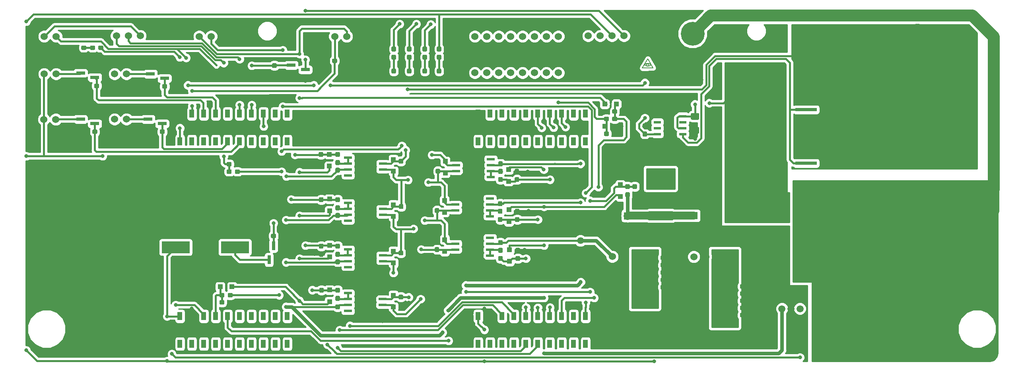
<source format=gbr>
G04 #@! TF.GenerationSoftware,KiCad,Pcbnew,(5.0.0)*
G04 #@! TF.CreationDate,2018-12-16T15:34:37-06:00*
G04 #@! TF.ProjectId,BMS_Hardware,424D535F48617264776172652E6B6963,rev?*
G04 #@! TF.SameCoordinates,Original*
G04 #@! TF.FileFunction,Copper,L1,Top,Signal*
G04 #@! TF.FilePolarity,Positive*
%FSLAX46Y46*%
G04 Gerber Fmt 4.6, Leading zero omitted, Abs format (unit mm)*
G04 Created by KiCad (PCBNEW (5.0.0)) date 12/16/18 15:34:37*
%MOMM*%
%LPD*%
G01*
G04 APERTURE LIST*
G04 #@! TA.AperFunction,EtchedComponent*
%ADD10C,0.150000*%
G04 #@! TD*
G04 #@! TA.AperFunction,Conductor*
%ADD11C,0.100000*%
G04 #@! TD*
G04 #@! TA.AperFunction,SMDPad,CuDef*
%ADD12C,1.425000*%
G04 #@! TD*
G04 #@! TA.AperFunction,SMDPad,CuDef*
%ADD13C,0.950000*%
G04 #@! TD*
G04 #@! TA.AperFunction,SMDPad,CuDef*
%ADD14R,1.000000X1.000000*%
G04 #@! TD*
G04 #@! TA.AperFunction,ComponentPad*
%ADD15C,1.501140*%
G04 #@! TD*
G04 #@! TA.AperFunction,ComponentPad*
%ADD16O,9.144000X5.588000*%
G04 #@! TD*
G04 #@! TA.AperFunction,SMDPad,CuDef*
%ADD17R,6.000000X2.500000*%
G04 #@! TD*
G04 #@! TA.AperFunction,ComponentPad*
%ADD18C,1.524000*%
G04 #@! TD*
G04 #@! TA.AperFunction,SMDPad,CuDef*
%ADD19R,0.990600X1.778000*%
G04 #@! TD*
G04 #@! TA.AperFunction,SMDPad,CuDef*
%ADD20R,1.900000X0.800000*%
G04 #@! TD*
G04 #@! TA.AperFunction,SMDPad,CuDef*
%ADD21R,0.800000X1.900000*%
G04 #@! TD*
G04 #@! TA.AperFunction,SMDPad,CuDef*
%ADD22R,1.550000X0.600000*%
G04 #@! TD*
G04 #@! TA.AperFunction,ComponentPad*
%ADD23C,18.288000*%
G04 #@! TD*
G04 #@! TA.AperFunction,ComponentPad*
%ADD24C,1.600000*%
G04 #@! TD*
G04 #@! TA.AperFunction,ComponentPad*
%ADD25R,1.600000X1.600000*%
G04 #@! TD*
G04 #@! TA.AperFunction,SMDPad,CuDef*
%ADD26C,1.925000*%
G04 #@! TD*
G04 #@! TA.AperFunction,SMDPad,CuDef*
%ADD27R,4.600000X0.800000*%
G04 #@! TD*
G04 #@! TA.AperFunction,SMDPad,CuDef*
%ADD28R,9.400000X10.800000*%
G04 #@! TD*
G04 #@! TA.AperFunction,SMDPad,CuDef*
%ADD29R,4.550000X5.250000*%
G04 #@! TD*
G04 #@! TA.AperFunction,SMDPad,CuDef*
%ADD30R,1.750000X0.550000*%
G04 #@! TD*
G04 #@! TA.AperFunction,ComponentPad*
%ADD31C,5.080000*%
G04 #@! TD*
G04 #@! TA.AperFunction,ViaPad*
%ADD32C,0.800000*%
G04 #@! TD*
G04 #@! TA.AperFunction,ViaPad*
%ADD33C,1.054000*%
G04 #@! TD*
G04 #@! TA.AperFunction,ViaPad*
%ADD34C,1.440180*%
G04 #@! TD*
G04 #@! TA.AperFunction,ViaPad*
%ADD35C,0.799998*%
G04 #@! TD*
G04 #@! TA.AperFunction,Conductor*
%ADD36C,0.381000*%
G04 #@! TD*
G04 #@! TA.AperFunction,Conductor*
%ADD37C,2.540000*%
G04 #@! TD*
G04 #@! TA.AperFunction,Conductor*
%ADD38C,2.286000*%
G04 #@! TD*
G04 #@! TA.AperFunction,Conductor*
%ADD39C,1.651000*%
G04 #@! TD*
G04 #@! TA.AperFunction,Conductor*
%ADD40C,0.762000*%
G04 #@! TD*
G04 #@! TA.AperFunction,Conductor*
%ADD41C,0.254000*%
G04 #@! TD*
G04 APERTURE END LIST*
D10*
G04 #@! TO.C,G\002A\002A\002A*
X174106840Y-66045080D02*
X175260000Y-64079120D01*
X175260000Y-64079120D02*
X176357280Y-66014600D01*
X176357280Y-66014600D02*
X174117000Y-66034920D01*
X175495021Y-65374520D02*
G75*
G03X175495021Y-65374520I-260421J0D01*
G01*
X175970317Y-65373587D02*
G75*
G03X174508160Y-65374520I-730637J-691813D01*
G01*
X174563720Y-65378767D02*
G75*
G03X175961040Y-65364360I691200J730687D01*
G01*
G04 #@! TD*
D11*
G04 #@! TO.N,GND*
G04 #@! TO.C,C10*
G36*
X185942504Y-78627204D02*
X185966773Y-78630804D01*
X185990571Y-78636765D01*
X186013671Y-78645030D01*
X186035849Y-78655520D01*
X186056893Y-78668133D01*
X186076598Y-78682747D01*
X186094777Y-78699223D01*
X186111253Y-78717402D01*
X186125867Y-78737107D01*
X186138480Y-78758151D01*
X186148970Y-78780329D01*
X186157235Y-78803429D01*
X186163196Y-78827227D01*
X186166796Y-78851496D01*
X186168000Y-78876000D01*
X186168000Y-79801000D01*
X186166796Y-79825504D01*
X186163196Y-79849773D01*
X186157235Y-79873571D01*
X186148970Y-79896671D01*
X186138480Y-79918849D01*
X186125867Y-79939893D01*
X186111253Y-79959598D01*
X186094777Y-79977777D01*
X186076598Y-79994253D01*
X186056893Y-80008867D01*
X186035849Y-80021480D01*
X186013671Y-80031970D01*
X185990571Y-80040235D01*
X185966773Y-80046196D01*
X185942504Y-80049796D01*
X185918000Y-80051000D01*
X184668000Y-80051000D01*
X184643496Y-80049796D01*
X184619227Y-80046196D01*
X184595429Y-80040235D01*
X184572329Y-80031970D01*
X184550151Y-80021480D01*
X184529107Y-80008867D01*
X184509402Y-79994253D01*
X184491223Y-79977777D01*
X184474747Y-79959598D01*
X184460133Y-79939893D01*
X184447520Y-79918849D01*
X184437030Y-79896671D01*
X184428765Y-79873571D01*
X184422804Y-79849773D01*
X184419204Y-79825504D01*
X184418000Y-79801000D01*
X184418000Y-78876000D01*
X184419204Y-78851496D01*
X184422804Y-78827227D01*
X184428765Y-78803429D01*
X184437030Y-78780329D01*
X184447520Y-78758151D01*
X184460133Y-78737107D01*
X184474747Y-78717402D01*
X184491223Y-78699223D01*
X184509402Y-78682747D01*
X184529107Y-78668133D01*
X184550151Y-78655520D01*
X184572329Y-78645030D01*
X184595429Y-78636765D01*
X184619227Y-78630804D01*
X184643496Y-78627204D01*
X184668000Y-78626000D01*
X185918000Y-78626000D01*
X185942504Y-78627204D01*
X185942504Y-78627204D01*
G37*
D12*
G04 #@! TD*
G04 #@! TO.P,C10,2*
G04 #@! TO.N,GND*
X185293000Y-79338500D03*
D11*
G04 #@! TO.N,Net-(C10-Pad1)*
G04 #@! TO.C,C10*
G36*
X185942504Y-75652204D02*
X185966773Y-75655804D01*
X185990571Y-75661765D01*
X186013671Y-75670030D01*
X186035849Y-75680520D01*
X186056893Y-75693133D01*
X186076598Y-75707747D01*
X186094777Y-75724223D01*
X186111253Y-75742402D01*
X186125867Y-75762107D01*
X186138480Y-75783151D01*
X186148970Y-75805329D01*
X186157235Y-75828429D01*
X186163196Y-75852227D01*
X186166796Y-75876496D01*
X186168000Y-75901000D01*
X186168000Y-76826000D01*
X186166796Y-76850504D01*
X186163196Y-76874773D01*
X186157235Y-76898571D01*
X186148970Y-76921671D01*
X186138480Y-76943849D01*
X186125867Y-76964893D01*
X186111253Y-76984598D01*
X186094777Y-77002777D01*
X186076598Y-77019253D01*
X186056893Y-77033867D01*
X186035849Y-77046480D01*
X186013671Y-77056970D01*
X185990571Y-77065235D01*
X185966773Y-77071196D01*
X185942504Y-77074796D01*
X185918000Y-77076000D01*
X184668000Y-77076000D01*
X184643496Y-77074796D01*
X184619227Y-77071196D01*
X184595429Y-77065235D01*
X184572329Y-77056970D01*
X184550151Y-77046480D01*
X184529107Y-77033867D01*
X184509402Y-77019253D01*
X184491223Y-77002777D01*
X184474747Y-76984598D01*
X184460133Y-76964893D01*
X184447520Y-76943849D01*
X184437030Y-76921671D01*
X184428765Y-76898571D01*
X184422804Y-76874773D01*
X184419204Y-76850504D01*
X184418000Y-76826000D01*
X184418000Y-75901000D01*
X184419204Y-75876496D01*
X184422804Y-75852227D01*
X184428765Y-75828429D01*
X184437030Y-75805329D01*
X184447520Y-75783151D01*
X184460133Y-75762107D01*
X184474747Y-75742402D01*
X184491223Y-75724223D01*
X184509402Y-75707747D01*
X184529107Y-75693133D01*
X184550151Y-75680520D01*
X184572329Y-75670030D01*
X184595429Y-75661765D01*
X184619227Y-75655804D01*
X184643496Y-75652204D01*
X184668000Y-75651000D01*
X185918000Y-75651000D01*
X185942504Y-75652204D01*
X185942504Y-75652204D01*
G37*
D12*
G04 #@! TD*
G04 #@! TO.P,C10,1*
G04 #@! TO.N,Net-(C10-Pad1)*
X185293000Y-76363500D03*
D11*
G04 #@! TO.N,CELL_7-6_SENSE*
G04 #@! TO.C,R8*
G36*
X109480779Y-93597144D02*
X109503834Y-93600563D01*
X109526443Y-93606227D01*
X109548387Y-93614079D01*
X109569457Y-93624044D01*
X109589448Y-93636026D01*
X109608168Y-93649910D01*
X109625438Y-93665562D01*
X109641090Y-93682832D01*
X109654974Y-93701552D01*
X109666956Y-93721543D01*
X109676921Y-93742613D01*
X109684773Y-93764557D01*
X109690437Y-93787166D01*
X109693856Y-93810221D01*
X109695000Y-93833500D01*
X109695000Y-94408500D01*
X109693856Y-94431779D01*
X109690437Y-94454834D01*
X109684773Y-94477443D01*
X109676921Y-94499387D01*
X109666956Y-94520457D01*
X109654974Y-94540448D01*
X109641090Y-94559168D01*
X109625438Y-94576438D01*
X109608168Y-94592090D01*
X109589448Y-94605974D01*
X109569457Y-94617956D01*
X109548387Y-94627921D01*
X109526443Y-94635773D01*
X109503834Y-94641437D01*
X109480779Y-94644856D01*
X109457500Y-94646000D01*
X108982500Y-94646000D01*
X108959221Y-94644856D01*
X108936166Y-94641437D01*
X108913557Y-94635773D01*
X108891613Y-94627921D01*
X108870543Y-94617956D01*
X108850552Y-94605974D01*
X108831832Y-94592090D01*
X108814562Y-94576438D01*
X108798910Y-94559168D01*
X108785026Y-94540448D01*
X108773044Y-94520457D01*
X108763079Y-94499387D01*
X108755227Y-94477443D01*
X108749563Y-94454834D01*
X108746144Y-94431779D01*
X108745000Y-94408500D01*
X108745000Y-93833500D01*
X108746144Y-93810221D01*
X108749563Y-93787166D01*
X108755227Y-93764557D01*
X108763079Y-93742613D01*
X108773044Y-93721543D01*
X108785026Y-93701552D01*
X108798910Y-93682832D01*
X108814562Y-93665562D01*
X108831832Y-93649910D01*
X108850552Y-93636026D01*
X108870543Y-93624044D01*
X108891613Y-93614079D01*
X108913557Y-93606227D01*
X108936166Y-93600563D01*
X108959221Y-93597144D01*
X108982500Y-93596000D01*
X109457500Y-93596000D01*
X109480779Y-93597144D01*
X109480779Y-93597144D01*
G37*
D13*
G04 #@! TD*
G04 #@! TO.P,R8,1*
G04 #@! TO.N,CELL_7-6_SENSE*
X109220000Y-94121000D03*
D11*
G04 #@! TO.N,Net-(R8-Pad2)*
G04 #@! TO.C,R8*
G36*
X109480779Y-95347144D02*
X109503834Y-95350563D01*
X109526443Y-95356227D01*
X109548387Y-95364079D01*
X109569457Y-95374044D01*
X109589448Y-95386026D01*
X109608168Y-95399910D01*
X109625438Y-95415562D01*
X109641090Y-95432832D01*
X109654974Y-95451552D01*
X109666956Y-95471543D01*
X109676921Y-95492613D01*
X109684773Y-95514557D01*
X109690437Y-95537166D01*
X109693856Y-95560221D01*
X109695000Y-95583500D01*
X109695000Y-96158500D01*
X109693856Y-96181779D01*
X109690437Y-96204834D01*
X109684773Y-96227443D01*
X109676921Y-96249387D01*
X109666956Y-96270457D01*
X109654974Y-96290448D01*
X109641090Y-96309168D01*
X109625438Y-96326438D01*
X109608168Y-96342090D01*
X109589448Y-96355974D01*
X109569457Y-96367956D01*
X109548387Y-96377921D01*
X109526443Y-96385773D01*
X109503834Y-96391437D01*
X109480779Y-96394856D01*
X109457500Y-96396000D01*
X108982500Y-96396000D01*
X108959221Y-96394856D01*
X108936166Y-96391437D01*
X108913557Y-96385773D01*
X108891613Y-96377921D01*
X108870543Y-96367956D01*
X108850552Y-96355974D01*
X108831832Y-96342090D01*
X108814562Y-96326438D01*
X108798910Y-96309168D01*
X108785026Y-96290448D01*
X108773044Y-96270457D01*
X108763079Y-96249387D01*
X108755227Y-96227443D01*
X108749563Y-96204834D01*
X108746144Y-96181779D01*
X108745000Y-96158500D01*
X108745000Y-95583500D01*
X108746144Y-95560221D01*
X108749563Y-95537166D01*
X108755227Y-95514557D01*
X108763079Y-95492613D01*
X108773044Y-95471543D01*
X108785026Y-95451552D01*
X108798910Y-95432832D01*
X108814562Y-95415562D01*
X108831832Y-95399910D01*
X108850552Y-95386026D01*
X108870543Y-95374044D01*
X108891613Y-95364079D01*
X108913557Y-95356227D01*
X108936166Y-95350563D01*
X108959221Y-95347144D01*
X108982500Y-95346000D01*
X109457500Y-95346000D01*
X109480779Y-95347144D01*
X109480779Y-95347144D01*
G37*
D13*
G04 #@! TD*
G04 #@! TO.P,R8,2*
G04 #@! TO.N,Net-(R8-Pad2)*
X109220000Y-95871000D03*
D14*
G04 #@! TO.P,D14,2*
G04 #@! TO.N,CELL_8-7_SENSE*
X107442000Y-84475000D03*
G04 #@! TO.P,D14,1*
G04 #@! TO.N,+3V3*
X107442000Y-86975000D03*
G04 #@! TD*
G04 #@! TO.P,D15,2*
G04 #@! TO.N,CELL_7-6_SENSE*
X107505500Y-94000000D03*
G04 #@! TO.P,D15,1*
G04 #@! TO.N,+3V3*
X107505500Y-96500000D03*
G04 #@! TD*
G04 #@! TO.P,D16,2*
G04 #@! TO.N,CELL_6-5_SENSE*
X107505500Y-103842500D03*
G04 #@! TO.P,D16,1*
G04 #@! TO.N,+3V3*
X107505500Y-106342500D03*
G04 #@! TD*
G04 #@! TO.P,D17,2*
G04 #@! TO.N,CELL_5-4_SENSE*
X107505500Y-113367500D03*
G04 #@! TO.P,D17,1*
G04 #@! TO.N,+3V3*
X107505500Y-115867500D03*
G04 #@! TD*
G04 #@! TO.P,D18,2*
G04 #@! TO.N,CELL_4-3_SENSE*
X145796000Y-107295000D03*
G04 #@! TO.P,D18,1*
G04 #@! TO.N,+3V3*
X145796000Y-104795000D03*
G04 #@! TD*
G04 #@! TO.P,D19,2*
G04 #@! TO.N,CELL_3-2_SENSE*
X145669000Y-98786000D03*
G04 #@! TO.P,D19,1*
G04 #@! TO.N,+3V3*
X145669000Y-96286000D03*
G04 #@! TD*
G04 #@! TO.P,D20,2*
G04 #@! TO.N,CELL_2-1_SENSE*
X145605500Y-90213500D03*
G04 #@! TO.P,D20,1*
G04 #@! TO.N,+3V3*
X145605500Y-87713500D03*
G04 #@! TD*
D15*
G04 #@! TO.P,U1,1*
G04 #@! TO.N,+3V3*
X203829920Y-117381020D03*
G04 #@! TO.P,U1,3*
G04 #@! TO.N,PACK_I_SENSE*
X207650080Y-117381020D03*
G04 #@! TO.P,U1,2*
G04 #@! TO.N,GND*
X205740000Y-117381020D03*
D16*
G04 #@! TO.P,U1,4*
G04 #@! TO.N,/V_IN*
X210820000Y-95885000D03*
G04 #@! TO.P,U1,5*
G04 #@! TO.N,Net-(C10-Pad1)*
X200660000Y-95885000D03*
G04 #@! TD*
D17*
G04 #@! TO.P,B1,1*
G04 #@! TO.N,+5V*
X74749000Y-104267000D03*
G04 #@! TO.P,B1,2*
G04 #@! TO.N,Net-(B1-Pad2)*
X87349000Y-104267000D03*
G04 #@! TD*
D11*
G04 #@! TO.N,GND*
G04 #@! TO.C,R23*
G36*
X86656779Y-115540644D02*
X86679834Y-115544063D01*
X86702443Y-115549727D01*
X86724387Y-115557579D01*
X86745457Y-115567544D01*
X86765448Y-115579526D01*
X86784168Y-115593410D01*
X86801438Y-115609062D01*
X86817090Y-115626332D01*
X86830974Y-115645052D01*
X86842956Y-115665043D01*
X86852921Y-115686113D01*
X86860773Y-115708057D01*
X86866437Y-115730666D01*
X86869856Y-115753721D01*
X86871000Y-115777000D01*
X86871000Y-116252000D01*
X86869856Y-116275279D01*
X86866437Y-116298334D01*
X86860773Y-116320943D01*
X86852921Y-116342887D01*
X86842956Y-116363957D01*
X86830974Y-116383948D01*
X86817090Y-116402668D01*
X86801438Y-116419938D01*
X86784168Y-116435590D01*
X86765448Y-116449474D01*
X86745457Y-116461456D01*
X86724387Y-116471421D01*
X86702443Y-116479273D01*
X86679834Y-116484937D01*
X86656779Y-116488356D01*
X86633500Y-116489500D01*
X86058500Y-116489500D01*
X86035221Y-116488356D01*
X86012166Y-116484937D01*
X85989557Y-116479273D01*
X85967613Y-116471421D01*
X85946543Y-116461456D01*
X85926552Y-116449474D01*
X85907832Y-116435590D01*
X85890562Y-116419938D01*
X85874910Y-116402668D01*
X85861026Y-116383948D01*
X85849044Y-116363957D01*
X85839079Y-116342887D01*
X85831227Y-116320943D01*
X85825563Y-116298334D01*
X85822144Y-116275279D01*
X85821000Y-116252000D01*
X85821000Y-115777000D01*
X85822144Y-115753721D01*
X85825563Y-115730666D01*
X85831227Y-115708057D01*
X85839079Y-115686113D01*
X85849044Y-115665043D01*
X85861026Y-115645052D01*
X85874910Y-115626332D01*
X85890562Y-115609062D01*
X85907832Y-115593410D01*
X85926552Y-115579526D01*
X85946543Y-115567544D01*
X85967613Y-115557579D01*
X85989557Y-115549727D01*
X86012166Y-115544063D01*
X86035221Y-115540644D01*
X86058500Y-115539500D01*
X86633500Y-115539500D01*
X86656779Y-115540644D01*
X86656779Y-115540644D01*
G37*
D13*
G04 #@! TD*
G04 #@! TO.P,R23,1*
G04 #@! TO.N,GND*
X86346000Y-116014500D03*
D11*
G04 #@! TO.N,V_OUT_SENSE*
G04 #@! TO.C,R23*
G36*
X84906779Y-115540644D02*
X84929834Y-115544063D01*
X84952443Y-115549727D01*
X84974387Y-115557579D01*
X84995457Y-115567544D01*
X85015448Y-115579526D01*
X85034168Y-115593410D01*
X85051438Y-115609062D01*
X85067090Y-115626332D01*
X85080974Y-115645052D01*
X85092956Y-115665043D01*
X85102921Y-115686113D01*
X85110773Y-115708057D01*
X85116437Y-115730666D01*
X85119856Y-115753721D01*
X85121000Y-115777000D01*
X85121000Y-116252000D01*
X85119856Y-116275279D01*
X85116437Y-116298334D01*
X85110773Y-116320943D01*
X85102921Y-116342887D01*
X85092956Y-116363957D01*
X85080974Y-116383948D01*
X85067090Y-116402668D01*
X85051438Y-116419938D01*
X85034168Y-116435590D01*
X85015448Y-116449474D01*
X84995457Y-116461456D01*
X84974387Y-116471421D01*
X84952443Y-116479273D01*
X84929834Y-116484937D01*
X84906779Y-116488356D01*
X84883500Y-116489500D01*
X84308500Y-116489500D01*
X84285221Y-116488356D01*
X84262166Y-116484937D01*
X84239557Y-116479273D01*
X84217613Y-116471421D01*
X84196543Y-116461456D01*
X84176552Y-116449474D01*
X84157832Y-116435590D01*
X84140562Y-116419938D01*
X84124910Y-116402668D01*
X84111026Y-116383948D01*
X84099044Y-116363957D01*
X84089079Y-116342887D01*
X84081227Y-116320943D01*
X84075563Y-116298334D01*
X84072144Y-116275279D01*
X84071000Y-116252000D01*
X84071000Y-115777000D01*
X84072144Y-115753721D01*
X84075563Y-115730666D01*
X84081227Y-115708057D01*
X84089079Y-115686113D01*
X84099044Y-115665043D01*
X84111026Y-115645052D01*
X84124910Y-115626332D01*
X84140562Y-115609062D01*
X84157832Y-115593410D01*
X84176552Y-115579526D01*
X84196543Y-115567544D01*
X84217613Y-115557579D01*
X84239557Y-115549727D01*
X84262166Y-115544063D01*
X84285221Y-115540644D01*
X84308500Y-115539500D01*
X84883500Y-115539500D01*
X84906779Y-115540644D01*
X84906779Y-115540644D01*
G37*
D13*
G04 #@! TD*
G04 #@! TO.P,R23,2*
G04 #@! TO.N,V_OUT_SENSE*
X84596000Y-116014500D03*
D18*
G04 #@! TO.P,Conn2,1*
G04 #@! TO.N,CELL_1*
X156210000Y-59309000D03*
G04 #@! TO.P,Conn2,2*
G04 #@! TO.N,CELL_2*
X153670000Y-59309000D03*
G04 #@! TO.P,Conn2,3*
G04 #@! TO.N,CELL_3*
X151130000Y-59309000D03*
G04 #@! TO.P,Conn2,4*
G04 #@! TO.N,CELL_4*
X148590000Y-59309000D03*
G04 #@! TO.P,Conn2,5*
G04 #@! TO.N,CELL_5*
X146050000Y-59309000D03*
G04 #@! TO.P,Conn2,6*
G04 #@! TO.N,CELL_6*
X143510000Y-59309000D03*
G04 #@! TO.P,Conn2,7*
G04 #@! TO.N,CELL_7*
X140970000Y-59309000D03*
G04 #@! TO.P,Conn2,8*
G04 #@! TO.N,CELL_8*
X138430000Y-59309000D03*
G04 #@! TO.P,Conn2,9*
G04 #@! TO.N,GND*
X135890000Y-59309000D03*
G04 #@! TD*
G04 #@! TO.P,Conn1,9*
G04 #@! TO.N,GND*
X135890000Y-67056000D03*
G04 #@! TO.P,Conn1,8*
G04 #@! TO.N,CELL_8*
X138430000Y-67056000D03*
G04 #@! TO.P,Conn1,7*
G04 #@! TO.N,CELL_7*
X140970000Y-67056000D03*
G04 #@! TO.P,Conn1,6*
G04 #@! TO.N,CELL_6*
X143510000Y-67056000D03*
G04 #@! TO.P,Conn1,5*
G04 #@! TO.N,CELL_5*
X146050000Y-67056000D03*
G04 #@! TO.P,Conn1,4*
G04 #@! TO.N,CELL_4*
X148590000Y-67056000D03*
G04 #@! TO.P,Conn1,3*
G04 #@! TO.N,CELL_3*
X151130000Y-67056000D03*
G04 #@! TO.P,Conn1,2*
G04 #@! TO.N,CELL_2*
X153670000Y-67056000D03*
G04 #@! TO.P,Conn1,1*
G04 #@! TO.N,CELL_1*
X156210000Y-67056000D03*
G04 #@! TD*
D19*
G04 #@! TO.P,U21,PP2*
G04 #@! TO.N,Net-(U21-PadPP2)*
X98501200Y-75793600D03*
G04 #@! TO.P,U21,PN3*
G04 #@! TO.N,Net-(U21-PadPN3)*
X95961200Y-75793600D03*
G04 #@! TO.P,U21,PN2*
G04 #@! TO.N,BUZZER*
X93421200Y-75793600D03*
G04 #@! TO.P,U21,PD0*
G04 #@! TO.N,LOGIC_SWITCH*
X90881200Y-75793600D03*
G04 #@! TO.P,U21,PD1*
G04 #@! TO.N,PACK_GATE*
X88341200Y-75793600D03*
G04 #@! TO.P,U21,Rese*
G04 #@! TO.N,Net-(U21-PadRese)*
X85801200Y-75793600D03*
G04 #@! TO.P,U21,PH3*
G04 #@! TO.N,FAN_CTL_2*
X83261200Y-75793600D03*
G04 #@! TO.P,U21,PH2*
G04 #@! TO.N,FAN_CTL_1*
X80721200Y-75793600D03*
G04 #@! TO.P,U21,PM3*
G04 #@! TO.N,TEMP_D_OUT*
X78181200Y-75793600D03*
G04 #@! TO.P,U21,GND*
G04 #@! TO.N,GND*
X75641200Y-75793600D03*
G04 #@! TO.P,U21,PL3*
G04 #@! TO.N,Net-(U21-PadPL3)*
X98501200Y-81686400D03*
G04 #@! TO.P,U21,PL2*
G04 #@! TO.N,Net-(U21-PadPL2)*
X95961200Y-81686400D03*
G04 #@! TO.P,U21,PL1*
G04 #@! TO.N,Net-(U21-PadPL1)*
X93421200Y-81686400D03*
G04 #@! TO.P,U21,PL0*
G04 #@! TO.N,Net-(U21-PadPL0)*
X90881200Y-81686400D03*
G04 #@! TO.P,U21,PL5*
G04 #@! TO.N,FAN_CTL_3*
X88341200Y-81686400D03*
G04 #@! TO.P,U21,PL4*
G04 #@! TO.N,FAN_CTL_4*
X85801200Y-81686400D03*
G04 #@! TO.P,U21,PG0*
G04 #@! TO.N,Net-(U21-PadPG0)*
X83261200Y-81686400D03*
G04 #@! TO.P,U21,PF3*
G04 #@! TO.N,Net-(U21-PadPF3)*
X80721200Y-81686400D03*
G04 #@! TO.P,U21,PF2*
G04 #@! TO.N,Net-(U21-PadPF2)*
X78181200Y-81686400D03*
G04 #@! TO.P,U21,PF1*
G04 #@! TO.N,FAN_PWR*
X75641200Y-81686400D03*
G04 #@! TO.P,U21,PB3*
G04 #@! TO.N,Net-(U21-PadPB3)*
X98501200Y-124866400D03*
G04 #@! TO.P,U21,PB2*
G04 #@! TO.N,Net-(U21-PadPB2)*
X95961200Y-124866400D03*
G04 #@! TO.P,U21,PC7*
G04 #@! TO.N,Net-(U21-PadPC7)*
X93421200Y-124866400D03*
G04 #@! TO.P,U21,PD3*
G04 #@! TO.N,Net-(U21-PadPD3)*
X90881200Y-124866400D03*
G04 #@! TO.P,U21,PE5*
G04 #@! TO.N,Net-(U21-PadPE5)*
X88341200Y-124866400D03*
G04 #@! TO.P,U21,PC6*
G04 #@! TO.N,Net-(U21-PadPC6)*
X85801200Y-124866400D03*
G04 #@! TO.P,U21,PC5*
G04 #@! TO.N,Net-(U21-PadPC5)*
X83261200Y-124866400D03*
G04 #@! TO.P,U21,PC4*
G04 #@! TO.N,Net-(U21-PadPC4)*
X80721200Y-124866400D03*
G04 #@! TO.P,U21,PE4*
G04 #@! TO.N,Net-(U21-PadPE4)*
X78181200Y-124866400D03*
G04 #@! TO.P,U21,+3V3*
G04 #@! TO.N,Net-(U21-Pad+3V3)*
X75641200Y-124866400D03*
G04 #@! TO.P,U21,PM5*
G04 #@! TO.N,Net-(U21-PadPM5)*
X98501200Y-118973600D03*
G04 #@! TO.P,U21,PM4*
G04 #@! TO.N,Net-(U21-PadPM4)*
X95961200Y-118973600D03*
G04 #@! TO.P,U21,PA6*
G04 #@! TO.N,Net-(U21-PadPA6)*
X93421200Y-118973600D03*
G04 #@! TO.P,U21,PD7*
G04 #@! TO.N,Net-(U21-PadPD7)*
X90881200Y-118973600D03*
G04 #@! TO.P,U21,PE3*
G04 #@! TO.N,Net-(U21-PadPE3)*
X88341200Y-118973600D03*
G04 #@! TO.P,U21,PE2*
G04 #@! TO.N,V_LOG_SENSE*
X85801200Y-118973600D03*
G04 #@! TO.P,U21,PE1*
G04 #@! TO.N,V_OUT_SENSE*
X83261200Y-118973600D03*
G04 #@! TO.P,U21,PE0*
G04 #@! TO.N,PACK_I_SENSE*
X80721200Y-118973600D03*
G04 #@! TO.P,U21,GND*
G04 #@! TO.N,GND*
X78181200Y-118973600D03*
G04 #@! TO.P,U21,+5V*
G04 #@! TO.N,+5V*
X75641200Y-118973600D03*
G04 #@! TO.P,U21,PP5*
G04 #@! TO.N,Net-(U21-PadPP5)*
X144221200Y-75793600D03*
G04 #@! TO.P,U21,PM7*
G04 #@! TO.N,Net-(U21-PadPM7)*
X141681200Y-75793600D03*
G04 #@! TO.P,U21,GND*
G04 #@! TO.N,GND*
X139141200Y-75793600D03*
G04 #@! TO.P,U21,PK7*
G04 #@! TO.N,Net-(U21-PadPK7)*
X162001200Y-81686400D03*
G04 #@! TO.P,U21,PK6*
G04 #@! TO.N,Net-(U21-PadPK6)*
X159461200Y-81686400D03*
G04 #@! TO.P,U21,PH1*
G04 #@! TO.N,Net-(U21-PadPH1)*
X156921200Y-81686400D03*
G04 #@! TO.P,U21,PH0*
G04 #@! TO.N,Net-(U21-PadPH0)*
X154381200Y-81686400D03*
G04 #@! TO.P,U21,PM2*
G04 #@! TO.N,Net-(U21-PadPM2)*
X151841200Y-81686400D03*
G04 #@! TO.P,U21,PM1*
G04 #@! TO.N,Net-(U21-PadPM1)*
X149301200Y-81686400D03*
G04 #@! TO.P,U21,PM0*
G04 #@! TO.N,Net-(U21-PadPM0)*
X146761200Y-81686400D03*
G04 #@! TO.P,U21,PK5*
G04 #@! TO.N,Net-(U21-PadPK5)*
X144221200Y-81686400D03*
G04 #@! TO.P,U21,PK4*
G04 #@! TO.N,Net-(U21-PadPK4)*
X141681200Y-81686400D03*
G04 #@! TO.P,U21,PG1*
G04 #@! TO.N,Net-(U21-PadPG1)*
X139141200Y-81686400D03*
G04 #@! TO.P,U21,PN4*
G04 #@! TO.N,Net-(U21-PadPN4)*
X162001200Y-124866400D03*
G04 #@! TO.P,U21,PP4*
G04 #@! TO.N,Net-(U21-PadPP4)*
X156921200Y-124866400D03*
G04 #@! TO.P,U21,PD5*
G04 #@! TO.N,CELL_7-6_SENSE*
X151841200Y-124866400D03*
G04 #@! TO.P,U21,PD4*
G04 #@! TO.N,CELL_8-7_SENSE*
X149301200Y-124866400D03*
G04 #@! TO.P,U21,PP1*
G04 #@! TO.N,Net-(U21-PadPP1)*
X146761200Y-124866400D03*
G04 #@! TO.P,U21,PP0*
G04 #@! TO.N,Net-(U21-PadPP0)*
X144221200Y-124866400D03*
G04 #@! TO.P,U21,PD2*
G04 #@! TO.N,Net-(U21-PadPD2)*
X141681200Y-124866400D03*
G04 #@! TO.P,U21,PA5*
G04 #@! TO.N,SER_TX_IND*
X162001200Y-118973600D03*
G04 #@! TO.P,U21,PK3*
G04 #@! TO.N,CELL_1-GND_SENSE*
X156921200Y-118973600D03*
G04 #@! TO.P,U21,PB5*
G04 #@! TO.N,CELL_5-4_SENSE*
X146761200Y-118973600D03*
G04 #@! TO.P,U21,PB4*
G04 #@! TO.N,CELL_6-5_SENSE*
X144221200Y-118973600D03*
G04 #@! TO.P,U21,GND*
G04 #@! TO.N,GND*
X141681200Y-118973600D03*
G04 #@! TO.P,U21,+5V*
G04 #@! TO.N,+5V*
X139141200Y-118973600D03*
G04 #@! TO.P,U21,PK1*
G04 #@! TO.N,CELL_3-2_SENSE*
X151841200Y-118973600D03*
G04 #@! TO.P,U21,PK2*
G04 #@! TO.N,CELL_2-1_SENSE*
X154381200Y-118973600D03*
G04 #@! TO.P,U21,PN5*
G04 #@! TO.N,Net-(U21-PadPN5)*
X159461200Y-124866400D03*
G04 #@! TO.P,U21,PA7*
G04 #@! TO.N,Net-(U21-PadPA7)*
X146761200Y-75793600D03*
G04 #@! TO.P,U21,Rese*
G04 #@! TO.N,Net-(U21-PadRese)*
X149301200Y-75793600D03*
G04 #@! TO.P,U21,PA4*
G04 #@! TO.N,Net-(U21-PadPA4)*
X159461200Y-118973600D03*
G04 #@! TO.P,U21,PQ0*
G04 #@! TO.N,Net-(U21-PadPQ0)*
X154381200Y-124866400D03*
G04 #@! TO.P,U21,PP3*
G04 #@! TO.N,SW_ERR*
X156921200Y-75793600D03*
G04 #@! TO.P,U21,PQ3*
G04 #@! TO.N,SW_IND*
X154381200Y-75793600D03*
G04 #@! TO.P,U21,PK0*
G04 #@! TO.N,CELL_4-3_SENSE*
X149301200Y-118973600D03*
G04 #@! TO.P,U21,PQ2*
G04 #@! TO.N,PACK_V_IND*
X151841200Y-75793600D03*
G04 #@! TO.P,U21,PQ1*
G04 #@! TO.N,Net-(U21-PadPQ1)*
X159461200Y-75793600D03*
G04 #@! TO.P,U21,PM6*
G04 #@! TO.N,Net-(U21-PadPM6)*
X162001200Y-75793600D03*
G04 #@! TO.P,U21,+3V3*
G04 #@! TO.N,Net-(U21-Pad+3V3)*
X139141200Y-124866400D03*
G04 #@! TD*
D20*
G04 #@! TO.P,Q1,3*
G04 #@! TO.N,Net-(Q1-Pad3)*
X54507000Y-67119500D03*
G04 #@! TO.P,Q1,2*
G04 #@! TO.N,GND*
X57507000Y-66169500D03*
G04 #@! TO.P,Q1,1*
G04 #@! TO.N,FAN_CTL_1*
X57507000Y-68069500D03*
G04 #@! TD*
G04 #@! TO.P,Q2,1*
G04 #@! TO.N,LOGIC_SWITCH*
X99328049Y-65446607D03*
G04 #@! TO.P,Q2,2*
G04 #@! TO.N,GND*
X99328049Y-67346607D03*
G04 #@! TO.P,Q2,3*
G04 #@! TO.N,Net-(Q2-Pad3)*
X102328049Y-66396607D03*
G04 #@! TD*
D21*
G04 #@! TO.P,Q3,1*
G04 #@! TO.N,BUZZER*
X95565000Y-103935400D03*
G04 #@! TO.P,Q3,2*
G04 #@! TO.N,GND*
X93665000Y-103935400D03*
G04 #@! TO.P,Q3,3*
G04 #@! TO.N,Net-(B1-Pad2)*
X94615000Y-106935400D03*
G04 #@! TD*
D20*
G04 #@! TO.P,Q4,1*
G04 #@! TO.N,FAN_CTL_2*
X72366000Y-68260000D03*
G04 #@! TO.P,Q4,2*
G04 #@! TO.N,GND*
X72366000Y-66360000D03*
G04 #@! TO.P,Q4,3*
G04 #@! TO.N,Net-(Q4-Pad3)*
X69366000Y-67310000D03*
G04 #@! TD*
G04 #@! TO.P,Q5,3*
G04 #@! TO.N,Net-(Q5-Pad3)*
X54507000Y-76962000D03*
G04 #@! TO.P,Q5,2*
G04 #@! TO.N,GND*
X57507000Y-76012000D03*
G04 #@! TO.P,Q5,1*
G04 #@! TO.N,FAN_CTL_3*
X57507000Y-77912000D03*
G04 #@! TD*
G04 #@! TO.P,Q8,3*
G04 #@! TO.N,Net-(Q8-Pad3)*
X68858000Y-76962000D03*
G04 #@! TO.P,Q8,2*
G04 #@! TO.N,GND*
X71858000Y-76012000D03*
G04 #@! TO.P,Q8,1*
G04 #@! TO.N,FAN_CTL_4*
X71858000Y-77912000D03*
G04 #@! TD*
D18*
G04 #@! TO.P,U2,1*
G04 #@! TO.N,+5V*
X46736000Y-67310000D03*
G04 #@! TO.P,U2,2*
G04 #@! TO.N,Net-(Q1-Pad3)*
X49276000Y-67310000D03*
G04 #@! TD*
G04 #@! TO.P,U4,2*
G04 #@! TO.N,Net-(Q4-Pad3)*
X64262000Y-67310000D03*
G04 #@! TO.P,U4,1*
G04 #@! TO.N,+5V*
X61722000Y-67310000D03*
G04 #@! TD*
G04 #@! TO.P,U5,1*
G04 #@! TO.N,Net-(Q2-Pad3)*
X170180000Y-59182000D03*
G04 #@! TO.P,U5,2*
G04 #@! TO.N,+5V*
X167640000Y-59182000D03*
G04 #@! TO.P,U5,3*
G04 #@! TO.N,Net-(C10-Pad1)*
X165100000Y-59182000D03*
G04 #@! TO.P,U5,4*
G04 #@! TO.N,Net-(F1-Pad2)*
X162560000Y-59182000D03*
X162560000Y-59182000D03*
G04 #@! TD*
D22*
G04 #@! TO.P,U6,8*
G04 #@! TO.N,Net-(C10-Pad1)*
X182697100Y-76314300D03*
G04 #@! TO.P,U6,7*
G04 #@! TO.N,N/C*
X182697100Y-77584300D03*
G04 #@! TO.P,U6,6*
G04 #@! TO.N,Net-(C10-Pad1)*
X182697100Y-78854300D03*
G04 #@! TO.P,U6,5*
G04 #@! TO.N,E-Stop_Gate*
X182697100Y-80124300D03*
G04 #@! TO.P,U6,4*
G04 #@! TO.N,Net-(R13-Pad1)*
X177297100Y-80124300D03*
G04 #@! TO.P,U6,3*
G04 #@! TO.N,Net-(U6-Pad3)*
X177297100Y-78854300D03*
G04 #@! TO.P,U6,2*
G04 #@! TO.N,Net-(U6-Pad2)*
X177297100Y-77584300D03*
G04 #@! TO.P,U6,1*
G04 #@! TO.N,GND*
X177297100Y-76314300D03*
G04 #@! TD*
D18*
G04 #@! TO.P,U7,1*
G04 #@! TO.N,Net-(R13-Pad1)*
X49276000Y-59309000D03*
G04 #@! TO.P,U7,2*
G04 #@! TO.N,Net-(U10-Pad1)*
X46736000Y-59309000D03*
G04 #@! TD*
G04 #@! TO.P,U8,1*
G04 #@! TO.N,+5V*
X46685200Y-77012800D03*
G04 #@! TO.P,U8,2*
G04 #@! TO.N,Net-(Q5-Pad3)*
X49225200Y-77012800D03*
G04 #@! TD*
G04 #@! TO.P,U10,4*
G04 #@! TO.N,GND*
X59563000Y-59182000D03*
X59563000Y-59182000D03*
G04 #@! TO.P,U10,3*
G04 #@! TO.N,Net-(R18-Pad1)*
X62103000Y-59182000D03*
G04 #@! TO.P,U10,2*
G04 #@! TO.N,PACK_GATE*
X64643000Y-59182000D03*
G04 #@! TO.P,U10,1*
G04 #@! TO.N,Net-(U10-Pad1)*
X67183000Y-59182000D03*
G04 #@! TD*
G04 #@! TO.P,U11,3*
G04 #@! TO.N,GND*
X106045000Y-59309000D03*
G04 #@! TO.P,U11,2*
G04 #@! TO.N,TEMP_D_OUT*
X108585000Y-59309000D03*
G04 #@! TO.P,U11,1*
G04 #@! TO.N,+3V3*
X111125000Y-59309000D03*
G04 #@! TD*
G04 #@! TO.P,U12,2*
G04 #@! TO.N,Net-(Q8-Pad3)*
X64262000Y-76962000D03*
G04 #@! TO.P,U12,1*
G04 #@! TO.N,+5V*
X61722000Y-76962000D03*
G04 #@! TD*
G04 #@! TO.P,U17,1*
G04 #@! TO.N,SER_TX_IND*
X82296000Y-59309000D03*
G04 #@! TO.P,U17,2*
G04 #@! TO.N,+3V3*
X79756000Y-59309000D03*
G04 #@! TO.P,U17,3*
G04 #@! TO.N,GND*
X77216000Y-59309000D03*
G04 #@! TD*
G04 #@! TO.P,U18,1*
G04 #@! TO.N,LOGIC_PWR*
X167690800Y-106273600D03*
G04 #@! TO.P,U18,2*
G04 #@! TO.N,GND*
X170230800Y-106273600D03*
G04 #@! TO.P,U18,3*
G04 #@! TO.N,+5V*
X172770800Y-106273600D03*
G04 #@! TD*
D23*
G04 #@! TO.P,V1,1*
G04 #@! TO.N,GND*
X59944000Y-100711000D03*
G04 #@! TD*
G04 #@! TO.P,V2,1*
G04 #@! TO.N,/V_IN*
X232664000Y-100711000D03*
G04 #@! TD*
G04 #@! TO.P,V3,1*
G04 #@! TO.N,V_OUT*
X232664000Y-65786000D03*
G04 #@! TD*
D11*
G04 #@! TO.N,CELL_1*
G04 #@! TO.C,C1*
G36*
X166758279Y-79599644D02*
X166781334Y-79603063D01*
X166803943Y-79608727D01*
X166825887Y-79616579D01*
X166846957Y-79626544D01*
X166866948Y-79638526D01*
X166885668Y-79652410D01*
X166902938Y-79668062D01*
X166918590Y-79685332D01*
X166932474Y-79704052D01*
X166944456Y-79724043D01*
X166954421Y-79745113D01*
X166962273Y-79767057D01*
X166967937Y-79789666D01*
X166971356Y-79812721D01*
X166972500Y-79836000D01*
X166972500Y-80311000D01*
X166971356Y-80334279D01*
X166967937Y-80357334D01*
X166962273Y-80379943D01*
X166954421Y-80401887D01*
X166944456Y-80422957D01*
X166932474Y-80442948D01*
X166918590Y-80461668D01*
X166902938Y-80478938D01*
X166885668Y-80494590D01*
X166866948Y-80508474D01*
X166846957Y-80520456D01*
X166825887Y-80530421D01*
X166803943Y-80538273D01*
X166781334Y-80543937D01*
X166758279Y-80547356D01*
X166735000Y-80548500D01*
X166160000Y-80548500D01*
X166136721Y-80547356D01*
X166113666Y-80543937D01*
X166091057Y-80538273D01*
X166069113Y-80530421D01*
X166048043Y-80520456D01*
X166028052Y-80508474D01*
X166009332Y-80494590D01*
X165992062Y-80478938D01*
X165976410Y-80461668D01*
X165962526Y-80442948D01*
X165950544Y-80422957D01*
X165940579Y-80401887D01*
X165932727Y-80379943D01*
X165927063Y-80357334D01*
X165923644Y-80334279D01*
X165922500Y-80311000D01*
X165922500Y-79836000D01*
X165923644Y-79812721D01*
X165927063Y-79789666D01*
X165932727Y-79767057D01*
X165940579Y-79745113D01*
X165950544Y-79724043D01*
X165962526Y-79704052D01*
X165976410Y-79685332D01*
X165992062Y-79668062D01*
X166009332Y-79652410D01*
X166028052Y-79638526D01*
X166048043Y-79626544D01*
X166069113Y-79616579D01*
X166091057Y-79608727D01*
X166113666Y-79603063D01*
X166136721Y-79599644D01*
X166160000Y-79598500D01*
X166735000Y-79598500D01*
X166758279Y-79599644D01*
X166758279Y-79599644D01*
G37*
D13*
G04 #@! TD*
G04 #@! TO.P,C1,2*
G04 #@! TO.N,CELL_1*
X166447500Y-80073500D03*
D11*
G04 #@! TO.N,GND*
G04 #@! TO.C,C1*
G36*
X168508279Y-79599644D02*
X168531334Y-79603063D01*
X168553943Y-79608727D01*
X168575887Y-79616579D01*
X168596957Y-79626544D01*
X168616948Y-79638526D01*
X168635668Y-79652410D01*
X168652938Y-79668062D01*
X168668590Y-79685332D01*
X168682474Y-79704052D01*
X168694456Y-79724043D01*
X168704421Y-79745113D01*
X168712273Y-79767057D01*
X168717937Y-79789666D01*
X168721356Y-79812721D01*
X168722500Y-79836000D01*
X168722500Y-80311000D01*
X168721356Y-80334279D01*
X168717937Y-80357334D01*
X168712273Y-80379943D01*
X168704421Y-80401887D01*
X168694456Y-80422957D01*
X168682474Y-80442948D01*
X168668590Y-80461668D01*
X168652938Y-80478938D01*
X168635668Y-80494590D01*
X168616948Y-80508474D01*
X168596957Y-80520456D01*
X168575887Y-80530421D01*
X168553943Y-80538273D01*
X168531334Y-80543937D01*
X168508279Y-80547356D01*
X168485000Y-80548500D01*
X167910000Y-80548500D01*
X167886721Y-80547356D01*
X167863666Y-80543937D01*
X167841057Y-80538273D01*
X167819113Y-80530421D01*
X167798043Y-80520456D01*
X167778052Y-80508474D01*
X167759332Y-80494590D01*
X167742062Y-80478938D01*
X167726410Y-80461668D01*
X167712526Y-80442948D01*
X167700544Y-80422957D01*
X167690579Y-80401887D01*
X167682727Y-80379943D01*
X167677063Y-80357334D01*
X167673644Y-80334279D01*
X167672500Y-80311000D01*
X167672500Y-79836000D01*
X167673644Y-79812721D01*
X167677063Y-79789666D01*
X167682727Y-79767057D01*
X167690579Y-79745113D01*
X167700544Y-79724043D01*
X167712526Y-79704052D01*
X167726410Y-79685332D01*
X167742062Y-79668062D01*
X167759332Y-79652410D01*
X167778052Y-79638526D01*
X167798043Y-79626544D01*
X167819113Y-79616579D01*
X167841057Y-79608727D01*
X167863666Y-79603063D01*
X167886721Y-79599644D01*
X167910000Y-79598500D01*
X168485000Y-79598500D01*
X168508279Y-79599644D01*
X168508279Y-79599644D01*
G37*
D13*
G04 #@! TD*
G04 #@! TO.P,C1,1*
G04 #@! TO.N,GND*
X168197500Y-80073500D03*
D11*
G04 #@! TO.N,GND*
G04 #@! TO.C,C2*
G36*
X144151779Y-84199144D02*
X144174834Y-84202563D01*
X144197443Y-84208227D01*
X144219387Y-84216079D01*
X144240457Y-84226044D01*
X144260448Y-84238026D01*
X144279168Y-84251910D01*
X144296438Y-84267562D01*
X144312090Y-84284832D01*
X144325974Y-84303552D01*
X144337956Y-84323543D01*
X144347921Y-84344613D01*
X144355773Y-84366557D01*
X144361437Y-84389166D01*
X144364856Y-84412221D01*
X144366000Y-84435500D01*
X144366000Y-85010500D01*
X144364856Y-85033779D01*
X144361437Y-85056834D01*
X144355773Y-85079443D01*
X144347921Y-85101387D01*
X144337956Y-85122457D01*
X144325974Y-85142448D01*
X144312090Y-85161168D01*
X144296438Y-85178438D01*
X144279168Y-85194090D01*
X144260448Y-85207974D01*
X144240457Y-85219956D01*
X144219387Y-85229921D01*
X144197443Y-85237773D01*
X144174834Y-85243437D01*
X144151779Y-85246856D01*
X144128500Y-85248000D01*
X143653500Y-85248000D01*
X143630221Y-85246856D01*
X143607166Y-85243437D01*
X143584557Y-85237773D01*
X143562613Y-85229921D01*
X143541543Y-85219956D01*
X143521552Y-85207974D01*
X143502832Y-85194090D01*
X143485562Y-85178438D01*
X143469910Y-85161168D01*
X143456026Y-85142448D01*
X143444044Y-85122457D01*
X143434079Y-85101387D01*
X143426227Y-85079443D01*
X143420563Y-85056834D01*
X143417144Y-85033779D01*
X143416000Y-85010500D01*
X143416000Y-84435500D01*
X143417144Y-84412221D01*
X143420563Y-84389166D01*
X143426227Y-84366557D01*
X143434079Y-84344613D01*
X143444044Y-84323543D01*
X143456026Y-84303552D01*
X143469910Y-84284832D01*
X143485562Y-84267562D01*
X143502832Y-84251910D01*
X143521552Y-84238026D01*
X143541543Y-84226044D01*
X143562613Y-84216079D01*
X143584557Y-84208227D01*
X143607166Y-84202563D01*
X143630221Y-84199144D01*
X143653500Y-84198000D01*
X144128500Y-84198000D01*
X144151779Y-84199144D01*
X144151779Y-84199144D01*
G37*
D13*
G04 #@! TD*
G04 #@! TO.P,C2,1*
G04 #@! TO.N,GND*
X143891000Y-84723000D03*
D11*
G04 #@! TO.N,LOGIC_PWR*
G04 #@! TO.C,C2*
G36*
X144151779Y-85949144D02*
X144174834Y-85952563D01*
X144197443Y-85958227D01*
X144219387Y-85966079D01*
X144240457Y-85976044D01*
X144260448Y-85988026D01*
X144279168Y-86001910D01*
X144296438Y-86017562D01*
X144312090Y-86034832D01*
X144325974Y-86053552D01*
X144337956Y-86073543D01*
X144347921Y-86094613D01*
X144355773Y-86116557D01*
X144361437Y-86139166D01*
X144364856Y-86162221D01*
X144366000Y-86185500D01*
X144366000Y-86760500D01*
X144364856Y-86783779D01*
X144361437Y-86806834D01*
X144355773Y-86829443D01*
X144347921Y-86851387D01*
X144337956Y-86872457D01*
X144325974Y-86892448D01*
X144312090Y-86911168D01*
X144296438Y-86928438D01*
X144279168Y-86944090D01*
X144260448Y-86957974D01*
X144240457Y-86969956D01*
X144219387Y-86979921D01*
X144197443Y-86987773D01*
X144174834Y-86993437D01*
X144151779Y-86996856D01*
X144128500Y-86998000D01*
X143653500Y-86998000D01*
X143630221Y-86996856D01*
X143607166Y-86993437D01*
X143584557Y-86987773D01*
X143562613Y-86979921D01*
X143541543Y-86969956D01*
X143521552Y-86957974D01*
X143502832Y-86944090D01*
X143485562Y-86928438D01*
X143469910Y-86911168D01*
X143456026Y-86892448D01*
X143444044Y-86872457D01*
X143434079Y-86851387D01*
X143426227Y-86829443D01*
X143420563Y-86806834D01*
X143417144Y-86783779D01*
X143416000Y-86760500D01*
X143416000Y-86185500D01*
X143417144Y-86162221D01*
X143420563Y-86139166D01*
X143426227Y-86116557D01*
X143434079Y-86094613D01*
X143444044Y-86073543D01*
X143456026Y-86053552D01*
X143469910Y-86034832D01*
X143485562Y-86017562D01*
X143502832Y-86001910D01*
X143521552Y-85988026D01*
X143541543Y-85976044D01*
X143562613Y-85966079D01*
X143584557Y-85958227D01*
X143607166Y-85952563D01*
X143630221Y-85949144D01*
X143653500Y-85948000D01*
X144128500Y-85948000D01*
X144151779Y-85949144D01*
X144151779Y-85949144D01*
G37*
D13*
G04 #@! TD*
G04 #@! TO.P,C2,2*
G04 #@! TO.N,LOGIC_PWR*
X143891000Y-86473000D03*
D11*
G04 #@! TO.N,LOGIC_PWR*
G04 #@! TO.C,C3*
G36*
X144088279Y-94458144D02*
X144111334Y-94461563D01*
X144133943Y-94467227D01*
X144155887Y-94475079D01*
X144176957Y-94485044D01*
X144196948Y-94497026D01*
X144215668Y-94510910D01*
X144232938Y-94526562D01*
X144248590Y-94543832D01*
X144262474Y-94562552D01*
X144274456Y-94582543D01*
X144284421Y-94603613D01*
X144292273Y-94625557D01*
X144297937Y-94648166D01*
X144301356Y-94671221D01*
X144302500Y-94694500D01*
X144302500Y-95269500D01*
X144301356Y-95292779D01*
X144297937Y-95315834D01*
X144292273Y-95338443D01*
X144284421Y-95360387D01*
X144274456Y-95381457D01*
X144262474Y-95401448D01*
X144248590Y-95420168D01*
X144232938Y-95437438D01*
X144215668Y-95453090D01*
X144196948Y-95466974D01*
X144176957Y-95478956D01*
X144155887Y-95488921D01*
X144133943Y-95496773D01*
X144111334Y-95502437D01*
X144088279Y-95505856D01*
X144065000Y-95507000D01*
X143590000Y-95507000D01*
X143566721Y-95505856D01*
X143543666Y-95502437D01*
X143521057Y-95496773D01*
X143499113Y-95488921D01*
X143478043Y-95478956D01*
X143458052Y-95466974D01*
X143439332Y-95453090D01*
X143422062Y-95437438D01*
X143406410Y-95420168D01*
X143392526Y-95401448D01*
X143380544Y-95381457D01*
X143370579Y-95360387D01*
X143362727Y-95338443D01*
X143357063Y-95315834D01*
X143353644Y-95292779D01*
X143352500Y-95269500D01*
X143352500Y-94694500D01*
X143353644Y-94671221D01*
X143357063Y-94648166D01*
X143362727Y-94625557D01*
X143370579Y-94603613D01*
X143380544Y-94582543D01*
X143392526Y-94562552D01*
X143406410Y-94543832D01*
X143422062Y-94526562D01*
X143439332Y-94510910D01*
X143458052Y-94497026D01*
X143478043Y-94485044D01*
X143499113Y-94475079D01*
X143521057Y-94467227D01*
X143543666Y-94461563D01*
X143566721Y-94458144D01*
X143590000Y-94457000D01*
X144065000Y-94457000D01*
X144088279Y-94458144D01*
X144088279Y-94458144D01*
G37*
D13*
G04 #@! TD*
G04 #@! TO.P,C3,2*
G04 #@! TO.N,LOGIC_PWR*
X143827500Y-94982000D03*
D11*
G04 #@! TO.N,GND*
G04 #@! TO.C,C3*
G36*
X144088279Y-92708144D02*
X144111334Y-92711563D01*
X144133943Y-92717227D01*
X144155887Y-92725079D01*
X144176957Y-92735044D01*
X144196948Y-92747026D01*
X144215668Y-92760910D01*
X144232938Y-92776562D01*
X144248590Y-92793832D01*
X144262474Y-92812552D01*
X144274456Y-92832543D01*
X144284421Y-92853613D01*
X144292273Y-92875557D01*
X144297937Y-92898166D01*
X144301356Y-92921221D01*
X144302500Y-92944500D01*
X144302500Y-93519500D01*
X144301356Y-93542779D01*
X144297937Y-93565834D01*
X144292273Y-93588443D01*
X144284421Y-93610387D01*
X144274456Y-93631457D01*
X144262474Y-93651448D01*
X144248590Y-93670168D01*
X144232938Y-93687438D01*
X144215668Y-93703090D01*
X144196948Y-93716974D01*
X144176957Y-93728956D01*
X144155887Y-93738921D01*
X144133943Y-93746773D01*
X144111334Y-93752437D01*
X144088279Y-93755856D01*
X144065000Y-93757000D01*
X143590000Y-93757000D01*
X143566721Y-93755856D01*
X143543666Y-93752437D01*
X143521057Y-93746773D01*
X143499113Y-93738921D01*
X143478043Y-93728956D01*
X143458052Y-93716974D01*
X143439332Y-93703090D01*
X143422062Y-93687438D01*
X143406410Y-93670168D01*
X143392526Y-93651448D01*
X143380544Y-93631457D01*
X143370579Y-93610387D01*
X143362727Y-93588443D01*
X143357063Y-93565834D01*
X143353644Y-93542779D01*
X143352500Y-93519500D01*
X143352500Y-92944500D01*
X143353644Y-92921221D01*
X143357063Y-92898166D01*
X143362727Y-92875557D01*
X143370579Y-92853613D01*
X143380544Y-92832543D01*
X143392526Y-92812552D01*
X143406410Y-92793832D01*
X143422062Y-92776562D01*
X143439332Y-92760910D01*
X143458052Y-92747026D01*
X143478043Y-92735044D01*
X143499113Y-92725079D01*
X143521057Y-92717227D01*
X143543666Y-92711563D01*
X143566721Y-92708144D01*
X143590000Y-92707000D01*
X144065000Y-92707000D01*
X144088279Y-92708144D01*
X144088279Y-92708144D01*
G37*
D13*
G04 #@! TD*
G04 #@! TO.P,C3,1*
G04 #@! TO.N,GND*
X143827500Y-93232000D03*
D11*
G04 #@! TO.N,GND*
G04 #@! TO.C,C4*
G36*
X144151779Y-101026644D02*
X144174834Y-101030063D01*
X144197443Y-101035727D01*
X144219387Y-101043579D01*
X144240457Y-101053544D01*
X144260448Y-101065526D01*
X144279168Y-101079410D01*
X144296438Y-101095062D01*
X144312090Y-101112332D01*
X144325974Y-101131052D01*
X144337956Y-101151043D01*
X144347921Y-101172113D01*
X144355773Y-101194057D01*
X144361437Y-101216666D01*
X144364856Y-101239721D01*
X144366000Y-101263000D01*
X144366000Y-101838000D01*
X144364856Y-101861279D01*
X144361437Y-101884334D01*
X144355773Y-101906943D01*
X144347921Y-101928887D01*
X144337956Y-101949957D01*
X144325974Y-101969948D01*
X144312090Y-101988668D01*
X144296438Y-102005938D01*
X144279168Y-102021590D01*
X144260448Y-102035474D01*
X144240457Y-102047456D01*
X144219387Y-102057421D01*
X144197443Y-102065273D01*
X144174834Y-102070937D01*
X144151779Y-102074356D01*
X144128500Y-102075500D01*
X143653500Y-102075500D01*
X143630221Y-102074356D01*
X143607166Y-102070937D01*
X143584557Y-102065273D01*
X143562613Y-102057421D01*
X143541543Y-102047456D01*
X143521552Y-102035474D01*
X143502832Y-102021590D01*
X143485562Y-102005938D01*
X143469910Y-101988668D01*
X143456026Y-101969948D01*
X143444044Y-101949957D01*
X143434079Y-101928887D01*
X143426227Y-101906943D01*
X143420563Y-101884334D01*
X143417144Y-101861279D01*
X143416000Y-101838000D01*
X143416000Y-101263000D01*
X143417144Y-101239721D01*
X143420563Y-101216666D01*
X143426227Y-101194057D01*
X143434079Y-101172113D01*
X143444044Y-101151043D01*
X143456026Y-101131052D01*
X143469910Y-101112332D01*
X143485562Y-101095062D01*
X143502832Y-101079410D01*
X143521552Y-101065526D01*
X143541543Y-101053544D01*
X143562613Y-101043579D01*
X143584557Y-101035727D01*
X143607166Y-101030063D01*
X143630221Y-101026644D01*
X143653500Y-101025500D01*
X144128500Y-101025500D01*
X144151779Y-101026644D01*
X144151779Y-101026644D01*
G37*
D13*
G04 #@! TD*
G04 #@! TO.P,C4,1*
G04 #@! TO.N,GND*
X143891000Y-101550500D03*
D11*
G04 #@! TO.N,LOGIC_PWR*
G04 #@! TO.C,C4*
G36*
X144151779Y-102776644D02*
X144174834Y-102780063D01*
X144197443Y-102785727D01*
X144219387Y-102793579D01*
X144240457Y-102803544D01*
X144260448Y-102815526D01*
X144279168Y-102829410D01*
X144296438Y-102845062D01*
X144312090Y-102862332D01*
X144325974Y-102881052D01*
X144337956Y-102901043D01*
X144347921Y-102922113D01*
X144355773Y-102944057D01*
X144361437Y-102966666D01*
X144364856Y-102989721D01*
X144366000Y-103013000D01*
X144366000Y-103588000D01*
X144364856Y-103611279D01*
X144361437Y-103634334D01*
X144355773Y-103656943D01*
X144347921Y-103678887D01*
X144337956Y-103699957D01*
X144325974Y-103719948D01*
X144312090Y-103738668D01*
X144296438Y-103755938D01*
X144279168Y-103771590D01*
X144260448Y-103785474D01*
X144240457Y-103797456D01*
X144219387Y-103807421D01*
X144197443Y-103815273D01*
X144174834Y-103820937D01*
X144151779Y-103824356D01*
X144128500Y-103825500D01*
X143653500Y-103825500D01*
X143630221Y-103824356D01*
X143607166Y-103820937D01*
X143584557Y-103815273D01*
X143562613Y-103807421D01*
X143541543Y-103797456D01*
X143521552Y-103785474D01*
X143502832Y-103771590D01*
X143485562Y-103755938D01*
X143469910Y-103738668D01*
X143456026Y-103719948D01*
X143444044Y-103699957D01*
X143434079Y-103678887D01*
X143426227Y-103656943D01*
X143420563Y-103634334D01*
X143417144Y-103611279D01*
X143416000Y-103588000D01*
X143416000Y-103013000D01*
X143417144Y-102989721D01*
X143420563Y-102966666D01*
X143426227Y-102944057D01*
X143434079Y-102922113D01*
X143444044Y-102901043D01*
X143456026Y-102881052D01*
X143469910Y-102862332D01*
X143485562Y-102845062D01*
X143502832Y-102829410D01*
X143521552Y-102815526D01*
X143541543Y-102803544D01*
X143562613Y-102793579D01*
X143584557Y-102785727D01*
X143607166Y-102780063D01*
X143630221Y-102776644D01*
X143653500Y-102775500D01*
X144128500Y-102775500D01*
X144151779Y-102776644D01*
X144151779Y-102776644D01*
G37*
D13*
G04 #@! TD*
G04 #@! TO.P,C4,2*
G04 #@! TO.N,LOGIC_PWR*
X143891000Y-103300500D03*
D11*
G04 #@! TO.N,LOGIC_PWR*
G04 #@! TO.C,C5*
G36*
X109480779Y-116457144D02*
X109503834Y-116460563D01*
X109526443Y-116466227D01*
X109548387Y-116474079D01*
X109569457Y-116484044D01*
X109589448Y-116496026D01*
X109608168Y-116509910D01*
X109625438Y-116525562D01*
X109641090Y-116542832D01*
X109654974Y-116561552D01*
X109666956Y-116581543D01*
X109676921Y-116602613D01*
X109684773Y-116624557D01*
X109690437Y-116647166D01*
X109693856Y-116670221D01*
X109695000Y-116693500D01*
X109695000Y-117268500D01*
X109693856Y-117291779D01*
X109690437Y-117314834D01*
X109684773Y-117337443D01*
X109676921Y-117359387D01*
X109666956Y-117380457D01*
X109654974Y-117400448D01*
X109641090Y-117419168D01*
X109625438Y-117436438D01*
X109608168Y-117452090D01*
X109589448Y-117465974D01*
X109569457Y-117477956D01*
X109548387Y-117487921D01*
X109526443Y-117495773D01*
X109503834Y-117501437D01*
X109480779Y-117504856D01*
X109457500Y-117506000D01*
X108982500Y-117506000D01*
X108959221Y-117504856D01*
X108936166Y-117501437D01*
X108913557Y-117495773D01*
X108891613Y-117487921D01*
X108870543Y-117477956D01*
X108850552Y-117465974D01*
X108831832Y-117452090D01*
X108814562Y-117436438D01*
X108798910Y-117419168D01*
X108785026Y-117400448D01*
X108773044Y-117380457D01*
X108763079Y-117359387D01*
X108755227Y-117337443D01*
X108749563Y-117314834D01*
X108746144Y-117291779D01*
X108745000Y-117268500D01*
X108745000Y-116693500D01*
X108746144Y-116670221D01*
X108749563Y-116647166D01*
X108755227Y-116624557D01*
X108763079Y-116602613D01*
X108773044Y-116581543D01*
X108785026Y-116561552D01*
X108798910Y-116542832D01*
X108814562Y-116525562D01*
X108831832Y-116509910D01*
X108850552Y-116496026D01*
X108870543Y-116484044D01*
X108891613Y-116474079D01*
X108913557Y-116466227D01*
X108936166Y-116460563D01*
X108959221Y-116457144D01*
X108982500Y-116456000D01*
X109457500Y-116456000D01*
X109480779Y-116457144D01*
X109480779Y-116457144D01*
G37*
D13*
G04 #@! TD*
G04 #@! TO.P,C5,2*
G04 #@! TO.N,LOGIC_PWR*
X109220000Y-116981000D03*
D11*
G04 #@! TO.N,GND*
G04 #@! TO.C,C5*
G36*
X109480779Y-118207144D02*
X109503834Y-118210563D01*
X109526443Y-118216227D01*
X109548387Y-118224079D01*
X109569457Y-118234044D01*
X109589448Y-118246026D01*
X109608168Y-118259910D01*
X109625438Y-118275562D01*
X109641090Y-118292832D01*
X109654974Y-118311552D01*
X109666956Y-118331543D01*
X109676921Y-118352613D01*
X109684773Y-118374557D01*
X109690437Y-118397166D01*
X109693856Y-118420221D01*
X109695000Y-118443500D01*
X109695000Y-119018500D01*
X109693856Y-119041779D01*
X109690437Y-119064834D01*
X109684773Y-119087443D01*
X109676921Y-119109387D01*
X109666956Y-119130457D01*
X109654974Y-119150448D01*
X109641090Y-119169168D01*
X109625438Y-119186438D01*
X109608168Y-119202090D01*
X109589448Y-119215974D01*
X109569457Y-119227956D01*
X109548387Y-119237921D01*
X109526443Y-119245773D01*
X109503834Y-119251437D01*
X109480779Y-119254856D01*
X109457500Y-119256000D01*
X108982500Y-119256000D01*
X108959221Y-119254856D01*
X108936166Y-119251437D01*
X108913557Y-119245773D01*
X108891613Y-119237921D01*
X108870543Y-119227956D01*
X108850552Y-119215974D01*
X108831832Y-119202090D01*
X108814562Y-119186438D01*
X108798910Y-119169168D01*
X108785026Y-119150448D01*
X108773044Y-119130457D01*
X108763079Y-119109387D01*
X108755227Y-119087443D01*
X108749563Y-119064834D01*
X108746144Y-119041779D01*
X108745000Y-119018500D01*
X108745000Y-118443500D01*
X108746144Y-118420221D01*
X108749563Y-118397166D01*
X108755227Y-118374557D01*
X108763079Y-118352613D01*
X108773044Y-118331543D01*
X108785026Y-118311552D01*
X108798910Y-118292832D01*
X108814562Y-118275562D01*
X108831832Y-118259910D01*
X108850552Y-118246026D01*
X108870543Y-118234044D01*
X108891613Y-118224079D01*
X108913557Y-118216227D01*
X108936166Y-118210563D01*
X108959221Y-118207144D01*
X108982500Y-118206000D01*
X109457500Y-118206000D01*
X109480779Y-118207144D01*
X109480779Y-118207144D01*
G37*
D13*
G04 #@! TD*
G04 #@! TO.P,C5,1*
G04 #@! TO.N,GND*
X109220000Y-118731000D03*
D11*
G04 #@! TO.N,GND*
G04 #@! TO.C,C6*
G36*
X109480779Y-108618644D02*
X109503834Y-108622063D01*
X109526443Y-108627727D01*
X109548387Y-108635579D01*
X109569457Y-108645544D01*
X109589448Y-108657526D01*
X109608168Y-108671410D01*
X109625438Y-108687062D01*
X109641090Y-108704332D01*
X109654974Y-108723052D01*
X109666956Y-108743043D01*
X109676921Y-108764113D01*
X109684773Y-108786057D01*
X109690437Y-108808666D01*
X109693856Y-108831721D01*
X109695000Y-108855000D01*
X109695000Y-109430000D01*
X109693856Y-109453279D01*
X109690437Y-109476334D01*
X109684773Y-109498943D01*
X109676921Y-109520887D01*
X109666956Y-109541957D01*
X109654974Y-109561948D01*
X109641090Y-109580668D01*
X109625438Y-109597938D01*
X109608168Y-109613590D01*
X109589448Y-109627474D01*
X109569457Y-109639456D01*
X109548387Y-109649421D01*
X109526443Y-109657273D01*
X109503834Y-109662937D01*
X109480779Y-109666356D01*
X109457500Y-109667500D01*
X108982500Y-109667500D01*
X108959221Y-109666356D01*
X108936166Y-109662937D01*
X108913557Y-109657273D01*
X108891613Y-109649421D01*
X108870543Y-109639456D01*
X108850552Y-109627474D01*
X108831832Y-109613590D01*
X108814562Y-109597938D01*
X108798910Y-109580668D01*
X108785026Y-109561948D01*
X108773044Y-109541957D01*
X108763079Y-109520887D01*
X108755227Y-109498943D01*
X108749563Y-109476334D01*
X108746144Y-109453279D01*
X108745000Y-109430000D01*
X108745000Y-108855000D01*
X108746144Y-108831721D01*
X108749563Y-108808666D01*
X108755227Y-108786057D01*
X108763079Y-108764113D01*
X108773044Y-108743043D01*
X108785026Y-108723052D01*
X108798910Y-108704332D01*
X108814562Y-108687062D01*
X108831832Y-108671410D01*
X108850552Y-108657526D01*
X108870543Y-108645544D01*
X108891613Y-108635579D01*
X108913557Y-108627727D01*
X108936166Y-108622063D01*
X108959221Y-108618644D01*
X108982500Y-108617500D01*
X109457500Y-108617500D01*
X109480779Y-108618644D01*
X109480779Y-108618644D01*
G37*
D13*
G04 #@! TD*
G04 #@! TO.P,C6,1*
G04 #@! TO.N,GND*
X109220000Y-109142500D03*
D11*
G04 #@! TO.N,LOGIC_PWR*
G04 #@! TO.C,C6*
G36*
X109480779Y-106868644D02*
X109503834Y-106872063D01*
X109526443Y-106877727D01*
X109548387Y-106885579D01*
X109569457Y-106895544D01*
X109589448Y-106907526D01*
X109608168Y-106921410D01*
X109625438Y-106937062D01*
X109641090Y-106954332D01*
X109654974Y-106973052D01*
X109666956Y-106993043D01*
X109676921Y-107014113D01*
X109684773Y-107036057D01*
X109690437Y-107058666D01*
X109693856Y-107081721D01*
X109695000Y-107105000D01*
X109695000Y-107680000D01*
X109693856Y-107703279D01*
X109690437Y-107726334D01*
X109684773Y-107748943D01*
X109676921Y-107770887D01*
X109666956Y-107791957D01*
X109654974Y-107811948D01*
X109641090Y-107830668D01*
X109625438Y-107847938D01*
X109608168Y-107863590D01*
X109589448Y-107877474D01*
X109569457Y-107889456D01*
X109548387Y-107899421D01*
X109526443Y-107907273D01*
X109503834Y-107912937D01*
X109480779Y-107916356D01*
X109457500Y-107917500D01*
X108982500Y-107917500D01*
X108959221Y-107916356D01*
X108936166Y-107912937D01*
X108913557Y-107907273D01*
X108891613Y-107899421D01*
X108870543Y-107889456D01*
X108850552Y-107877474D01*
X108831832Y-107863590D01*
X108814562Y-107847938D01*
X108798910Y-107830668D01*
X108785026Y-107811948D01*
X108773044Y-107791957D01*
X108763079Y-107770887D01*
X108755227Y-107748943D01*
X108749563Y-107726334D01*
X108746144Y-107703279D01*
X108745000Y-107680000D01*
X108745000Y-107105000D01*
X108746144Y-107081721D01*
X108749563Y-107058666D01*
X108755227Y-107036057D01*
X108763079Y-107014113D01*
X108773044Y-106993043D01*
X108785026Y-106973052D01*
X108798910Y-106954332D01*
X108814562Y-106937062D01*
X108831832Y-106921410D01*
X108850552Y-106907526D01*
X108870543Y-106895544D01*
X108891613Y-106885579D01*
X108913557Y-106877727D01*
X108936166Y-106872063D01*
X108959221Y-106868644D01*
X108982500Y-106867500D01*
X109457500Y-106867500D01*
X109480779Y-106868644D01*
X109480779Y-106868644D01*
G37*
D13*
G04 #@! TD*
G04 #@! TO.P,C6,2*
G04 #@! TO.N,LOGIC_PWR*
X109220000Y-107392500D03*
D11*
G04 #@! TO.N,LOGIC_PWR*
G04 #@! TO.C,C7*
G36*
X109480779Y-96962644D02*
X109503834Y-96966063D01*
X109526443Y-96971727D01*
X109548387Y-96979579D01*
X109569457Y-96989544D01*
X109589448Y-97001526D01*
X109608168Y-97015410D01*
X109625438Y-97031062D01*
X109641090Y-97048332D01*
X109654974Y-97067052D01*
X109666956Y-97087043D01*
X109676921Y-97108113D01*
X109684773Y-97130057D01*
X109690437Y-97152666D01*
X109693856Y-97175721D01*
X109695000Y-97199000D01*
X109695000Y-97774000D01*
X109693856Y-97797279D01*
X109690437Y-97820334D01*
X109684773Y-97842943D01*
X109676921Y-97864887D01*
X109666956Y-97885957D01*
X109654974Y-97905948D01*
X109641090Y-97924668D01*
X109625438Y-97941938D01*
X109608168Y-97957590D01*
X109589448Y-97971474D01*
X109569457Y-97983456D01*
X109548387Y-97993421D01*
X109526443Y-98001273D01*
X109503834Y-98006937D01*
X109480779Y-98010356D01*
X109457500Y-98011500D01*
X108982500Y-98011500D01*
X108959221Y-98010356D01*
X108936166Y-98006937D01*
X108913557Y-98001273D01*
X108891613Y-97993421D01*
X108870543Y-97983456D01*
X108850552Y-97971474D01*
X108831832Y-97957590D01*
X108814562Y-97941938D01*
X108798910Y-97924668D01*
X108785026Y-97905948D01*
X108773044Y-97885957D01*
X108763079Y-97864887D01*
X108755227Y-97842943D01*
X108749563Y-97820334D01*
X108746144Y-97797279D01*
X108745000Y-97774000D01*
X108745000Y-97199000D01*
X108746144Y-97175721D01*
X108749563Y-97152666D01*
X108755227Y-97130057D01*
X108763079Y-97108113D01*
X108773044Y-97087043D01*
X108785026Y-97067052D01*
X108798910Y-97048332D01*
X108814562Y-97031062D01*
X108831832Y-97015410D01*
X108850552Y-97001526D01*
X108870543Y-96989544D01*
X108891613Y-96979579D01*
X108913557Y-96971727D01*
X108936166Y-96966063D01*
X108959221Y-96962644D01*
X108982500Y-96961500D01*
X109457500Y-96961500D01*
X109480779Y-96962644D01*
X109480779Y-96962644D01*
G37*
D13*
G04 #@! TD*
G04 #@! TO.P,C7,2*
G04 #@! TO.N,LOGIC_PWR*
X109220000Y-97486500D03*
D11*
G04 #@! TO.N,GND*
G04 #@! TO.C,C7*
G36*
X109480779Y-98712644D02*
X109503834Y-98716063D01*
X109526443Y-98721727D01*
X109548387Y-98729579D01*
X109569457Y-98739544D01*
X109589448Y-98751526D01*
X109608168Y-98765410D01*
X109625438Y-98781062D01*
X109641090Y-98798332D01*
X109654974Y-98817052D01*
X109666956Y-98837043D01*
X109676921Y-98858113D01*
X109684773Y-98880057D01*
X109690437Y-98902666D01*
X109693856Y-98925721D01*
X109695000Y-98949000D01*
X109695000Y-99524000D01*
X109693856Y-99547279D01*
X109690437Y-99570334D01*
X109684773Y-99592943D01*
X109676921Y-99614887D01*
X109666956Y-99635957D01*
X109654974Y-99655948D01*
X109641090Y-99674668D01*
X109625438Y-99691938D01*
X109608168Y-99707590D01*
X109589448Y-99721474D01*
X109569457Y-99733456D01*
X109548387Y-99743421D01*
X109526443Y-99751273D01*
X109503834Y-99756937D01*
X109480779Y-99760356D01*
X109457500Y-99761500D01*
X108982500Y-99761500D01*
X108959221Y-99760356D01*
X108936166Y-99756937D01*
X108913557Y-99751273D01*
X108891613Y-99743421D01*
X108870543Y-99733456D01*
X108850552Y-99721474D01*
X108831832Y-99707590D01*
X108814562Y-99691938D01*
X108798910Y-99674668D01*
X108785026Y-99655948D01*
X108773044Y-99635957D01*
X108763079Y-99614887D01*
X108755227Y-99592943D01*
X108749563Y-99570334D01*
X108746144Y-99547279D01*
X108745000Y-99524000D01*
X108745000Y-98949000D01*
X108746144Y-98925721D01*
X108749563Y-98902666D01*
X108755227Y-98880057D01*
X108763079Y-98858113D01*
X108773044Y-98837043D01*
X108785026Y-98817052D01*
X108798910Y-98798332D01*
X108814562Y-98781062D01*
X108831832Y-98765410D01*
X108850552Y-98751526D01*
X108870543Y-98739544D01*
X108891613Y-98729579D01*
X108913557Y-98721727D01*
X108936166Y-98716063D01*
X108959221Y-98712644D01*
X108982500Y-98711500D01*
X109457500Y-98711500D01*
X109480779Y-98712644D01*
X109480779Y-98712644D01*
G37*
D13*
G04 #@! TD*
G04 #@! TO.P,C7,1*
G04 #@! TO.N,GND*
X109220000Y-99236500D03*
D11*
G04 #@! TO.N,LOGIC_PWR*
G04 #@! TO.C,C8*
G36*
X109480779Y-87310644D02*
X109503834Y-87314063D01*
X109526443Y-87319727D01*
X109548387Y-87327579D01*
X109569457Y-87337544D01*
X109589448Y-87349526D01*
X109608168Y-87363410D01*
X109625438Y-87379062D01*
X109641090Y-87396332D01*
X109654974Y-87415052D01*
X109666956Y-87435043D01*
X109676921Y-87456113D01*
X109684773Y-87478057D01*
X109690437Y-87500666D01*
X109693856Y-87523721D01*
X109695000Y-87547000D01*
X109695000Y-88122000D01*
X109693856Y-88145279D01*
X109690437Y-88168334D01*
X109684773Y-88190943D01*
X109676921Y-88212887D01*
X109666956Y-88233957D01*
X109654974Y-88253948D01*
X109641090Y-88272668D01*
X109625438Y-88289938D01*
X109608168Y-88305590D01*
X109589448Y-88319474D01*
X109569457Y-88331456D01*
X109548387Y-88341421D01*
X109526443Y-88349273D01*
X109503834Y-88354937D01*
X109480779Y-88358356D01*
X109457500Y-88359500D01*
X108982500Y-88359500D01*
X108959221Y-88358356D01*
X108936166Y-88354937D01*
X108913557Y-88349273D01*
X108891613Y-88341421D01*
X108870543Y-88331456D01*
X108850552Y-88319474D01*
X108831832Y-88305590D01*
X108814562Y-88289938D01*
X108798910Y-88272668D01*
X108785026Y-88253948D01*
X108773044Y-88233957D01*
X108763079Y-88212887D01*
X108755227Y-88190943D01*
X108749563Y-88168334D01*
X108746144Y-88145279D01*
X108745000Y-88122000D01*
X108745000Y-87547000D01*
X108746144Y-87523721D01*
X108749563Y-87500666D01*
X108755227Y-87478057D01*
X108763079Y-87456113D01*
X108773044Y-87435043D01*
X108785026Y-87415052D01*
X108798910Y-87396332D01*
X108814562Y-87379062D01*
X108831832Y-87363410D01*
X108850552Y-87349526D01*
X108870543Y-87337544D01*
X108891613Y-87327579D01*
X108913557Y-87319727D01*
X108936166Y-87314063D01*
X108959221Y-87310644D01*
X108982500Y-87309500D01*
X109457500Y-87309500D01*
X109480779Y-87310644D01*
X109480779Y-87310644D01*
G37*
D13*
G04 #@! TD*
G04 #@! TO.P,C8,1*
G04 #@! TO.N,LOGIC_PWR*
X109220000Y-87834500D03*
D11*
G04 #@! TO.N,GND*
G04 #@! TO.C,C8*
G36*
X109480779Y-89060644D02*
X109503834Y-89064063D01*
X109526443Y-89069727D01*
X109548387Y-89077579D01*
X109569457Y-89087544D01*
X109589448Y-89099526D01*
X109608168Y-89113410D01*
X109625438Y-89129062D01*
X109641090Y-89146332D01*
X109654974Y-89165052D01*
X109666956Y-89185043D01*
X109676921Y-89206113D01*
X109684773Y-89228057D01*
X109690437Y-89250666D01*
X109693856Y-89273721D01*
X109695000Y-89297000D01*
X109695000Y-89872000D01*
X109693856Y-89895279D01*
X109690437Y-89918334D01*
X109684773Y-89940943D01*
X109676921Y-89962887D01*
X109666956Y-89983957D01*
X109654974Y-90003948D01*
X109641090Y-90022668D01*
X109625438Y-90039938D01*
X109608168Y-90055590D01*
X109589448Y-90069474D01*
X109569457Y-90081456D01*
X109548387Y-90091421D01*
X109526443Y-90099273D01*
X109503834Y-90104937D01*
X109480779Y-90108356D01*
X109457500Y-90109500D01*
X108982500Y-90109500D01*
X108959221Y-90108356D01*
X108936166Y-90104937D01*
X108913557Y-90099273D01*
X108891613Y-90091421D01*
X108870543Y-90081456D01*
X108850552Y-90069474D01*
X108831832Y-90055590D01*
X108814562Y-90039938D01*
X108798910Y-90022668D01*
X108785026Y-90003948D01*
X108773044Y-89983957D01*
X108763079Y-89962887D01*
X108755227Y-89940943D01*
X108749563Y-89918334D01*
X108746144Y-89895279D01*
X108745000Y-89872000D01*
X108745000Y-89297000D01*
X108746144Y-89273721D01*
X108749563Y-89250666D01*
X108755227Y-89228057D01*
X108763079Y-89206113D01*
X108773044Y-89185043D01*
X108785026Y-89165052D01*
X108798910Y-89146332D01*
X108814562Y-89129062D01*
X108831832Y-89113410D01*
X108850552Y-89099526D01*
X108870543Y-89087544D01*
X108891613Y-89077579D01*
X108913557Y-89069727D01*
X108936166Y-89064063D01*
X108959221Y-89060644D01*
X108982500Y-89059500D01*
X109457500Y-89059500D01*
X109480779Y-89060644D01*
X109480779Y-89060644D01*
G37*
D13*
G04 #@! TD*
G04 #@! TO.P,C8,2*
G04 #@! TO.N,GND*
X109220000Y-89584500D03*
D11*
G04 #@! TO.N,GND*
G04 #@! TO.C,C9*
G36*
X122942779Y-87155644D02*
X122965834Y-87159063D01*
X122988443Y-87164727D01*
X123010387Y-87172579D01*
X123031457Y-87182544D01*
X123051448Y-87194526D01*
X123070168Y-87208410D01*
X123087438Y-87224062D01*
X123103090Y-87241332D01*
X123116974Y-87260052D01*
X123128956Y-87280043D01*
X123138921Y-87301113D01*
X123146773Y-87323057D01*
X123152437Y-87345666D01*
X123155856Y-87368721D01*
X123157000Y-87392000D01*
X123157000Y-87967000D01*
X123155856Y-87990279D01*
X123152437Y-88013334D01*
X123146773Y-88035943D01*
X123138921Y-88057887D01*
X123128956Y-88078957D01*
X123116974Y-88098948D01*
X123103090Y-88117668D01*
X123087438Y-88134938D01*
X123070168Y-88150590D01*
X123051448Y-88164474D01*
X123031457Y-88176456D01*
X123010387Y-88186421D01*
X122988443Y-88194273D01*
X122965834Y-88199937D01*
X122942779Y-88203356D01*
X122919500Y-88204500D01*
X122444500Y-88204500D01*
X122421221Y-88203356D01*
X122398166Y-88199937D01*
X122375557Y-88194273D01*
X122353613Y-88186421D01*
X122332543Y-88176456D01*
X122312552Y-88164474D01*
X122293832Y-88150590D01*
X122276562Y-88134938D01*
X122260910Y-88117668D01*
X122247026Y-88098948D01*
X122235044Y-88078957D01*
X122225079Y-88057887D01*
X122217227Y-88035943D01*
X122211563Y-88013334D01*
X122208144Y-87990279D01*
X122207000Y-87967000D01*
X122207000Y-87392000D01*
X122208144Y-87368721D01*
X122211563Y-87345666D01*
X122217227Y-87323057D01*
X122225079Y-87301113D01*
X122235044Y-87280043D01*
X122247026Y-87260052D01*
X122260910Y-87241332D01*
X122276562Y-87224062D01*
X122293832Y-87208410D01*
X122312552Y-87194526D01*
X122332543Y-87182544D01*
X122353613Y-87172579D01*
X122375557Y-87164727D01*
X122398166Y-87159063D01*
X122421221Y-87155644D01*
X122444500Y-87154500D01*
X122919500Y-87154500D01*
X122942779Y-87155644D01*
X122942779Y-87155644D01*
G37*
D13*
G04 #@! TD*
G04 #@! TO.P,C9,2*
G04 #@! TO.N,GND*
X122682000Y-87679500D03*
D11*
G04 #@! TO.N,CELL_8*
G04 #@! TO.C,C9*
G36*
X122942779Y-85405644D02*
X122965834Y-85409063D01*
X122988443Y-85414727D01*
X123010387Y-85422579D01*
X123031457Y-85432544D01*
X123051448Y-85444526D01*
X123070168Y-85458410D01*
X123087438Y-85474062D01*
X123103090Y-85491332D01*
X123116974Y-85510052D01*
X123128956Y-85530043D01*
X123138921Y-85551113D01*
X123146773Y-85573057D01*
X123152437Y-85595666D01*
X123155856Y-85618721D01*
X123157000Y-85642000D01*
X123157000Y-86217000D01*
X123155856Y-86240279D01*
X123152437Y-86263334D01*
X123146773Y-86285943D01*
X123138921Y-86307887D01*
X123128956Y-86328957D01*
X123116974Y-86348948D01*
X123103090Y-86367668D01*
X123087438Y-86384938D01*
X123070168Y-86400590D01*
X123051448Y-86414474D01*
X123031457Y-86426456D01*
X123010387Y-86436421D01*
X122988443Y-86444273D01*
X122965834Y-86449937D01*
X122942779Y-86453356D01*
X122919500Y-86454500D01*
X122444500Y-86454500D01*
X122421221Y-86453356D01*
X122398166Y-86449937D01*
X122375557Y-86444273D01*
X122353613Y-86436421D01*
X122332543Y-86426456D01*
X122312552Y-86414474D01*
X122293832Y-86400590D01*
X122276562Y-86384938D01*
X122260910Y-86367668D01*
X122247026Y-86348948D01*
X122235044Y-86328957D01*
X122225079Y-86307887D01*
X122217227Y-86285943D01*
X122211563Y-86263334D01*
X122208144Y-86240279D01*
X122207000Y-86217000D01*
X122207000Y-85642000D01*
X122208144Y-85618721D01*
X122211563Y-85595666D01*
X122217227Y-85573057D01*
X122225079Y-85551113D01*
X122235044Y-85530043D01*
X122247026Y-85510052D01*
X122260910Y-85491332D01*
X122276562Y-85474062D01*
X122293832Y-85458410D01*
X122312552Y-85444526D01*
X122332543Y-85432544D01*
X122353613Y-85422579D01*
X122375557Y-85414727D01*
X122398166Y-85409063D01*
X122421221Y-85405644D01*
X122444500Y-85404500D01*
X122919500Y-85404500D01*
X122942779Y-85405644D01*
X122942779Y-85405644D01*
G37*
D13*
G04 #@! TD*
G04 #@! TO.P,C9,1*
G04 #@! TO.N,CELL_8*
X122682000Y-85929500D03*
D11*
G04 #@! TO.N,GND*
G04 #@! TO.C,C11*
G36*
X123006279Y-96807644D02*
X123029334Y-96811063D01*
X123051943Y-96816727D01*
X123073887Y-96824579D01*
X123094957Y-96834544D01*
X123114948Y-96846526D01*
X123133668Y-96860410D01*
X123150938Y-96876062D01*
X123166590Y-96893332D01*
X123180474Y-96912052D01*
X123192456Y-96932043D01*
X123202421Y-96953113D01*
X123210273Y-96975057D01*
X123215937Y-96997666D01*
X123219356Y-97020721D01*
X123220500Y-97044000D01*
X123220500Y-97619000D01*
X123219356Y-97642279D01*
X123215937Y-97665334D01*
X123210273Y-97687943D01*
X123202421Y-97709887D01*
X123192456Y-97730957D01*
X123180474Y-97750948D01*
X123166590Y-97769668D01*
X123150938Y-97786938D01*
X123133668Y-97802590D01*
X123114948Y-97816474D01*
X123094957Y-97828456D01*
X123073887Y-97838421D01*
X123051943Y-97846273D01*
X123029334Y-97851937D01*
X123006279Y-97855356D01*
X122983000Y-97856500D01*
X122508000Y-97856500D01*
X122484721Y-97855356D01*
X122461666Y-97851937D01*
X122439057Y-97846273D01*
X122417113Y-97838421D01*
X122396043Y-97828456D01*
X122376052Y-97816474D01*
X122357332Y-97802590D01*
X122340062Y-97786938D01*
X122324410Y-97769668D01*
X122310526Y-97750948D01*
X122298544Y-97730957D01*
X122288579Y-97709887D01*
X122280727Y-97687943D01*
X122275063Y-97665334D01*
X122271644Y-97642279D01*
X122270500Y-97619000D01*
X122270500Y-97044000D01*
X122271644Y-97020721D01*
X122275063Y-96997666D01*
X122280727Y-96975057D01*
X122288579Y-96953113D01*
X122298544Y-96932043D01*
X122310526Y-96912052D01*
X122324410Y-96893332D01*
X122340062Y-96876062D01*
X122357332Y-96860410D01*
X122376052Y-96846526D01*
X122396043Y-96834544D01*
X122417113Y-96824579D01*
X122439057Y-96816727D01*
X122461666Y-96811063D01*
X122484721Y-96807644D01*
X122508000Y-96806500D01*
X122983000Y-96806500D01*
X123006279Y-96807644D01*
X123006279Y-96807644D01*
G37*
D13*
G04 #@! TD*
G04 #@! TO.P,C11,1*
G04 #@! TO.N,GND*
X122745500Y-97331500D03*
D11*
G04 #@! TO.N,CELL_7*
G04 #@! TO.C,C11*
G36*
X123006279Y-95057644D02*
X123029334Y-95061063D01*
X123051943Y-95066727D01*
X123073887Y-95074579D01*
X123094957Y-95084544D01*
X123114948Y-95096526D01*
X123133668Y-95110410D01*
X123150938Y-95126062D01*
X123166590Y-95143332D01*
X123180474Y-95162052D01*
X123192456Y-95182043D01*
X123202421Y-95203113D01*
X123210273Y-95225057D01*
X123215937Y-95247666D01*
X123219356Y-95270721D01*
X123220500Y-95294000D01*
X123220500Y-95869000D01*
X123219356Y-95892279D01*
X123215937Y-95915334D01*
X123210273Y-95937943D01*
X123202421Y-95959887D01*
X123192456Y-95980957D01*
X123180474Y-96000948D01*
X123166590Y-96019668D01*
X123150938Y-96036938D01*
X123133668Y-96052590D01*
X123114948Y-96066474D01*
X123094957Y-96078456D01*
X123073887Y-96088421D01*
X123051943Y-96096273D01*
X123029334Y-96101937D01*
X123006279Y-96105356D01*
X122983000Y-96106500D01*
X122508000Y-96106500D01*
X122484721Y-96105356D01*
X122461666Y-96101937D01*
X122439057Y-96096273D01*
X122417113Y-96088421D01*
X122396043Y-96078456D01*
X122376052Y-96066474D01*
X122357332Y-96052590D01*
X122340062Y-96036938D01*
X122324410Y-96019668D01*
X122310526Y-96000948D01*
X122298544Y-95980957D01*
X122288579Y-95959887D01*
X122280727Y-95937943D01*
X122275063Y-95915334D01*
X122271644Y-95892279D01*
X122270500Y-95869000D01*
X122270500Y-95294000D01*
X122271644Y-95270721D01*
X122275063Y-95247666D01*
X122280727Y-95225057D01*
X122288579Y-95203113D01*
X122298544Y-95182043D01*
X122310526Y-95162052D01*
X122324410Y-95143332D01*
X122340062Y-95126062D01*
X122357332Y-95110410D01*
X122376052Y-95096526D01*
X122396043Y-95084544D01*
X122417113Y-95074579D01*
X122439057Y-95066727D01*
X122461666Y-95061063D01*
X122484721Y-95057644D01*
X122508000Y-95056500D01*
X122983000Y-95056500D01*
X123006279Y-95057644D01*
X123006279Y-95057644D01*
G37*
D13*
G04 #@! TD*
G04 #@! TO.P,C11,2*
G04 #@! TO.N,CELL_7*
X122745500Y-95581500D03*
D11*
G04 #@! TO.N,CELL_6*
G04 #@! TO.C,C12*
G36*
X122942779Y-104963644D02*
X122965834Y-104967063D01*
X122988443Y-104972727D01*
X123010387Y-104980579D01*
X123031457Y-104990544D01*
X123051448Y-105002526D01*
X123070168Y-105016410D01*
X123087438Y-105032062D01*
X123103090Y-105049332D01*
X123116974Y-105068052D01*
X123128956Y-105088043D01*
X123138921Y-105109113D01*
X123146773Y-105131057D01*
X123152437Y-105153666D01*
X123155856Y-105176721D01*
X123157000Y-105200000D01*
X123157000Y-105775000D01*
X123155856Y-105798279D01*
X123152437Y-105821334D01*
X123146773Y-105843943D01*
X123138921Y-105865887D01*
X123128956Y-105886957D01*
X123116974Y-105906948D01*
X123103090Y-105925668D01*
X123087438Y-105942938D01*
X123070168Y-105958590D01*
X123051448Y-105972474D01*
X123031457Y-105984456D01*
X123010387Y-105994421D01*
X122988443Y-106002273D01*
X122965834Y-106007937D01*
X122942779Y-106011356D01*
X122919500Y-106012500D01*
X122444500Y-106012500D01*
X122421221Y-106011356D01*
X122398166Y-106007937D01*
X122375557Y-106002273D01*
X122353613Y-105994421D01*
X122332543Y-105984456D01*
X122312552Y-105972474D01*
X122293832Y-105958590D01*
X122276562Y-105942938D01*
X122260910Y-105925668D01*
X122247026Y-105906948D01*
X122235044Y-105886957D01*
X122225079Y-105865887D01*
X122217227Y-105843943D01*
X122211563Y-105821334D01*
X122208144Y-105798279D01*
X122207000Y-105775000D01*
X122207000Y-105200000D01*
X122208144Y-105176721D01*
X122211563Y-105153666D01*
X122217227Y-105131057D01*
X122225079Y-105109113D01*
X122235044Y-105088043D01*
X122247026Y-105068052D01*
X122260910Y-105049332D01*
X122276562Y-105032062D01*
X122293832Y-105016410D01*
X122312552Y-105002526D01*
X122332543Y-104990544D01*
X122353613Y-104980579D01*
X122375557Y-104972727D01*
X122398166Y-104967063D01*
X122421221Y-104963644D01*
X122444500Y-104962500D01*
X122919500Y-104962500D01*
X122942779Y-104963644D01*
X122942779Y-104963644D01*
G37*
D13*
G04 #@! TD*
G04 #@! TO.P,C12,1*
G04 #@! TO.N,CELL_6*
X122682000Y-105487500D03*
D11*
G04 #@! TO.N,GND*
G04 #@! TO.C,C12*
G36*
X122942779Y-106713644D02*
X122965834Y-106717063D01*
X122988443Y-106722727D01*
X123010387Y-106730579D01*
X123031457Y-106740544D01*
X123051448Y-106752526D01*
X123070168Y-106766410D01*
X123087438Y-106782062D01*
X123103090Y-106799332D01*
X123116974Y-106818052D01*
X123128956Y-106838043D01*
X123138921Y-106859113D01*
X123146773Y-106881057D01*
X123152437Y-106903666D01*
X123155856Y-106926721D01*
X123157000Y-106950000D01*
X123157000Y-107525000D01*
X123155856Y-107548279D01*
X123152437Y-107571334D01*
X123146773Y-107593943D01*
X123138921Y-107615887D01*
X123128956Y-107636957D01*
X123116974Y-107656948D01*
X123103090Y-107675668D01*
X123087438Y-107692938D01*
X123070168Y-107708590D01*
X123051448Y-107722474D01*
X123031457Y-107734456D01*
X123010387Y-107744421D01*
X122988443Y-107752273D01*
X122965834Y-107757937D01*
X122942779Y-107761356D01*
X122919500Y-107762500D01*
X122444500Y-107762500D01*
X122421221Y-107761356D01*
X122398166Y-107757937D01*
X122375557Y-107752273D01*
X122353613Y-107744421D01*
X122332543Y-107734456D01*
X122312552Y-107722474D01*
X122293832Y-107708590D01*
X122276562Y-107692938D01*
X122260910Y-107675668D01*
X122247026Y-107656948D01*
X122235044Y-107636957D01*
X122225079Y-107615887D01*
X122217227Y-107593943D01*
X122211563Y-107571334D01*
X122208144Y-107548279D01*
X122207000Y-107525000D01*
X122207000Y-106950000D01*
X122208144Y-106926721D01*
X122211563Y-106903666D01*
X122217227Y-106881057D01*
X122225079Y-106859113D01*
X122235044Y-106838043D01*
X122247026Y-106818052D01*
X122260910Y-106799332D01*
X122276562Y-106782062D01*
X122293832Y-106766410D01*
X122312552Y-106752526D01*
X122332543Y-106740544D01*
X122353613Y-106730579D01*
X122375557Y-106722727D01*
X122398166Y-106717063D01*
X122421221Y-106713644D01*
X122444500Y-106712500D01*
X122919500Y-106712500D01*
X122942779Y-106713644D01*
X122942779Y-106713644D01*
G37*
D13*
G04 #@! TD*
G04 #@! TO.P,C12,2*
G04 #@! TO.N,GND*
X122682000Y-107237500D03*
D11*
G04 #@! TO.N,GND*
G04 #@! TO.C,C13*
G36*
X122942779Y-116111644D02*
X122965834Y-116115063D01*
X122988443Y-116120727D01*
X123010387Y-116128579D01*
X123031457Y-116138544D01*
X123051448Y-116150526D01*
X123070168Y-116164410D01*
X123087438Y-116180062D01*
X123103090Y-116197332D01*
X123116974Y-116216052D01*
X123128956Y-116236043D01*
X123138921Y-116257113D01*
X123146773Y-116279057D01*
X123152437Y-116301666D01*
X123155856Y-116324721D01*
X123157000Y-116348000D01*
X123157000Y-116923000D01*
X123155856Y-116946279D01*
X123152437Y-116969334D01*
X123146773Y-116991943D01*
X123138921Y-117013887D01*
X123128956Y-117034957D01*
X123116974Y-117054948D01*
X123103090Y-117073668D01*
X123087438Y-117090938D01*
X123070168Y-117106590D01*
X123051448Y-117120474D01*
X123031457Y-117132456D01*
X123010387Y-117142421D01*
X122988443Y-117150273D01*
X122965834Y-117155937D01*
X122942779Y-117159356D01*
X122919500Y-117160500D01*
X122444500Y-117160500D01*
X122421221Y-117159356D01*
X122398166Y-117155937D01*
X122375557Y-117150273D01*
X122353613Y-117142421D01*
X122332543Y-117132456D01*
X122312552Y-117120474D01*
X122293832Y-117106590D01*
X122276562Y-117090938D01*
X122260910Y-117073668D01*
X122247026Y-117054948D01*
X122235044Y-117034957D01*
X122225079Y-117013887D01*
X122217227Y-116991943D01*
X122211563Y-116969334D01*
X122208144Y-116946279D01*
X122207000Y-116923000D01*
X122207000Y-116348000D01*
X122208144Y-116324721D01*
X122211563Y-116301666D01*
X122217227Y-116279057D01*
X122225079Y-116257113D01*
X122235044Y-116236043D01*
X122247026Y-116216052D01*
X122260910Y-116197332D01*
X122276562Y-116180062D01*
X122293832Y-116164410D01*
X122312552Y-116150526D01*
X122332543Y-116138544D01*
X122353613Y-116128579D01*
X122375557Y-116120727D01*
X122398166Y-116115063D01*
X122421221Y-116111644D01*
X122444500Y-116110500D01*
X122919500Y-116110500D01*
X122942779Y-116111644D01*
X122942779Y-116111644D01*
G37*
D13*
G04 #@! TD*
G04 #@! TO.P,C13,2*
G04 #@! TO.N,GND*
X122682000Y-116635500D03*
D11*
G04 #@! TO.N,CELL_5*
G04 #@! TO.C,C13*
G36*
X122942779Y-114361644D02*
X122965834Y-114365063D01*
X122988443Y-114370727D01*
X123010387Y-114378579D01*
X123031457Y-114388544D01*
X123051448Y-114400526D01*
X123070168Y-114414410D01*
X123087438Y-114430062D01*
X123103090Y-114447332D01*
X123116974Y-114466052D01*
X123128956Y-114486043D01*
X123138921Y-114507113D01*
X123146773Y-114529057D01*
X123152437Y-114551666D01*
X123155856Y-114574721D01*
X123157000Y-114598000D01*
X123157000Y-115173000D01*
X123155856Y-115196279D01*
X123152437Y-115219334D01*
X123146773Y-115241943D01*
X123138921Y-115263887D01*
X123128956Y-115284957D01*
X123116974Y-115304948D01*
X123103090Y-115323668D01*
X123087438Y-115340938D01*
X123070168Y-115356590D01*
X123051448Y-115370474D01*
X123031457Y-115382456D01*
X123010387Y-115392421D01*
X122988443Y-115400273D01*
X122965834Y-115405937D01*
X122942779Y-115409356D01*
X122919500Y-115410500D01*
X122444500Y-115410500D01*
X122421221Y-115409356D01*
X122398166Y-115405937D01*
X122375557Y-115400273D01*
X122353613Y-115392421D01*
X122332543Y-115382456D01*
X122312552Y-115370474D01*
X122293832Y-115356590D01*
X122276562Y-115340938D01*
X122260910Y-115323668D01*
X122247026Y-115304948D01*
X122235044Y-115284957D01*
X122225079Y-115263887D01*
X122217227Y-115241943D01*
X122211563Y-115219334D01*
X122208144Y-115196279D01*
X122207000Y-115173000D01*
X122207000Y-114598000D01*
X122208144Y-114574721D01*
X122211563Y-114551666D01*
X122217227Y-114529057D01*
X122225079Y-114507113D01*
X122235044Y-114486043D01*
X122247026Y-114466052D01*
X122260910Y-114447332D01*
X122276562Y-114430062D01*
X122293832Y-114414410D01*
X122312552Y-114400526D01*
X122332543Y-114388544D01*
X122353613Y-114378579D01*
X122375557Y-114370727D01*
X122398166Y-114365063D01*
X122421221Y-114361644D01*
X122444500Y-114360500D01*
X122919500Y-114360500D01*
X122942779Y-114361644D01*
X122942779Y-114361644D01*
G37*
D13*
G04 #@! TD*
G04 #@! TO.P,C13,1*
G04 #@! TO.N,CELL_5*
X122682000Y-114885500D03*
D11*
G04 #@! TO.N,CELL_4*
G04 #@! TO.C,C14*
G36*
X130626279Y-104237144D02*
X130649334Y-104240563D01*
X130671943Y-104246227D01*
X130693887Y-104254079D01*
X130714957Y-104264044D01*
X130734948Y-104276026D01*
X130753668Y-104289910D01*
X130770938Y-104305562D01*
X130786590Y-104322832D01*
X130800474Y-104341552D01*
X130812456Y-104361543D01*
X130822421Y-104382613D01*
X130830273Y-104404557D01*
X130835937Y-104427166D01*
X130839356Y-104450221D01*
X130840500Y-104473500D01*
X130840500Y-105048500D01*
X130839356Y-105071779D01*
X130835937Y-105094834D01*
X130830273Y-105117443D01*
X130822421Y-105139387D01*
X130812456Y-105160457D01*
X130800474Y-105180448D01*
X130786590Y-105199168D01*
X130770938Y-105216438D01*
X130753668Y-105232090D01*
X130734948Y-105245974D01*
X130714957Y-105257956D01*
X130693887Y-105267921D01*
X130671943Y-105275773D01*
X130649334Y-105281437D01*
X130626279Y-105284856D01*
X130603000Y-105286000D01*
X130128000Y-105286000D01*
X130104721Y-105284856D01*
X130081666Y-105281437D01*
X130059057Y-105275773D01*
X130037113Y-105267921D01*
X130016043Y-105257956D01*
X129996052Y-105245974D01*
X129977332Y-105232090D01*
X129960062Y-105216438D01*
X129944410Y-105199168D01*
X129930526Y-105180448D01*
X129918544Y-105160457D01*
X129908579Y-105139387D01*
X129900727Y-105117443D01*
X129895063Y-105094834D01*
X129891644Y-105071779D01*
X129890500Y-105048500D01*
X129890500Y-104473500D01*
X129891644Y-104450221D01*
X129895063Y-104427166D01*
X129900727Y-104404557D01*
X129908579Y-104382613D01*
X129918544Y-104361543D01*
X129930526Y-104341552D01*
X129944410Y-104322832D01*
X129960062Y-104305562D01*
X129977332Y-104289910D01*
X129996052Y-104276026D01*
X130016043Y-104264044D01*
X130037113Y-104254079D01*
X130059057Y-104246227D01*
X130081666Y-104240563D01*
X130104721Y-104237144D01*
X130128000Y-104236000D01*
X130603000Y-104236000D01*
X130626279Y-104237144D01*
X130626279Y-104237144D01*
G37*
D13*
G04 #@! TD*
G04 #@! TO.P,C14,1*
G04 #@! TO.N,CELL_4*
X130365500Y-104761000D03*
D11*
G04 #@! TO.N,GND*
G04 #@! TO.C,C14*
G36*
X130626279Y-102487144D02*
X130649334Y-102490563D01*
X130671943Y-102496227D01*
X130693887Y-102504079D01*
X130714957Y-102514044D01*
X130734948Y-102526026D01*
X130753668Y-102539910D01*
X130770938Y-102555562D01*
X130786590Y-102572832D01*
X130800474Y-102591552D01*
X130812456Y-102611543D01*
X130822421Y-102632613D01*
X130830273Y-102654557D01*
X130835937Y-102677166D01*
X130839356Y-102700221D01*
X130840500Y-102723500D01*
X130840500Y-103298500D01*
X130839356Y-103321779D01*
X130835937Y-103344834D01*
X130830273Y-103367443D01*
X130822421Y-103389387D01*
X130812456Y-103410457D01*
X130800474Y-103430448D01*
X130786590Y-103449168D01*
X130770938Y-103466438D01*
X130753668Y-103482090D01*
X130734948Y-103495974D01*
X130714957Y-103507956D01*
X130693887Y-103517921D01*
X130671943Y-103525773D01*
X130649334Y-103531437D01*
X130626279Y-103534856D01*
X130603000Y-103536000D01*
X130128000Y-103536000D01*
X130104721Y-103534856D01*
X130081666Y-103531437D01*
X130059057Y-103525773D01*
X130037113Y-103517921D01*
X130016043Y-103507956D01*
X129996052Y-103495974D01*
X129977332Y-103482090D01*
X129960062Y-103466438D01*
X129944410Y-103449168D01*
X129930526Y-103430448D01*
X129918544Y-103410457D01*
X129908579Y-103389387D01*
X129900727Y-103367443D01*
X129895063Y-103344834D01*
X129891644Y-103321779D01*
X129890500Y-103298500D01*
X129890500Y-102723500D01*
X129891644Y-102700221D01*
X129895063Y-102677166D01*
X129900727Y-102654557D01*
X129908579Y-102632613D01*
X129918544Y-102611543D01*
X129930526Y-102591552D01*
X129944410Y-102572832D01*
X129960062Y-102555562D01*
X129977332Y-102539910D01*
X129996052Y-102526026D01*
X130016043Y-102514044D01*
X130037113Y-102504079D01*
X130059057Y-102496227D01*
X130081666Y-102490563D01*
X130104721Y-102487144D01*
X130128000Y-102486000D01*
X130603000Y-102486000D01*
X130626279Y-102487144D01*
X130626279Y-102487144D01*
G37*
D13*
G04 #@! TD*
G04 #@! TO.P,C14,2*
G04 #@! TO.N,GND*
X130365500Y-103011000D03*
D11*
G04 #@! TO.N,GND*
G04 #@! TO.C,C15*
G36*
X130626279Y-94168644D02*
X130649334Y-94172063D01*
X130671943Y-94177727D01*
X130693887Y-94185579D01*
X130714957Y-94195544D01*
X130734948Y-94207526D01*
X130753668Y-94221410D01*
X130770938Y-94237062D01*
X130786590Y-94254332D01*
X130800474Y-94273052D01*
X130812456Y-94293043D01*
X130822421Y-94314113D01*
X130830273Y-94336057D01*
X130835937Y-94358666D01*
X130839356Y-94381721D01*
X130840500Y-94405000D01*
X130840500Y-94980000D01*
X130839356Y-95003279D01*
X130835937Y-95026334D01*
X130830273Y-95048943D01*
X130822421Y-95070887D01*
X130812456Y-95091957D01*
X130800474Y-95111948D01*
X130786590Y-95130668D01*
X130770938Y-95147938D01*
X130753668Y-95163590D01*
X130734948Y-95177474D01*
X130714957Y-95189456D01*
X130693887Y-95199421D01*
X130671943Y-95207273D01*
X130649334Y-95212937D01*
X130626279Y-95216356D01*
X130603000Y-95217500D01*
X130128000Y-95217500D01*
X130104721Y-95216356D01*
X130081666Y-95212937D01*
X130059057Y-95207273D01*
X130037113Y-95199421D01*
X130016043Y-95189456D01*
X129996052Y-95177474D01*
X129977332Y-95163590D01*
X129960062Y-95147938D01*
X129944410Y-95130668D01*
X129930526Y-95111948D01*
X129918544Y-95091957D01*
X129908579Y-95070887D01*
X129900727Y-95048943D01*
X129895063Y-95026334D01*
X129891644Y-95003279D01*
X129890500Y-94980000D01*
X129890500Y-94405000D01*
X129891644Y-94381721D01*
X129895063Y-94358666D01*
X129900727Y-94336057D01*
X129908579Y-94314113D01*
X129918544Y-94293043D01*
X129930526Y-94273052D01*
X129944410Y-94254332D01*
X129960062Y-94237062D01*
X129977332Y-94221410D01*
X129996052Y-94207526D01*
X130016043Y-94195544D01*
X130037113Y-94185579D01*
X130059057Y-94177727D01*
X130081666Y-94172063D01*
X130104721Y-94168644D01*
X130128000Y-94167500D01*
X130603000Y-94167500D01*
X130626279Y-94168644D01*
X130626279Y-94168644D01*
G37*
D13*
G04 #@! TD*
G04 #@! TO.P,C15,2*
G04 #@! TO.N,GND*
X130365500Y-94692500D03*
D11*
G04 #@! TO.N,CELL_3*
G04 #@! TO.C,C15*
G36*
X130626279Y-95918644D02*
X130649334Y-95922063D01*
X130671943Y-95927727D01*
X130693887Y-95935579D01*
X130714957Y-95945544D01*
X130734948Y-95957526D01*
X130753668Y-95971410D01*
X130770938Y-95987062D01*
X130786590Y-96004332D01*
X130800474Y-96023052D01*
X130812456Y-96043043D01*
X130822421Y-96064113D01*
X130830273Y-96086057D01*
X130835937Y-96108666D01*
X130839356Y-96131721D01*
X130840500Y-96155000D01*
X130840500Y-96730000D01*
X130839356Y-96753279D01*
X130835937Y-96776334D01*
X130830273Y-96798943D01*
X130822421Y-96820887D01*
X130812456Y-96841957D01*
X130800474Y-96861948D01*
X130786590Y-96880668D01*
X130770938Y-96897938D01*
X130753668Y-96913590D01*
X130734948Y-96927474D01*
X130714957Y-96939456D01*
X130693887Y-96949421D01*
X130671943Y-96957273D01*
X130649334Y-96962937D01*
X130626279Y-96966356D01*
X130603000Y-96967500D01*
X130128000Y-96967500D01*
X130104721Y-96966356D01*
X130081666Y-96962937D01*
X130059057Y-96957273D01*
X130037113Y-96949421D01*
X130016043Y-96939456D01*
X129996052Y-96927474D01*
X129977332Y-96913590D01*
X129960062Y-96897938D01*
X129944410Y-96880668D01*
X129930526Y-96861948D01*
X129918544Y-96841957D01*
X129908579Y-96820887D01*
X129900727Y-96798943D01*
X129895063Y-96776334D01*
X129891644Y-96753279D01*
X129890500Y-96730000D01*
X129890500Y-96155000D01*
X129891644Y-96131721D01*
X129895063Y-96108666D01*
X129900727Y-96086057D01*
X129908579Y-96064113D01*
X129918544Y-96043043D01*
X129930526Y-96023052D01*
X129944410Y-96004332D01*
X129960062Y-95987062D01*
X129977332Y-95971410D01*
X129996052Y-95957526D01*
X130016043Y-95945544D01*
X130037113Y-95935579D01*
X130059057Y-95927727D01*
X130081666Y-95922063D01*
X130104721Y-95918644D01*
X130128000Y-95917500D01*
X130603000Y-95917500D01*
X130626279Y-95918644D01*
X130626279Y-95918644D01*
G37*
D13*
G04 #@! TD*
G04 #@! TO.P,C15,1*
G04 #@! TO.N,CELL_3*
X130365500Y-96442500D03*
D11*
G04 #@! TO.N,GND*
G04 #@! TO.C,C16*
G36*
X130816779Y-85786644D02*
X130839834Y-85790063D01*
X130862443Y-85795727D01*
X130884387Y-85803579D01*
X130905457Y-85813544D01*
X130925448Y-85825526D01*
X130944168Y-85839410D01*
X130961438Y-85855062D01*
X130977090Y-85872332D01*
X130990974Y-85891052D01*
X131002956Y-85911043D01*
X131012921Y-85932113D01*
X131020773Y-85954057D01*
X131026437Y-85976666D01*
X131029856Y-85999721D01*
X131031000Y-86023000D01*
X131031000Y-86598000D01*
X131029856Y-86621279D01*
X131026437Y-86644334D01*
X131020773Y-86666943D01*
X131012921Y-86688887D01*
X131002956Y-86709957D01*
X130990974Y-86729948D01*
X130977090Y-86748668D01*
X130961438Y-86765938D01*
X130944168Y-86781590D01*
X130925448Y-86795474D01*
X130905457Y-86807456D01*
X130884387Y-86817421D01*
X130862443Y-86825273D01*
X130839834Y-86830937D01*
X130816779Y-86834356D01*
X130793500Y-86835500D01*
X130318500Y-86835500D01*
X130295221Y-86834356D01*
X130272166Y-86830937D01*
X130249557Y-86825273D01*
X130227613Y-86817421D01*
X130206543Y-86807456D01*
X130186552Y-86795474D01*
X130167832Y-86781590D01*
X130150562Y-86765938D01*
X130134910Y-86748668D01*
X130121026Y-86729948D01*
X130109044Y-86709957D01*
X130099079Y-86688887D01*
X130091227Y-86666943D01*
X130085563Y-86644334D01*
X130082144Y-86621279D01*
X130081000Y-86598000D01*
X130081000Y-86023000D01*
X130082144Y-85999721D01*
X130085563Y-85976666D01*
X130091227Y-85954057D01*
X130099079Y-85932113D01*
X130109044Y-85911043D01*
X130121026Y-85891052D01*
X130134910Y-85872332D01*
X130150562Y-85855062D01*
X130167832Y-85839410D01*
X130186552Y-85825526D01*
X130206543Y-85813544D01*
X130227613Y-85803579D01*
X130249557Y-85795727D01*
X130272166Y-85790063D01*
X130295221Y-85786644D01*
X130318500Y-85785500D01*
X130793500Y-85785500D01*
X130816779Y-85786644D01*
X130816779Y-85786644D01*
G37*
D13*
G04 #@! TD*
G04 #@! TO.P,C16,2*
G04 #@! TO.N,GND*
X130556000Y-86310500D03*
D11*
G04 #@! TO.N,CELL_2*
G04 #@! TO.C,C16*
G36*
X130816779Y-87536644D02*
X130839834Y-87540063D01*
X130862443Y-87545727D01*
X130884387Y-87553579D01*
X130905457Y-87563544D01*
X130925448Y-87575526D01*
X130944168Y-87589410D01*
X130961438Y-87605062D01*
X130977090Y-87622332D01*
X130990974Y-87641052D01*
X131002956Y-87661043D01*
X131012921Y-87682113D01*
X131020773Y-87704057D01*
X131026437Y-87726666D01*
X131029856Y-87749721D01*
X131031000Y-87773000D01*
X131031000Y-88348000D01*
X131029856Y-88371279D01*
X131026437Y-88394334D01*
X131020773Y-88416943D01*
X131012921Y-88438887D01*
X131002956Y-88459957D01*
X130990974Y-88479948D01*
X130977090Y-88498668D01*
X130961438Y-88515938D01*
X130944168Y-88531590D01*
X130925448Y-88545474D01*
X130905457Y-88557456D01*
X130884387Y-88567421D01*
X130862443Y-88575273D01*
X130839834Y-88580937D01*
X130816779Y-88584356D01*
X130793500Y-88585500D01*
X130318500Y-88585500D01*
X130295221Y-88584356D01*
X130272166Y-88580937D01*
X130249557Y-88575273D01*
X130227613Y-88567421D01*
X130206543Y-88557456D01*
X130186552Y-88545474D01*
X130167832Y-88531590D01*
X130150562Y-88515938D01*
X130134910Y-88498668D01*
X130121026Y-88479948D01*
X130109044Y-88459957D01*
X130099079Y-88438887D01*
X130091227Y-88416943D01*
X130085563Y-88394334D01*
X130082144Y-88371279D01*
X130081000Y-88348000D01*
X130081000Y-87773000D01*
X130082144Y-87749721D01*
X130085563Y-87726666D01*
X130091227Y-87704057D01*
X130099079Y-87682113D01*
X130109044Y-87661043D01*
X130121026Y-87641052D01*
X130134910Y-87622332D01*
X130150562Y-87605062D01*
X130167832Y-87589410D01*
X130186552Y-87575526D01*
X130206543Y-87563544D01*
X130227613Y-87553579D01*
X130249557Y-87545727D01*
X130272166Y-87540063D01*
X130295221Y-87536644D01*
X130318500Y-87535500D01*
X130793500Y-87535500D01*
X130816779Y-87536644D01*
X130816779Y-87536644D01*
G37*
D13*
G04 #@! TD*
G04 #@! TO.P,C16,1*
G04 #@! TO.N,CELL_2*
X130556000Y-88060500D03*
D24*
G04 #@! TO.P,C26,2*
G04 #@! TO.N,GND*
X168442000Y-97599500D03*
D25*
G04 #@! TO.P,C26,1*
G04 #@! TO.N,LOGIC_PWR*
X170942000Y-97599500D03*
G04 #@! TD*
D11*
G04 #@! TO.N,+5V*
G04 #@! TO.C,C27*
G36*
X177045279Y-112302144D02*
X177068334Y-112305563D01*
X177090943Y-112311227D01*
X177112887Y-112319079D01*
X177133957Y-112329044D01*
X177153948Y-112341026D01*
X177172668Y-112354910D01*
X177189938Y-112370562D01*
X177205590Y-112387832D01*
X177219474Y-112406552D01*
X177231456Y-112426543D01*
X177241421Y-112447613D01*
X177249273Y-112469557D01*
X177254937Y-112492166D01*
X177258356Y-112515221D01*
X177259500Y-112538500D01*
X177259500Y-113013500D01*
X177258356Y-113036779D01*
X177254937Y-113059834D01*
X177249273Y-113082443D01*
X177241421Y-113104387D01*
X177231456Y-113125457D01*
X177219474Y-113145448D01*
X177205590Y-113164168D01*
X177189938Y-113181438D01*
X177172668Y-113197090D01*
X177153948Y-113210974D01*
X177133957Y-113222956D01*
X177112887Y-113232921D01*
X177090943Y-113240773D01*
X177068334Y-113246437D01*
X177045279Y-113249856D01*
X177022000Y-113251000D01*
X176447000Y-113251000D01*
X176423721Y-113249856D01*
X176400666Y-113246437D01*
X176378057Y-113240773D01*
X176356113Y-113232921D01*
X176335043Y-113222956D01*
X176315052Y-113210974D01*
X176296332Y-113197090D01*
X176279062Y-113181438D01*
X176263410Y-113164168D01*
X176249526Y-113145448D01*
X176237544Y-113125457D01*
X176227579Y-113104387D01*
X176219727Y-113082443D01*
X176214063Y-113059834D01*
X176210644Y-113036779D01*
X176209500Y-113013500D01*
X176209500Y-112538500D01*
X176210644Y-112515221D01*
X176214063Y-112492166D01*
X176219727Y-112469557D01*
X176227579Y-112447613D01*
X176237544Y-112426543D01*
X176249526Y-112406552D01*
X176263410Y-112387832D01*
X176279062Y-112370562D01*
X176296332Y-112354910D01*
X176315052Y-112341026D01*
X176335043Y-112329044D01*
X176356113Y-112319079D01*
X176378057Y-112311227D01*
X176400666Y-112305563D01*
X176423721Y-112302144D01*
X176447000Y-112301000D01*
X177022000Y-112301000D01*
X177045279Y-112302144D01*
X177045279Y-112302144D01*
G37*
D13*
G04 #@! TD*
G04 #@! TO.P,C27,1*
G04 #@! TO.N,+5V*
X176734500Y-112776000D03*
D11*
G04 #@! TO.N,GND*
G04 #@! TO.C,C27*
G36*
X178795279Y-112302144D02*
X178818334Y-112305563D01*
X178840943Y-112311227D01*
X178862887Y-112319079D01*
X178883957Y-112329044D01*
X178903948Y-112341026D01*
X178922668Y-112354910D01*
X178939938Y-112370562D01*
X178955590Y-112387832D01*
X178969474Y-112406552D01*
X178981456Y-112426543D01*
X178991421Y-112447613D01*
X178999273Y-112469557D01*
X179004937Y-112492166D01*
X179008356Y-112515221D01*
X179009500Y-112538500D01*
X179009500Y-113013500D01*
X179008356Y-113036779D01*
X179004937Y-113059834D01*
X178999273Y-113082443D01*
X178991421Y-113104387D01*
X178981456Y-113125457D01*
X178969474Y-113145448D01*
X178955590Y-113164168D01*
X178939938Y-113181438D01*
X178922668Y-113197090D01*
X178903948Y-113210974D01*
X178883957Y-113222956D01*
X178862887Y-113232921D01*
X178840943Y-113240773D01*
X178818334Y-113246437D01*
X178795279Y-113249856D01*
X178772000Y-113251000D01*
X178197000Y-113251000D01*
X178173721Y-113249856D01*
X178150666Y-113246437D01*
X178128057Y-113240773D01*
X178106113Y-113232921D01*
X178085043Y-113222956D01*
X178065052Y-113210974D01*
X178046332Y-113197090D01*
X178029062Y-113181438D01*
X178013410Y-113164168D01*
X177999526Y-113145448D01*
X177987544Y-113125457D01*
X177977579Y-113104387D01*
X177969727Y-113082443D01*
X177964063Y-113059834D01*
X177960644Y-113036779D01*
X177959500Y-113013500D01*
X177959500Y-112538500D01*
X177960644Y-112515221D01*
X177964063Y-112492166D01*
X177969727Y-112469557D01*
X177977579Y-112447613D01*
X177987544Y-112426543D01*
X177999526Y-112406552D01*
X178013410Y-112387832D01*
X178029062Y-112370562D01*
X178046332Y-112354910D01*
X178065052Y-112341026D01*
X178085043Y-112329044D01*
X178106113Y-112319079D01*
X178128057Y-112311227D01*
X178150666Y-112305563D01*
X178173721Y-112302144D01*
X178197000Y-112301000D01*
X178772000Y-112301000D01*
X178795279Y-112302144D01*
X178795279Y-112302144D01*
G37*
D13*
G04 #@! TD*
G04 #@! TO.P,C27,2*
G04 #@! TO.N,GND*
X178484500Y-112776000D03*
D11*
G04 #@! TO.N,GND*
G04 #@! TO.C,C28*
G36*
X178795279Y-110752744D02*
X178818334Y-110756163D01*
X178840943Y-110761827D01*
X178862887Y-110769679D01*
X178883957Y-110779644D01*
X178903948Y-110791626D01*
X178922668Y-110805510D01*
X178939938Y-110821162D01*
X178955590Y-110838432D01*
X178969474Y-110857152D01*
X178981456Y-110877143D01*
X178991421Y-110898213D01*
X178999273Y-110920157D01*
X179004937Y-110942766D01*
X179008356Y-110965821D01*
X179009500Y-110989100D01*
X179009500Y-111464100D01*
X179008356Y-111487379D01*
X179004937Y-111510434D01*
X178999273Y-111533043D01*
X178991421Y-111554987D01*
X178981456Y-111576057D01*
X178969474Y-111596048D01*
X178955590Y-111614768D01*
X178939938Y-111632038D01*
X178922668Y-111647690D01*
X178903948Y-111661574D01*
X178883957Y-111673556D01*
X178862887Y-111683521D01*
X178840943Y-111691373D01*
X178818334Y-111697037D01*
X178795279Y-111700456D01*
X178772000Y-111701600D01*
X178197000Y-111701600D01*
X178173721Y-111700456D01*
X178150666Y-111697037D01*
X178128057Y-111691373D01*
X178106113Y-111683521D01*
X178085043Y-111673556D01*
X178065052Y-111661574D01*
X178046332Y-111647690D01*
X178029062Y-111632038D01*
X178013410Y-111614768D01*
X177999526Y-111596048D01*
X177987544Y-111576057D01*
X177977579Y-111554987D01*
X177969727Y-111533043D01*
X177964063Y-111510434D01*
X177960644Y-111487379D01*
X177959500Y-111464100D01*
X177959500Y-110989100D01*
X177960644Y-110965821D01*
X177964063Y-110942766D01*
X177969727Y-110920157D01*
X177977579Y-110898213D01*
X177987544Y-110877143D01*
X177999526Y-110857152D01*
X178013410Y-110838432D01*
X178029062Y-110821162D01*
X178046332Y-110805510D01*
X178065052Y-110791626D01*
X178085043Y-110779644D01*
X178106113Y-110769679D01*
X178128057Y-110761827D01*
X178150666Y-110756163D01*
X178173721Y-110752744D01*
X178197000Y-110751600D01*
X178772000Y-110751600D01*
X178795279Y-110752744D01*
X178795279Y-110752744D01*
G37*
D13*
G04 #@! TD*
G04 #@! TO.P,C28,2*
G04 #@! TO.N,GND*
X178484500Y-111226600D03*
D11*
G04 #@! TO.N,+5V*
G04 #@! TO.C,C28*
G36*
X177045279Y-110752744D02*
X177068334Y-110756163D01*
X177090943Y-110761827D01*
X177112887Y-110769679D01*
X177133957Y-110779644D01*
X177153948Y-110791626D01*
X177172668Y-110805510D01*
X177189938Y-110821162D01*
X177205590Y-110838432D01*
X177219474Y-110857152D01*
X177231456Y-110877143D01*
X177241421Y-110898213D01*
X177249273Y-110920157D01*
X177254937Y-110942766D01*
X177258356Y-110965821D01*
X177259500Y-110989100D01*
X177259500Y-111464100D01*
X177258356Y-111487379D01*
X177254937Y-111510434D01*
X177249273Y-111533043D01*
X177241421Y-111554987D01*
X177231456Y-111576057D01*
X177219474Y-111596048D01*
X177205590Y-111614768D01*
X177189938Y-111632038D01*
X177172668Y-111647690D01*
X177153948Y-111661574D01*
X177133957Y-111673556D01*
X177112887Y-111683521D01*
X177090943Y-111691373D01*
X177068334Y-111697037D01*
X177045279Y-111700456D01*
X177022000Y-111701600D01*
X176447000Y-111701600D01*
X176423721Y-111700456D01*
X176400666Y-111697037D01*
X176378057Y-111691373D01*
X176356113Y-111683521D01*
X176335043Y-111673556D01*
X176315052Y-111661574D01*
X176296332Y-111647690D01*
X176279062Y-111632038D01*
X176263410Y-111614768D01*
X176249526Y-111596048D01*
X176237544Y-111576057D01*
X176227579Y-111554987D01*
X176219727Y-111533043D01*
X176214063Y-111510434D01*
X176210644Y-111487379D01*
X176209500Y-111464100D01*
X176209500Y-110989100D01*
X176210644Y-110965821D01*
X176214063Y-110942766D01*
X176219727Y-110920157D01*
X176227579Y-110898213D01*
X176237544Y-110877143D01*
X176249526Y-110857152D01*
X176263410Y-110838432D01*
X176279062Y-110821162D01*
X176296332Y-110805510D01*
X176315052Y-110791626D01*
X176335043Y-110779644D01*
X176356113Y-110769679D01*
X176378057Y-110761827D01*
X176400666Y-110756163D01*
X176423721Y-110752744D01*
X176447000Y-110751600D01*
X177022000Y-110751600D01*
X177045279Y-110752744D01*
X177045279Y-110752744D01*
G37*
D13*
G04 #@! TD*
G04 #@! TO.P,C28,1*
G04 #@! TO.N,+5V*
X176734500Y-111226600D03*
D11*
G04 #@! TO.N,+5V*
G04 #@! TO.C,C29*
G36*
X177045279Y-109190644D02*
X177068334Y-109194063D01*
X177090943Y-109199727D01*
X177112887Y-109207579D01*
X177133957Y-109217544D01*
X177153948Y-109229526D01*
X177172668Y-109243410D01*
X177189938Y-109259062D01*
X177205590Y-109276332D01*
X177219474Y-109295052D01*
X177231456Y-109315043D01*
X177241421Y-109336113D01*
X177249273Y-109358057D01*
X177254937Y-109380666D01*
X177258356Y-109403721D01*
X177259500Y-109427000D01*
X177259500Y-109902000D01*
X177258356Y-109925279D01*
X177254937Y-109948334D01*
X177249273Y-109970943D01*
X177241421Y-109992887D01*
X177231456Y-110013957D01*
X177219474Y-110033948D01*
X177205590Y-110052668D01*
X177189938Y-110069938D01*
X177172668Y-110085590D01*
X177153948Y-110099474D01*
X177133957Y-110111456D01*
X177112887Y-110121421D01*
X177090943Y-110129273D01*
X177068334Y-110134937D01*
X177045279Y-110138356D01*
X177022000Y-110139500D01*
X176447000Y-110139500D01*
X176423721Y-110138356D01*
X176400666Y-110134937D01*
X176378057Y-110129273D01*
X176356113Y-110121421D01*
X176335043Y-110111456D01*
X176315052Y-110099474D01*
X176296332Y-110085590D01*
X176279062Y-110069938D01*
X176263410Y-110052668D01*
X176249526Y-110033948D01*
X176237544Y-110013957D01*
X176227579Y-109992887D01*
X176219727Y-109970943D01*
X176214063Y-109948334D01*
X176210644Y-109925279D01*
X176209500Y-109902000D01*
X176209500Y-109427000D01*
X176210644Y-109403721D01*
X176214063Y-109380666D01*
X176219727Y-109358057D01*
X176227579Y-109336113D01*
X176237544Y-109315043D01*
X176249526Y-109295052D01*
X176263410Y-109276332D01*
X176279062Y-109259062D01*
X176296332Y-109243410D01*
X176315052Y-109229526D01*
X176335043Y-109217544D01*
X176356113Y-109207579D01*
X176378057Y-109199727D01*
X176400666Y-109194063D01*
X176423721Y-109190644D01*
X176447000Y-109189500D01*
X177022000Y-109189500D01*
X177045279Y-109190644D01*
X177045279Y-109190644D01*
G37*
D13*
G04 #@! TD*
G04 #@! TO.P,C29,1*
G04 #@! TO.N,+5V*
X176734500Y-109664500D03*
D11*
G04 #@! TO.N,GND*
G04 #@! TO.C,C29*
G36*
X178795279Y-109190644D02*
X178818334Y-109194063D01*
X178840943Y-109199727D01*
X178862887Y-109207579D01*
X178883957Y-109217544D01*
X178903948Y-109229526D01*
X178922668Y-109243410D01*
X178939938Y-109259062D01*
X178955590Y-109276332D01*
X178969474Y-109295052D01*
X178981456Y-109315043D01*
X178991421Y-109336113D01*
X178999273Y-109358057D01*
X179004937Y-109380666D01*
X179008356Y-109403721D01*
X179009500Y-109427000D01*
X179009500Y-109902000D01*
X179008356Y-109925279D01*
X179004937Y-109948334D01*
X178999273Y-109970943D01*
X178991421Y-109992887D01*
X178981456Y-110013957D01*
X178969474Y-110033948D01*
X178955590Y-110052668D01*
X178939938Y-110069938D01*
X178922668Y-110085590D01*
X178903948Y-110099474D01*
X178883957Y-110111456D01*
X178862887Y-110121421D01*
X178840943Y-110129273D01*
X178818334Y-110134937D01*
X178795279Y-110138356D01*
X178772000Y-110139500D01*
X178197000Y-110139500D01*
X178173721Y-110138356D01*
X178150666Y-110134937D01*
X178128057Y-110129273D01*
X178106113Y-110121421D01*
X178085043Y-110111456D01*
X178065052Y-110099474D01*
X178046332Y-110085590D01*
X178029062Y-110069938D01*
X178013410Y-110052668D01*
X177999526Y-110033948D01*
X177987544Y-110013957D01*
X177977579Y-109992887D01*
X177969727Y-109970943D01*
X177964063Y-109948334D01*
X177960644Y-109925279D01*
X177959500Y-109902000D01*
X177959500Y-109427000D01*
X177960644Y-109403721D01*
X177964063Y-109380666D01*
X177969727Y-109358057D01*
X177977579Y-109336113D01*
X177987544Y-109315043D01*
X177999526Y-109295052D01*
X178013410Y-109276332D01*
X178029062Y-109259062D01*
X178046332Y-109243410D01*
X178065052Y-109229526D01*
X178085043Y-109217544D01*
X178106113Y-109207579D01*
X178128057Y-109199727D01*
X178150666Y-109194063D01*
X178173721Y-109190644D01*
X178197000Y-109189500D01*
X178772000Y-109189500D01*
X178795279Y-109190644D01*
X178795279Y-109190644D01*
G37*
D13*
G04 #@! TD*
G04 #@! TO.P,C29,2*
G04 #@! TO.N,GND*
X178484500Y-109664500D03*
D11*
G04 #@! TO.N,GND*
G04 #@! TO.C,C30*
G36*
X178795279Y-107603144D02*
X178818334Y-107606563D01*
X178840943Y-107612227D01*
X178862887Y-107620079D01*
X178883957Y-107630044D01*
X178903948Y-107642026D01*
X178922668Y-107655910D01*
X178939938Y-107671562D01*
X178955590Y-107688832D01*
X178969474Y-107707552D01*
X178981456Y-107727543D01*
X178991421Y-107748613D01*
X178999273Y-107770557D01*
X179004937Y-107793166D01*
X179008356Y-107816221D01*
X179009500Y-107839500D01*
X179009500Y-108314500D01*
X179008356Y-108337779D01*
X179004937Y-108360834D01*
X178999273Y-108383443D01*
X178991421Y-108405387D01*
X178981456Y-108426457D01*
X178969474Y-108446448D01*
X178955590Y-108465168D01*
X178939938Y-108482438D01*
X178922668Y-108498090D01*
X178903948Y-108511974D01*
X178883957Y-108523956D01*
X178862887Y-108533921D01*
X178840943Y-108541773D01*
X178818334Y-108547437D01*
X178795279Y-108550856D01*
X178772000Y-108552000D01*
X178197000Y-108552000D01*
X178173721Y-108550856D01*
X178150666Y-108547437D01*
X178128057Y-108541773D01*
X178106113Y-108533921D01*
X178085043Y-108523956D01*
X178065052Y-108511974D01*
X178046332Y-108498090D01*
X178029062Y-108482438D01*
X178013410Y-108465168D01*
X177999526Y-108446448D01*
X177987544Y-108426457D01*
X177977579Y-108405387D01*
X177969727Y-108383443D01*
X177964063Y-108360834D01*
X177960644Y-108337779D01*
X177959500Y-108314500D01*
X177959500Y-107839500D01*
X177960644Y-107816221D01*
X177964063Y-107793166D01*
X177969727Y-107770557D01*
X177977579Y-107748613D01*
X177987544Y-107727543D01*
X177999526Y-107707552D01*
X178013410Y-107688832D01*
X178029062Y-107671562D01*
X178046332Y-107655910D01*
X178065052Y-107642026D01*
X178085043Y-107630044D01*
X178106113Y-107620079D01*
X178128057Y-107612227D01*
X178150666Y-107606563D01*
X178173721Y-107603144D01*
X178197000Y-107602000D01*
X178772000Y-107602000D01*
X178795279Y-107603144D01*
X178795279Y-107603144D01*
G37*
D13*
G04 #@! TD*
G04 #@! TO.P,C30,2*
G04 #@! TO.N,GND*
X178484500Y-108077000D03*
D11*
G04 #@! TO.N,+5V*
G04 #@! TO.C,C30*
G36*
X177045279Y-107603144D02*
X177068334Y-107606563D01*
X177090943Y-107612227D01*
X177112887Y-107620079D01*
X177133957Y-107630044D01*
X177153948Y-107642026D01*
X177172668Y-107655910D01*
X177189938Y-107671562D01*
X177205590Y-107688832D01*
X177219474Y-107707552D01*
X177231456Y-107727543D01*
X177241421Y-107748613D01*
X177249273Y-107770557D01*
X177254937Y-107793166D01*
X177258356Y-107816221D01*
X177259500Y-107839500D01*
X177259500Y-108314500D01*
X177258356Y-108337779D01*
X177254937Y-108360834D01*
X177249273Y-108383443D01*
X177241421Y-108405387D01*
X177231456Y-108426457D01*
X177219474Y-108446448D01*
X177205590Y-108465168D01*
X177189938Y-108482438D01*
X177172668Y-108498090D01*
X177153948Y-108511974D01*
X177133957Y-108523956D01*
X177112887Y-108533921D01*
X177090943Y-108541773D01*
X177068334Y-108547437D01*
X177045279Y-108550856D01*
X177022000Y-108552000D01*
X176447000Y-108552000D01*
X176423721Y-108550856D01*
X176400666Y-108547437D01*
X176378057Y-108541773D01*
X176356113Y-108533921D01*
X176335043Y-108523956D01*
X176315052Y-108511974D01*
X176296332Y-108498090D01*
X176279062Y-108482438D01*
X176263410Y-108465168D01*
X176249526Y-108446448D01*
X176237544Y-108426457D01*
X176227579Y-108405387D01*
X176219727Y-108383443D01*
X176214063Y-108360834D01*
X176210644Y-108337779D01*
X176209500Y-108314500D01*
X176209500Y-107839500D01*
X176210644Y-107816221D01*
X176214063Y-107793166D01*
X176219727Y-107770557D01*
X176227579Y-107748613D01*
X176237544Y-107727543D01*
X176249526Y-107707552D01*
X176263410Y-107688832D01*
X176279062Y-107671562D01*
X176296332Y-107655910D01*
X176315052Y-107642026D01*
X176335043Y-107630044D01*
X176356113Y-107620079D01*
X176378057Y-107612227D01*
X176400666Y-107606563D01*
X176423721Y-107603144D01*
X176447000Y-107602000D01*
X177022000Y-107602000D01*
X177045279Y-107603144D01*
X177045279Y-107603144D01*
G37*
D13*
G04 #@! TD*
G04 #@! TO.P,C30,1*
G04 #@! TO.N,+5V*
X176734500Y-108077000D03*
D11*
G04 #@! TO.N,+5V*
G04 #@! TO.C,C31*
G36*
X177045279Y-106015644D02*
X177068334Y-106019063D01*
X177090943Y-106024727D01*
X177112887Y-106032579D01*
X177133957Y-106042544D01*
X177153948Y-106054526D01*
X177172668Y-106068410D01*
X177189938Y-106084062D01*
X177205590Y-106101332D01*
X177219474Y-106120052D01*
X177231456Y-106140043D01*
X177241421Y-106161113D01*
X177249273Y-106183057D01*
X177254937Y-106205666D01*
X177258356Y-106228721D01*
X177259500Y-106252000D01*
X177259500Y-106727000D01*
X177258356Y-106750279D01*
X177254937Y-106773334D01*
X177249273Y-106795943D01*
X177241421Y-106817887D01*
X177231456Y-106838957D01*
X177219474Y-106858948D01*
X177205590Y-106877668D01*
X177189938Y-106894938D01*
X177172668Y-106910590D01*
X177153948Y-106924474D01*
X177133957Y-106936456D01*
X177112887Y-106946421D01*
X177090943Y-106954273D01*
X177068334Y-106959937D01*
X177045279Y-106963356D01*
X177022000Y-106964500D01*
X176447000Y-106964500D01*
X176423721Y-106963356D01*
X176400666Y-106959937D01*
X176378057Y-106954273D01*
X176356113Y-106946421D01*
X176335043Y-106936456D01*
X176315052Y-106924474D01*
X176296332Y-106910590D01*
X176279062Y-106894938D01*
X176263410Y-106877668D01*
X176249526Y-106858948D01*
X176237544Y-106838957D01*
X176227579Y-106817887D01*
X176219727Y-106795943D01*
X176214063Y-106773334D01*
X176210644Y-106750279D01*
X176209500Y-106727000D01*
X176209500Y-106252000D01*
X176210644Y-106228721D01*
X176214063Y-106205666D01*
X176219727Y-106183057D01*
X176227579Y-106161113D01*
X176237544Y-106140043D01*
X176249526Y-106120052D01*
X176263410Y-106101332D01*
X176279062Y-106084062D01*
X176296332Y-106068410D01*
X176315052Y-106054526D01*
X176335043Y-106042544D01*
X176356113Y-106032579D01*
X176378057Y-106024727D01*
X176400666Y-106019063D01*
X176423721Y-106015644D01*
X176447000Y-106014500D01*
X177022000Y-106014500D01*
X177045279Y-106015644D01*
X177045279Y-106015644D01*
G37*
D13*
G04 #@! TD*
G04 #@! TO.P,C31,1*
G04 #@! TO.N,+5V*
X176734500Y-106489500D03*
D11*
G04 #@! TO.N,GND*
G04 #@! TO.C,C31*
G36*
X178795279Y-106015644D02*
X178818334Y-106019063D01*
X178840943Y-106024727D01*
X178862887Y-106032579D01*
X178883957Y-106042544D01*
X178903948Y-106054526D01*
X178922668Y-106068410D01*
X178939938Y-106084062D01*
X178955590Y-106101332D01*
X178969474Y-106120052D01*
X178981456Y-106140043D01*
X178991421Y-106161113D01*
X178999273Y-106183057D01*
X179004937Y-106205666D01*
X179008356Y-106228721D01*
X179009500Y-106252000D01*
X179009500Y-106727000D01*
X179008356Y-106750279D01*
X179004937Y-106773334D01*
X178999273Y-106795943D01*
X178991421Y-106817887D01*
X178981456Y-106838957D01*
X178969474Y-106858948D01*
X178955590Y-106877668D01*
X178939938Y-106894938D01*
X178922668Y-106910590D01*
X178903948Y-106924474D01*
X178883957Y-106936456D01*
X178862887Y-106946421D01*
X178840943Y-106954273D01*
X178818334Y-106959937D01*
X178795279Y-106963356D01*
X178772000Y-106964500D01*
X178197000Y-106964500D01*
X178173721Y-106963356D01*
X178150666Y-106959937D01*
X178128057Y-106954273D01*
X178106113Y-106946421D01*
X178085043Y-106936456D01*
X178065052Y-106924474D01*
X178046332Y-106910590D01*
X178029062Y-106894938D01*
X178013410Y-106877668D01*
X177999526Y-106858948D01*
X177987544Y-106838957D01*
X177977579Y-106817887D01*
X177969727Y-106795943D01*
X177964063Y-106773334D01*
X177960644Y-106750279D01*
X177959500Y-106727000D01*
X177959500Y-106252000D01*
X177960644Y-106228721D01*
X177964063Y-106205666D01*
X177969727Y-106183057D01*
X177977579Y-106161113D01*
X177987544Y-106140043D01*
X177999526Y-106120052D01*
X178013410Y-106101332D01*
X178029062Y-106084062D01*
X178046332Y-106068410D01*
X178065052Y-106054526D01*
X178085043Y-106042544D01*
X178106113Y-106032579D01*
X178128057Y-106024727D01*
X178150666Y-106019063D01*
X178173721Y-106015644D01*
X178197000Y-106014500D01*
X178772000Y-106014500D01*
X178795279Y-106015644D01*
X178795279Y-106015644D01*
G37*
D13*
G04 #@! TD*
G04 #@! TO.P,C31,2*
G04 #@! TO.N,GND*
X178484500Y-106489500D03*
D11*
G04 #@! TO.N,+5V*
G04 #@! TO.C,D9*
G36*
X131070779Y-61466144D02*
X131093834Y-61469563D01*
X131116443Y-61475227D01*
X131138387Y-61483079D01*
X131159457Y-61493044D01*
X131179448Y-61505026D01*
X131198168Y-61518910D01*
X131215438Y-61534562D01*
X131231090Y-61551832D01*
X131244974Y-61570552D01*
X131256956Y-61590543D01*
X131266921Y-61611613D01*
X131274773Y-61633557D01*
X131280437Y-61656166D01*
X131283856Y-61679221D01*
X131285000Y-61702500D01*
X131285000Y-62277500D01*
X131283856Y-62300779D01*
X131280437Y-62323834D01*
X131274773Y-62346443D01*
X131266921Y-62368387D01*
X131256956Y-62389457D01*
X131244974Y-62409448D01*
X131231090Y-62428168D01*
X131215438Y-62445438D01*
X131198168Y-62461090D01*
X131179448Y-62474974D01*
X131159457Y-62486956D01*
X131138387Y-62496921D01*
X131116443Y-62504773D01*
X131093834Y-62510437D01*
X131070779Y-62513856D01*
X131047500Y-62515000D01*
X130572500Y-62515000D01*
X130549221Y-62513856D01*
X130526166Y-62510437D01*
X130503557Y-62504773D01*
X130481613Y-62496921D01*
X130460543Y-62486956D01*
X130440552Y-62474974D01*
X130421832Y-62461090D01*
X130404562Y-62445438D01*
X130388910Y-62428168D01*
X130375026Y-62409448D01*
X130363044Y-62389457D01*
X130353079Y-62368387D01*
X130345227Y-62346443D01*
X130339563Y-62323834D01*
X130336144Y-62300779D01*
X130335000Y-62277500D01*
X130335000Y-61702500D01*
X130336144Y-61679221D01*
X130339563Y-61656166D01*
X130345227Y-61633557D01*
X130353079Y-61611613D01*
X130363044Y-61590543D01*
X130375026Y-61570552D01*
X130388910Y-61551832D01*
X130404562Y-61534562D01*
X130421832Y-61518910D01*
X130440552Y-61505026D01*
X130460543Y-61493044D01*
X130481613Y-61483079D01*
X130503557Y-61475227D01*
X130526166Y-61469563D01*
X130549221Y-61466144D01*
X130572500Y-61465000D01*
X131047500Y-61465000D01*
X131070779Y-61466144D01*
X131070779Y-61466144D01*
G37*
D13*
G04 #@! TD*
G04 #@! TO.P,D9,2*
G04 #@! TO.N,+5V*
X130810000Y-61990000D03*
D11*
G04 #@! TO.N,Net-(D9-Pad1)*
G04 #@! TO.C,D9*
G36*
X131070779Y-63216144D02*
X131093834Y-63219563D01*
X131116443Y-63225227D01*
X131138387Y-63233079D01*
X131159457Y-63243044D01*
X131179448Y-63255026D01*
X131198168Y-63268910D01*
X131215438Y-63284562D01*
X131231090Y-63301832D01*
X131244974Y-63320552D01*
X131256956Y-63340543D01*
X131266921Y-63361613D01*
X131274773Y-63383557D01*
X131280437Y-63406166D01*
X131283856Y-63429221D01*
X131285000Y-63452500D01*
X131285000Y-64027500D01*
X131283856Y-64050779D01*
X131280437Y-64073834D01*
X131274773Y-64096443D01*
X131266921Y-64118387D01*
X131256956Y-64139457D01*
X131244974Y-64159448D01*
X131231090Y-64178168D01*
X131215438Y-64195438D01*
X131198168Y-64211090D01*
X131179448Y-64224974D01*
X131159457Y-64236956D01*
X131138387Y-64246921D01*
X131116443Y-64254773D01*
X131093834Y-64260437D01*
X131070779Y-64263856D01*
X131047500Y-64265000D01*
X130572500Y-64265000D01*
X130549221Y-64263856D01*
X130526166Y-64260437D01*
X130503557Y-64254773D01*
X130481613Y-64246921D01*
X130460543Y-64236956D01*
X130440552Y-64224974D01*
X130421832Y-64211090D01*
X130404562Y-64195438D01*
X130388910Y-64178168D01*
X130375026Y-64159448D01*
X130363044Y-64139457D01*
X130353079Y-64118387D01*
X130345227Y-64096443D01*
X130339563Y-64073834D01*
X130336144Y-64050779D01*
X130335000Y-64027500D01*
X130335000Y-63452500D01*
X130336144Y-63429221D01*
X130339563Y-63406166D01*
X130345227Y-63383557D01*
X130353079Y-63361613D01*
X130363044Y-63340543D01*
X130375026Y-63320552D01*
X130388910Y-63301832D01*
X130404562Y-63284562D01*
X130421832Y-63268910D01*
X130440552Y-63255026D01*
X130460543Y-63243044D01*
X130481613Y-63233079D01*
X130503557Y-63225227D01*
X130526166Y-63219563D01*
X130549221Y-63216144D01*
X130572500Y-63215000D01*
X131047500Y-63215000D01*
X131070779Y-63216144D01*
X131070779Y-63216144D01*
G37*
D13*
G04 #@! TD*
G04 #@! TO.P,D9,1*
G04 #@! TO.N,Net-(D9-Pad1)*
X130810000Y-63740000D03*
D11*
G04 #@! TO.N,Net-(D10-Pad1)*
G04 #@! TO.C,D10*
G36*
X128022779Y-63216144D02*
X128045834Y-63219563D01*
X128068443Y-63225227D01*
X128090387Y-63233079D01*
X128111457Y-63243044D01*
X128131448Y-63255026D01*
X128150168Y-63268910D01*
X128167438Y-63284562D01*
X128183090Y-63301832D01*
X128196974Y-63320552D01*
X128208956Y-63340543D01*
X128218921Y-63361613D01*
X128226773Y-63383557D01*
X128232437Y-63406166D01*
X128235856Y-63429221D01*
X128237000Y-63452500D01*
X128237000Y-64027500D01*
X128235856Y-64050779D01*
X128232437Y-64073834D01*
X128226773Y-64096443D01*
X128218921Y-64118387D01*
X128208956Y-64139457D01*
X128196974Y-64159448D01*
X128183090Y-64178168D01*
X128167438Y-64195438D01*
X128150168Y-64211090D01*
X128131448Y-64224974D01*
X128111457Y-64236956D01*
X128090387Y-64246921D01*
X128068443Y-64254773D01*
X128045834Y-64260437D01*
X128022779Y-64263856D01*
X127999500Y-64265000D01*
X127524500Y-64265000D01*
X127501221Y-64263856D01*
X127478166Y-64260437D01*
X127455557Y-64254773D01*
X127433613Y-64246921D01*
X127412543Y-64236956D01*
X127392552Y-64224974D01*
X127373832Y-64211090D01*
X127356562Y-64195438D01*
X127340910Y-64178168D01*
X127327026Y-64159448D01*
X127315044Y-64139457D01*
X127305079Y-64118387D01*
X127297227Y-64096443D01*
X127291563Y-64073834D01*
X127288144Y-64050779D01*
X127287000Y-64027500D01*
X127287000Y-63452500D01*
X127288144Y-63429221D01*
X127291563Y-63406166D01*
X127297227Y-63383557D01*
X127305079Y-63361613D01*
X127315044Y-63340543D01*
X127327026Y-63320552D01*
X127340910Y-63301832D01*
X127356562Y-63284562D01*
X127373832Y-63268910D01*
X127392552Y-63255026D01*
X127412543Y-63243044D01*
X127433613Y-63233079D01*
X127455557Y-63225227D01*
X127478166Y-63219563D01*
X127501221Y-63216144D01*
X127524500Y-63215000D01*
X127999500Y-63215000D01*
X128022779Y-63216144D01*
X128022779Y-63216144D01*
G37*
D13*
G04 #@! TD*
G04 #@! TO.P,D10,1*
G04 #@! TO.N,Net-(D10-Pad1)*
X127762000Y-63740000D03*
D11*
G04 #@! TO.N,PACK_V_IND*
G04 #@! TO.C,D10*
G36*
X128022779Y-61466144D02*
X128045834Y-61469563D01*
X128068443Y-61475227D01*
X128090387Y-61483079D01*
X128111457Y-61493044D01*
X128131448Y-61505026D01*
X128150168Y-61518910D01*
X128167438Y-61534562D01*
X128183090Y-61551832D01*
X128196974Y-61570552D01*
X128208956Y-61590543D01*
X128218921Y-61611613D01*
X128226773Y-61633557D01*
X128232437Y-61656166D01*
X128235856Y-61679221D01*
X128237000Y-61702500D01*
X128237000Y-62277500D01*
X128235856Y-62300779D01*
X128232437Y-62323834D01*
X128226773Y-62346443D01*
X128218921Y-62368387D01*
X128208956Y-62389457D01*
X128196974Y-62409448D01*
X128183090Y-62428168D01*
X128167438Y-62445438D01*
X128150168Y-62461090D01*
X128131448Y-62474974D01*
X128111457Y-62486956D01*
X128090387Y-62496921D01*
X128068443Y-62504773D01*
X128045834Y-62510437D01*
X128022779Y-62513856D01*
X127999500Y-62515000D01*
X127524500Y-62515000D01*
X127501221Y-62513856D01*
X127478166Y-62510437D01*
X127455557Y-62504773D01*
X127433613Y-62496921D01*
X127412543Y-62486956D01*
X127392552Y-62474974D01*
X127373832Y-62461090D01*
X127356562Y-62445438D01*
X127340910Y-62428168D01*
X127327026Y-62409448D01*
X127315044Y-62389457D01*
X127305079Y-62368387D01*
X127297227Y-62346443D01*
X127291563Y-62323834D01*
X127288144Y-62300779D01*
X127287000Y-62277500D01*
X127287000Y-61702500D01*
X127288144Y-61679221D01*
X127291563Y-61656166D01*
X127297227Y-61633557D01*
X127305079Y-61611613D01*
X127315044Y-61590543D01*
X127327026Y-61570552D01*
X127340910Y-61551832D01*
X127356562Y-61534562D01*
X127373832Y-61518910D01*
X127392552Y-61505026D01*
X127412543Y-61493044D01*
X127433613Y-61483079D01*
X127455557Y-61475227D01*
X127478166Y-61469563D01*
X127501221Y-61466144D01*
X127524500Y-61465000D01*
X127999500Y-61465000D01*
X128022779Y-61466144D01*
X128022779Y-61466144D01*
G37*
D13*
G04 #@! TD*
G04 #@! TO.P,D10,2*
G04 #@! TO.N,PACK_V_IND*
X127762000Y-61990000D03*
D11*
G04 #@! TO.N,LOGIC_PWR*
G04 #@! TO.C,F1*
G36*
X180490005Y-96596704D02*
X180514273Y-96600304D01*
X180538072Y-96606265D01*
X180561171Y-96614530D01*
X180583350Y-96625020D01*
X180604393Y-96637632D01*
X180624099Y-96652247D01*
X180642277Y-96668723D01*
X180658753Y-96686901D01*
X180673368Y-96706607D01*
X180685980Y-96727650D01*
X180696470Y-96749829D01*
X180704735Y-96772928D01*
X180710696Y-96796727D01*
X180714296Y-96820995D01*
X180715500Y-96845499D01*
X180715500Y-98270501D01*
X180714296Y-98295005D01*
X180710696Y-98319273D01*
X180704735Y-98343072D01*
X180696470Y-98366171D01*
X180685980Y-98388350D01*
X180673368Y-98409393D01*
X180658753Y-98429099D01*
X180642277Y-98447277D01*
X180624099Y-98463753D01*
X180604393Y-98478368D01*
X180583350Y-98490980D01*
X180561171Y-98501470D01*
X180538072Y-98509735D01*
X180514273Y-98515696D01*
X180490005Y-98519296D01*
X180465501Y-98520500D01*
X175515499Y-98520500D01*
X175490995Y-98519296D01*
X175466727Y-98515696D01*
X175442928Y-98509735D01*
X175419829Y-98501470D01*
X175397650Y-98490980D01*
X175376607Y-98478368D01*
X175356901Y-98463753D01*
X175338723Y-98447277D01*
X175322247Y-98429099D01*
X175307632Y-98409393D01*
X175295020Y-98388350D01*
X175284530Y-98366171D01*
X175276265Y-98343072D01*
X175270304Y-98319273D01*
X175266704Y-98295005D01*
X175265500Y-98270501D01*
X175265500Y-96845499D01*
X175266704Y-96820995D01*
X175270304Y-96796727D01*
X175276265Y-96772928D01*
X175284530Y-96749829D01*
X175295020Y-96727650D01*
X175307632Y-96706607D01*
X175322247Y-96686901D01*
X175338723Y-96668723D01*
X175356901Y-96652247D01*
X175376607Y-96637632D01*
X175397650Y-96625020D01*
X175419829Y-96614530D01*
X175442928Y-96606265D01*
X175466727Y-96600304D01*
X175490995Y-96596704D01*
X175515499Y-96595500D01*
X180465501Y-96595500D01*
X180490005Y-96596704D01*
X180490005Y-96596704D01*
G37*
D26*
G04 #@! TD*
G04 #@! TO.P,F1,1*
G04 #@! TO.N,LOGIC_PWR*
X177990500Y-97558000D03*
D11*
G04 #@! TO.N,Net-(F1-Pad2)*
G04 #@! TO.C,F1*
G36*
X180490005Y-89821704D02*
X180514273Y-89825304D01*
X180538072Y-89831265D01*
X180561171Y-89839530D01*
X180583350Y-89850020D01*
X180604393Y-89862632D01*
X180624099Y-89877247D01*
X180642277Y-89893723D01*
X180658753Y-89911901D01*
X180673368Y-89931607D01*
X180685980Y-89952650D01*
X180696470Y-89974829D01*
X180704735Y-89997928D01*
X180710696Y-90021727D01*
X180714296Y-90045995D01*
X180715500Y-90070499D01*
X180715500Y-91495501D01*
X180714296Y-91520005D01*
X180710696Y-91544273D01*
X180704735Y-91568072D01*
X180696470Y-91591171D01*
X180685980Y-91613350D01*
X180673368Y-91634393D01*
X180658753Y-91654099D01*
X180642277Y-91672277D01*
X180624099Y-91688753D01*
X180604393Y-91703368D01*
X180583350Y-91715980D01*
X180561171Y-91726470D01*
X180538072Y-91734735D01*
X180514273Y-91740696D01*
X180490005Y-91744296D01*
X180465501Y-91745500D01*
X175515499Y-91745500D01*
X175490995Y-91744296D01*
X175466727Y-91740696D01*
X175442928Y-91734735D01*
X175419829Y-91726470D01*
X175397650Y-91715980D01*
X175376607Y-91703368D01*
X175356901Y-91688753D01*
X175338723Y-91672277D01*
X175322247Y-91654099D01*
X175307632Y-91634393D01*
X175295020Y-91613350D01*
X175284530Y-91591171D01*
X175276265Y-91568072D01*
X175270304Y-91544273D01*
X175266704Y-91520005D01*
X175265500Y-91495501D01*
X175265500Y-90070499D01*
X175266704Y-90045995D01*
X175270304Y-90021727D01*
X175276265Y-89997928D01*
X175284530Y-89974829D01*
X175295020Y-89952650D01*
X175307632Y-89931607D01*
X175322247Y-89911901D01*
X175338723Y-89893723D01*
X175356901Y-89877247D01*
X175376607Y-89862632D01*
X175397650Y-89850020D01*
X175419829Y-89839530D01*
X175442928Y-89831265D01*
X175466727Y-89825304D01*
X175490995Y-89821704D01*
X175515499Y-89820500D01*
X180465501Y-89820500D01*
X180490005Y-89821704D01*
X180490005Y-89821704D01*
G37*
D26*
G04 #@! TD*
G04 #@! TO.P,F1,2*
G04 #@! TO.N,Net-(F1-Pad2)*
X177990500Y-90783000D03*
D27*
G04 #@! TO.P,Q6,1*
G04 #@! TO.N,E-Stop_Gate*
X208975000Y-74930000D03*
G04 #@! TO.P,Q6,3*
G04 #@! TO.N,V_OUT*
X208975000Y-73660000D03*
X208975000Y-72390000D03*
X208975000Y-69850000D03*
X208975000Y-68580000D03*
X208975000Y-67310000D03*
D28*
G04 #@! TO.P,Q6,2*
G04 #@! TO.N,Net-(C10-Pad1)*
X199825000Y-71120000D03*
D29*
X197400000Y-68345000D03*
X202250000Y-73895000D03*
X197400000Y-73895000D03*
X202250000Y-68345000D03*
G04 #@! TD*
G04 #@! TO.P,Q7,2*
G04 #@! TO.N,Net-(C10-Pad1)*
X202250000Y-79775000D03*
X197400000Y-85325000D03*
X202250000Y-85325000D03*
X197400000Y-79775000D03*
D28*
X199825000Y-82550000D03*
D27*
G04 #@! TO.P,Q7,3*
G04 #@! TO.N,V_OUT*
X208975000Y-78740000D03*
X208975000Y-80010000D03*
X208975000Y-81280000D03*
X208975000Y-83820000D03*
X208975000Y-85090000D03*
G04 #@! TO.P,Q7,1*
G04 #@! TO.N,E-Stop_Gate*
X208975000Y-86360000D03*
G04 #@! TD*
D11*
G04 #@! TO.N,CELL_1-GND_SENSE*
G04 #@! TO.C,R1*
G36*
X168508279Y-76424644D02*
X168531334Y-76428063D01*
X168553943Y-76433727D01*
X168575887Y-76441579D01*
X168596957Y-76451544D01*
X168616948Y-76463526D01*
X168635668Y-76477410D01*
X168652938Y-76493062D01*
X168668590Y-76510332D01*
X168682474Y-76529052D01*
X168694456Y-76549043D01*
X168704421Y-76570113D01*
X168712273Y-76592057D01*
X168717937Y-76614666D01*
X168721356Y-76637721D01*
X168722500Y-76661000D01*
X168722500Y-77136000D01*
X168721356Y-77159279D01*
X168717937Y-77182334D01*
X168712273Y-77204943D01*
X168704421Y-77226887D01*
X168694456Y-77247957D01*
X168682474Y-77267948D01*
X168668590Y-77286668D01*
X168652938Y-77303938D01*
X168635668Y-77319590D01*
X168616948Y-77333474D01*
X168596957Y-77345456D01*
X168575887Y-77355421D01*
X168553943Y-77363273D01*
X168531334Y-77368937D01*
X168508279Y-77372356D01*
X168485000Y-77373500D01*
X167910000Y-77373500D01*
X167886721Y-77372356D01*
X167863666Y-77368937D01*
X167841057Y-77363273D01*
X167819113Y-77355421D01*
X167798043Y-77345456D01*
X167778052Y-77333474D01*
X167759332Y-77319590D01*
X167742062Y-77303938D01*
X167726410Y-77286668D01*
X167712526Y-77267948D01*
X167700544Y-77247957D01*
X167690579Y-77226887D01*
X167682727Y-77204943D01*
X167677063Y-77182334D01*
X167673644Y-77159279D01*
X167672500Y-77136000D01*
X167672500Y-76661000D01*
X167673644Y-76637721D01*
X167677063Y-76614666D01*
X167682727Y-76592057D01*
X167690579Y-76570113D01*
X167700544Y-76549043D01*
X167712526Y-76529052D01*
X167726410Y-76510332D01*
X167742062Y-76493062D01*
X167759332Y-76477410D01*
X167778052Y-76463526D01*
X167798043Y-76451544D01*
X167819113Y-76441579D01*
X167841057Y-76433727D01*
X167863666Y-76428063D01*
X167886721Y-76424644D01*
X167910000Y-76423500D01*
X168485000Y-76423500D01*
X168508279Y-76424644D01*
X168508279Y-76424644D01*
G37*
D13*
G04 #@! TD*
G04 #@! TO.P,R1,1*
G04 #@! TO.N,CELL_1-GND_SENSE*
X168197500Y-76898500D03*
D11*
G04 #@! TO.N,CELL_1*
G04 #@! TO.C,R1*
G36*
X166758279Y-76424644D02*
X166781334Y-76428063D01*
X166803943Y-76433727D01*
X166825887Y-76441579D01*
X166846957Y-76451544D01*
X166866948Y-76463526D01*
X166885668Y-76477410D01*
X166902938Y-76493062D01*
X166918590Y-76510332D01*
X166932474Y-76529052D01*
X166944456Y-76549043D01*
X166954421Y-76570113D01*
X166962273Y-76592057D01*
X166967937Y-76614666D01*
X166971356Y-76637721D01*
X166972500Y-76661000D01*
X166972500Y-77136000D01*
X166971356Y-77159279D01*
X166967937Y-77182334D01*
X166962273Y-77204943D01*
X166954421Y-77226887D01*
X166944456Y-77247957D01*
X166932474Y-77267948D01*
X166918590Y-77286668D01*
X166902938Y-77303938D01*
X166885668Y-77319590D01*
X166866948Y-77333474D01*
X166846957Y-77345456D01*
X166825887Y-77355421D01*
X166803943Y-77363273D01*
X166781334Y-77368937D01*
X166758279Y-77372356D01*
X166735000Y-77373500D01*
X166160000Y-77373500D01*
X166136721Y-77372356D01*
X166113666Y-77368937D01*
X166091057Y-77363273D01*
X166069113Y-77355421D01*
X166048043Y-77345456D01*
X166028052Y-77333474D01*
X166009332Y-77319590D01*
X165992062Y-77303938D01*
X165976410Y-77286668D01*
X165962526Y-77267948D01*
X165950544Y-77247957D01*
X165940579Y-77226887D01*
X165932727Y-77204943D01*
X165927063Y-77182334D01*
X165923644Y-77159279D01*
X165922500Y-77136000D01*
X165922500Y-76661000D01*
X165923644Y-76637721D01*
X165927063Y-76614666D01*
X165932727Y-76592057D01*
X165940579Y-76570113D01*
X165950544Y-76549043D01*
X165962526Y-76529052D01*
X165976410Y-76510332D01*
X165992062Y-76493062D01*
X166009332Y-76477410D01*
X166028052Y-76463526D01*
X166048043Y-76451544D01*
X166069113Y-76441579D01*
X166091057Y-76433727D01*
X166113666Y-76428063D01*
X166136721Y-76424644D01*
X166160000Y-76423500D01*
X166735000Y-76423500D01*
X166758279Y-76424644D01*
X166758279Y-76424644D01*
G37*
D13*
G04 #@! TD*
G04 #@! TO.P,R1,2*
G04 #@! TO.N,CELL_1*
X166447500Y-76898500D03*
D11*
G04 #@! TO.N,GND*
G04 #@! TO.C,R2*
G36*
X166758279Y-74837144D02*
X166781334Y-74840563D01*
X166803943Y-74846227D01*
X166825887Y-74854079D01*
X166846957Y-74864044D01*
X166866948Y-74876026D01*
X166885668Y-74889910D01*
X166902938Y-74905562D01*
X166918590Y-74922832D01*
X166932474Y-74941552D01*
X166944456Y-74961543D01*
X166954421Y-74982613D01*
X166962273Y-75004557D01*
X166967937Y-75027166D01*
X166971356Y-75050221D01*
X166972500Y-75073500D01*
X166972500Y-75548500D01*
X166971356Y-75571779D01*
X166967937Y-75594834D01*
X166962273Y-75617443D01*
X166954421Y-75639387D01*
X166944456Y-75660457D01*
X166932474Y-75680448D01*
X166918590Y-75699168D01*
X166902938Y-75716438D01*
X166885668Y-75732090D01*
X166866948Y-75745974D01*
X166846957Y-75757956D01*
X166825887Y-75767921D01*
X166803943Y-75775773D01*
X166781334Y-75781437D01*
X166758279Y-75784856D01*
X166735000Y-75786000D01*
X166160000Y-75786000D01*
X166136721Y-75784856D01*
X166113666Y-75781437D01*
X166091057Y-75775773D01*
X166069113Y-75767921D01*
X166048043Y-75757956D01*
X166028052Y-75745974D01*
X166009332Y-75732090D01*
X165992062Y-75716438D01*
X165976410Y-75699168D01*
X165962526Y-75680448D01*
X165950544Y-75660457D01*
X165940579Y-75639387D01*
X165932727Y-75617443D01*
X165927063Y-75594834D01*
X165923644Y-75571779D01*
X165922500Y-75548500D01*
X165922500Y-75073500D01*
X165923644Y-75050221D01*
X165927063Y-75027166D01*
X165932727Y-75004557D01*
X165940579Y-74982613D01*
X165950544Y-74961543D01*
X165962526Y-74941552D01*
X165976410Y-74922832D01*
X165992062Y-74905562D01*
X166009332Y-74889910D01*
X166028052Y-74876026D01*
X166048043Y-74864044D01*
X166069113Y-74854079D01*
X166091057Y-74846227D01*
X166113666Y-74840563D01*
X166136721Y-74837144D01*
X166160000Y-74836000D01*
X166735000Y-74836000D01*
X166758279Y-74837144D01*
X166758279Y-74837144D01*
G37*
D13*
G04 #@! TD*
G04 #@! TO.P,R2,2*
G04 #@! TO.N,GND*
X166447500Y-75311000D03*
D11*
G04 #@! TO.N,CELL_1-GND_SENSE*
G04 #@! TO.C,R2*
G36*
X168508279Y-74837144D02*
X168531334Y-74840563D01*
X168553943Y-74846227D01*
X168575887Y-74854079D01*
X168596957Y-74864044D01*
X168616948Y-74876026D01*
X168635668Y-74889910D01*
X168652938Y-74905562D01*
X168668590Y-74922832D01*
X168682474Y-74941552D01*
X168694456Y-74961543D01*
X168704421Y-74982613D01*
X168712273Y-75004557D01*
X168717937Y-75027166D01*
X168721356Y-75050221D01*
X168722500Y-75073500D01*
X168722500Y-75548500D01*
X168721356Y-75571779D01*
X168717937Y-75594834D01*
X168712273Y-75617443D01*
X168704421Y-75639387D01*
X168694456Y-75660457D01*
X168682474Y-75680448D01*
X168668590Y-75699168D01*
X168652938Y-75716438D01*
X168635668Y-75732090D01*
X168616948Y-75745974D01*
X168596957Y-75757956D01*
X168575887Y-75767921D01*
X168553943Y-75775773D01*
X168531334Y-75781437D01*
X168508279Y-75784856D01*
X168485000Y-75786000D01*
X167910000Y-75786000D01*
X167886721Y-75784856D01*
X167863666Y-75781437D01*
X167841057Y-75775773D01*
X167819113Y-75767921D01*
X167798043Y-75757956D01*
X167778052Y-75745974D01*
X167759332Y-75732090D01*
X167742062Y-75716438D01*
X167726410Y-75699168D01*
X167712526Y-75680448D01*
X167700544Y-75660457D01*
X167690579Y-75639387D01*
X167682727Y-75617443D01*
X167677063Y-75594834D01*
X167673644Y-75571779D01*
X167672500Y-75548500D01*
X167672500Y-75073500D01*
X167673644Y-75050221D01*
X167677063Y-75027166D01*
X167682727Y-75004557D01*
X167690579Y-74982613D01*
X167700544Y-74961543D01*
X167712526Y-74941552D01*
X167726410Y-74922832D01*
X167742062Y-74905562D01*
X167759332Y-74889910D01*
X167778052Y-74876026D01*
X167798043Y-74864044D01*
X167819113Y-74854079D01*
X167841057Y-74846227D01*
X167863666Y-74840563D01*
X167886721Y-74837144D01*
X167910000Y-74836000D01*
X168485000Y-74836000D01*
X168508279Y-74837144D01*
X168508279Y-74837144D01*
G37*
D13*
G04 #@! TD*
G04 #@! TO.P,R2,1*
G04 #@! TO.N,CELL_1-GND_SENSE*
X168197500Y-75311000D03*
D11*
G04 #@! TO.N,CELL_2-1_SENSE*
G04 #@! TO.C,R3*
G36*
X144151779Y-89314644D02*
X144174834Y-89318063D01*
X144197443Y-89323727D01*
X144219387Y-89331579D01*
X144240457Y-89341544D01*
X144260448Y-89353526D01*
X144279168Y-89367410D01*
X144296438Y-89383062D01*
X144312090Y-89400332D01*
X144325974Y-89419052D01*
X144337956Y-89439043D01*
X144347921Y-89460113D01*
X144355773Y-89482057D01*
X144361437Y-89504666D01*
X144364856Y-89527721D01*
X144366000Y-89551000D01*
X144366000Y-90126000D01*
X144364856Y-90149279D01*
X144361437Y-90172334D01*
X144355773Y-90194943D01*
X144347921Y-90216887D01*
X144337956Y-90237957D01*
X144325974Y-90257948D01*
X144312090Y-90276668D01*
X144296438Y-90293938D01*
X144279168Y-90309590D01*
X144260448Y-90323474D01*
X144240457Y-90335456D01*
X144219387Y-90345421D01*
X144197443Y-90353273D01*
X144174834Y-90358937D01*
X144151779Y-90362356D01*
X144128500Y-90363500D01*
X143653500Y-90363500D01*
X143630221Y-90362356D01*
X143607166Y-90358937D01*
X143584557Y-90353273D01*
X143562613Y-90345421D01*
X143541543Y-90335456D01*
X143521552Y-90323474D01*
X143502832Y-90309590D01*
X143485562Y-90293938D01*
X143469910Y-90276668D01*
X143456026Y-90257948D01*
X143444044Y-90237957D01*
X143434079Y-90216887D01*
X143426227Y-90194943D01*
X143420563Y-90172334D01*
X143417144Y-90149279D01*
X143416000Y-90126000D01*
X143416000Y-89551000D01*
X143417144Y-89527721D01*
X143420563Y-89504666D01*
X143426227Y-89482057D01*
X143434079Y-89460113D01*
X143444044Y-89439043D01*
X143456026Y-89419052D01*
X143469910Y-89400332D01*
X143485562Y-89383062D01*
X143502832Y-89367410D01*
X143521552Y-89353526D01*
X143541543Y-89341544D01*
X143562613Y-89331579D01*
X143584557Y-89323727D01*
X143607166Y-89318063D01*
X143630221Y-89314644D01*
X143653500Y-89313500D01*
X144128500Y-89313500D01*
X144151779Y-89314644D01*
X144151779Y-89314644D01*
G37*
D13*
G04 #@! TD*
G04 #@! TO.P,R3,1*
G04 #@! TO.N,CELL_2-1_SENSE*
X143891000Y-89838500D03*
D11*
G04 #@! TO.N,Net-(R3-Pad2)*
G04 #@! TO.C,R3*
G36*
X144151779Y-87564644D02*
X144174834Y-87568063D01*
X144197443Y-87573727D01*
X144219387Y-87581579D01*
X144240457Y-87591544D01*
X144260448Y-87603526D01*
X144279168Y-87617410D01*
X144296438Y-87633062D01*
X144312090Y-87650332D01*
X144325974Y-87669052D01*
X144337956Y-87689043D01*
X144347921Y-87710113D01*
X144355773Y-87732057D01*
X144361437Y-87754666D01*
X144364856Y-87777721D01*
X144366000Y-87801000D01*
X144366000Y-88376000D01*
X144364856Y-88399279D01*
X144361437Y-88422334D01*
X144355773Y-88444943D01*
X144347921Y-88466887D01*
X144337956Y-88487957D01*
X144325974Y-88507948D01*
X144312090Y-88526668D01*
X144296438Y-88543938D01*
X144279168Y-88559590D01*
X144260448Y-88573474D01*
X144240457Y-88585456D01*
X144219387Y-88595421D01*
X144197443Y-88603273D01*
X144174834Y-88608937D01*
X144151779Y-88612356D01*
X144128500Y-88613500D01*
X143653500Y-88613500D01*
X143630221Y-88612356D01*
X143607166Y-88608937D01*
X143584557Y-88603273D01*
X143562613Y-88595421D01*
X143541543Y-88585456D01*
X143521552Y-88573474D01*
X143502832Y-88559590D01*
X143485562Y-88543938D01*
X143469910Y-88526668D01*
X143456026Y-88507948D01*
X143444044Y-88487957D01*
X143434079Y-88466887D01*
X143426227Y-88444943D01*
X143420563Y-88422334D01*
X143417144Y-88399279D01*
X143416000Y-88376000D01*
X143416000Y-87801000D01*
X143417144Y-87777721D01*
X143420563Y-87754666D01*
X143426227Y-87732057D01*
X143434079Y-87710113D01*
X143444044Y-87689043D01*
X143456026Y-87669052D01*
X143469910Y-87650332D01*
X143485562Y-87633062D01*
X143502832Y-87617410D01*
X143521552Y-87603526D01*
X143541543Y-87591544D01*
X143562613Y-87581579D01*
X143584557Y-87573727D01*
X143607166Y-87568063D01*
X143630221Y-87564644D01*
X143653500Y-87563500D01*
X144128500Y-87563500D01*
X144151779Y-87564644D01*
X144151779Y-87564644D01*
G37*
D13*
G04 #@! TD*
G04 #@! TO.P,R3,2*
G04 #@! TO.N,Net-(R3-Pad2)*
X143891000Y-88088500D03*
D11*
G04 #@! TO.N,CELL_3-2_SENSE*
G04 #@! TO.C,R4*
G36*
X144088279Y-97823644D02*
X144111334Y-97827063D01*
X144133943Y-97832727D01*
X144155887Y-97840579D01*
X144176957Y-97850544D01*
X144196948Y-97862526D01*
X144215668Y-97876410D01*
X144232938Y-97892062D01*
X144248590Y-97909332D01*
X144262474Y-97928052D01*
X144274456Y-97948043D01*
X144284421Y-97969113D01*
X144292273Y-97991057D01*
X144297937Y-98013666D01*
X144301356Y-98036721D01*
X144302500Y-98060000D01*
X144302500Y-98635000D01*
X144301356Y-98658279D01*
X144297937Y-98681334D01*
X144292273Y-98703943D01*
X144284421Y-98725887D01*
X144274456Y-98746957D01*
X144262474Y-98766948D01*
X144248590Y-98785668D01*
X144232938Y-98802938D01*
X144215668Y-98818590D01*
X144196948Y-98832474D01*
X144176957Y-98844456D01*
X144155887Y-98854421D01*
X144133943Y-98862273D01*
X144111334Y-98867937D01*
X144088279Y-98871356D01*
X144065000Y-98872500D01*
X143590000Y-98872500D01*
X143566721Y-98871356D01*
X143543666Y-98867937D01*
X143521057Y-98862273D01*
X143499113Y-98854421D01*
X143478043Y-98844456D01*
X143458052Y-98832474D01*
X143439332Y-98818590D01*
X143422062Y-98802938D01*
X143406410Y-98785668D01*
X143392526Y-98766948D01*
X143380544Y-98746957D01*
X143370579Y-98725887D01*
X143362727Y-98703943D01*
X143357063Y-98681334D01*
X143353644Y-98658279D01*
X143352500Y-98635000D01*
X143352500Y-98060000D01*
X143353644Y-98036721D01*
X143357063Y-98013666D01*
X143362727Y-97991057D01*
X143370579Y-97969113D01*
X143380544Y-97948043D01*
X143392526Y-97928052D01*
X143406410Y-97909332D01*
X143422062Y-97892062D01*
X143439332Y-97876410D01*
X143458052Y-97862526D01*
X143478043Y-97850544D01*
X143499113Y-97840579D01*
X143521057Y-97832727D01*
X143543666Y-97827063D01*
X143566721Y-97823644D01*
X143590000Y-97822500D01*
X144065000Y-97822500D01*
X144088279Y-97823644D01*
X144088279Y-97823644D01*
G37*
D13*
G04 #@! TD*
G04 #@! TO.P,R4,1*
G04 #@! TO.N,CELL_3-2_SENSE*
X143827500Y-98347500D03*
D11*
G04 #@! TO.N,Net-(R4-Pad2)*
G04 #@! TO.C,R4*
G36*
X144088279Y-96073644D02*
X144111334Y-96077063D01*
X144133943Y-96082727D01*
X144155887Y-96090579D01*
X144176957Y-96100544D01*
X144196948Y-96112526D01*
X144215668Y-96126410D01*
X144232938Y-96142062D01*
X144248590Y-96159332D01*
X144262474Y-96178052D01*
X144274456Y-96198043D01*
X144284421Y-96219113D01*
X144292273Y-96241057D01*
X144297937Y-96263666D01*
X144301356Y-96286721D01*
X144302500Y-96310000D01*
X144302500Y-96885000D01*
X144301356Y-96908279D01*
X144297937Y-96931334D01*
X144292273Y-96953943D01*
X144284421Y-96975887D01*
X144274456Y-96996957D01*
X144262474Y-97016948D01*
X144248590Y-97035668D01*
X144232938Y-97052938D01*
X144215668Y-97068590D01*
X144196948Y-97082474D01*
X144176957Y-97094456D01*
X144155887Y-97104421D01*
X144133943Y-97112273D01*
X144111334Y-97117937D01*
X144088279Y-97121356D01*
X144065000Y-97122500D01*
X143590000Y-97122500D01*
X143566721Y-97121356D01*
X143543666Y-97117937D01*
X143521057Y-97112273D01*
X143499113Y-97104421D01*
X143478043Y-97094456D01*
X143458052Y-97082474D01*
X143439332Y-97068590D01*
X143422062Y-97052938D01*
X143406410Y-97035668D01*
X143392526Y-97016948D01*
X143380544Y-96996957D01*
X143370579Y-96975887D01*
X143362727Y-96953943D01*
X143357063Y-96931334D01*
X143353644Y-96908279D01*
X143352500Y-96885000D01*
X143352500Y-96310000D01*
X143353644Y-96286721D01*
X143357063Y-96263666D01*
X143362727Y-96241057D01*
X143370579Y-96219113D01*
X143380544Y-96198043D01*
X143392526Y-96178052D01*
X143406410Y-96159332D01*
X143422062Y-96142062D01*
X143439332Y-96126410D01*
X143458052Y-96112526D01*
X143478043Y-96100544D01*
X143499113Y-96090579D01*
X143521057Y-96082727D01*
X143543666Y-96077063D01*
X143566721Y-96073644D01*
X143590000Y-96072500D01*
X144065000Y-96072500D01*
X144088279Y-96073644D01*
X144088279Y-96073644D01*
G37*
D13*
G04 #@! TD*
G04 #@! TO.P,R4,2*
G04 #@! TO.N,Net-(R4-Pad2)*
X143827500Y-96597500D03*
D11*
G04 #@! TO.N,Net-(R5-Pad2)*
G04 #@! TO.C,R5*
G36*
X144151779Y-104392144D02*
X144174834Y-104395563D01*
X144197443Y-104401227D01*
X144219387Y-104409079D01*
X144240457Y-104419044D01*
X144260448Y-104431026D01*
X144279168Y-104444910D01*
X144296438Y-104460562D01*
X144312090Y-104477832D01*
X144325974Y-104496552D01*
X144337956Y-104516543D01*
X144347921Y-104537613D01*
X144355773Y-104559557D01*
X144361437Y-104582166D01*
X144364856Y-104605221D01*
X144366000Y-104628500D01*
X144366000Y-105203500D01*
X144364856Y-105226779D01*
X144361437Y-105249834D01*
X144355773Y-105272443D01*
X144347921Y-105294387D01*
X144337956Y-105315457D01*
X144325974Y-105335448D01*
X144312090Y-105354168D01*
X144296438Y-105371438D01*
X144279168Y-105387090D01*
X144260448Y-105400974D01*
X144240457Y-105412956D01*
X144219387Y-105422921D01*
X144197443Y-105430773D01*
X144174834Y-105436437D01*
X144151779Y-105439856D01*
X144128500Y-105441000D01*
X143653500Y-105441000D01*
X143630221Y-105439856D01*
X143607166Y-105436437D01*
X143584557Y-105430773D01*
X143562613Y-105422921D01*
X143541543Y-105412956D01*
X143521552Y-105400974D01*
X143502832Y-105387090D01*
X143485562Y-105371438D01*
X143469910Y-105354168D01*
X143456026Y-105335448D01*
X143444044Y-105315457D01*
X143434079Y-105294387D01*
X143426227Y-105272443D01*
X143420563Y-105249834D01*
X143417144Y-105226779D01*
X143416000Y-105203500D01*
X143416000Y-104628500D01*
X143417144Y-104605221D01*
X143420563Y-104582166D01*
X143426227Y-104559557D01*
X143434079Y-104537613D01*
X143444044Y-104516543D01*
X143456026Y-104496552D01*
X143469910Y-104477832D01*
X143485562Y-104460562D01*
X143502832Y-104444910D01*
X143521552Y-104431026D01*
X143541543Y-104419044D01*
X143562613Y-104409079D01*
X143584557Y-104401227D01*
X143607166Y-104395563D01*
X143630221Y-104392144D01*
X143653500Y-104391000D01*
X144128500Y-104391000D01*
X144151779Y-104392144D01*
X144151779Y-104392144D01*
G37*
D13*
G04 #@! TD*
G04 #@! TO.P,R5,2*
G04 #@! TO.N,Net-(R5-Pad2)*
X143891000Y-104916000D03*
D11*
G04 #@! TO.N,CELL_4-3_SENSE*
G04 #@! TO.C,R5*
G36*
X144151779Y-106142144D02*
X144174834Y-106145563D01*
X144197443Y-106151227D01*
X144219387Y-106159079D01*
X144240457Y-106169044D01*
X144260448Y-106181026D01*
X144279168Y-106194910D01*
X144296438Y-106210562D01*
X144312090Y-106227832D01*
X144325974Y-106246552D01*
X144337956Y-106266543D01*
X144347921Y-106287613D01*
X144355773Y-106309557D01*
X144361437Y-106332166D01*
X144364856Y-106355221D01*
X144366000Y-106378500D01*
X144366000Y-106953500D01*
X144364856Y-106976779D01*
X144361437Y-106999834D01*
X144355773Y-107022443D01*
X144347921Y-107044387D01*
X144337956Y-107065457D01*
X144325974Y-107085448D01*
X144312090Y-107104168D01*
X144296438Y-107121438D01*
X144279168Y-107137090D01*
X144260448Y-107150974D01*
X144240457Y-107162956D01*
X144219387Y-107172921D01*
X144197443Y-107180773D01*
X144174834Y-107186437D01*
X144151779Y-107189856D01*
X144128500Y-107191000D01*
X143653500Y-107191000D01*
X143630221Y-107189856D01*
X143607166Y-107186437D01*
X143584557Y-107180773D01*
X143562613Y-107172921D01*
X143541543Y-107162956D01*
X143521552Y-107150974D01*
X143502832Y-107137090D01*
X143485562Y-107121438D01*
X143469910Y-107104168D01*
X143456026Y-107085448D01*
X143444044Y-107065457D01*
X143434079Y-107044387D01*
X143426227Y-107022443D01*
X143420563Y-106999834D01*
X143417144Y-106976779D01*
X143416000Y-106953500D01*
X143416000Y-106378500D01*
X143417144Y-106355221D01*
X143420563Y-106332166D01*
X143426227Y-106309557D01*
X143434079Y-106287613D01*
X143444044Y-106266543D01*
X143456026Y-106246552D01*
X143469910Y-106227832D01*
X143485562Y-106210562D01*
X143502832Y-106194910D01*
X143521552Y-106181026D01*
X143541543Y-106169044D01*
X143562613Y-106159079D01*
X143584557Y-106151227D01*
X143607166Y-106145563D01*
X143630221Y-106142144D01*
X143653500Y-106141000D01*
X144128500Y-106141000D01*
X144151779Y-106142144D01*
X144151779Y-106142144D01*
G37*
D13*
G04 #@! TD*
G04 #@! TO.P,R5,1*
G04 #@! TO.N,CELL_4-3_SENSE*
X143891000Y-106666000D03*
D11*
G04 #@! TO.N,CELL_5-4_SENSE*
G04 #@! TO.C,R6*
G36*
X109480779Y-112901144D02*
X109503834Y-112904563D01*
X109526443Y-112910227D01*
X109548387Y-112918079D01*
X109569457Y-112928044D01*
X109589448Y-112940026D01*
X109608168Y-112953910D01*
X109625438Y-112969562D01*
X109641090Y-112986832D01*
X109654974Y-113005552D01*
X109666956Y-113025543D01*
X109676921Y-113046613D01*
X109684773Y-113068557D01*
X109690437Y-113091166D01*
X109693856Y-113114221D01*
X109695000Y-113137500D01*
X109695000Y-113712500D01*
X109693856Y-113735779D01*
X109690437Y-113758834D01*
X109684773Y-113781443D01*
X109676921Y-113803387D01*
X109666956Y-113824457D01*
X109654974Y-113844448D01*
X109641090Y-113863168D01*
X109625438Y-113880438D01*
X109608168Y-113896090D01*
X109589448Y-113909974D01*
X109569457Y-113921956D01*
X109548387Y-113931921D01*
X109526443Y-113939773D01*
X109503834Y-113945437D01*
X109480779Y-113948856D01*
X109457500Y-113950000D01*
X108982500Y-113950000D01*
X108959221Y-113948856D01*
X108936166Y-113945437D01*
X108913557Y-113939773D01*
X108891613Y-113931921D01*
X108870543Y-113921956D01*
X108850552Y-113909974D01*
X108831832Y-113896090D01*
X108814562Y-113880438D01*
X108798910Y-113863168D01*
X108785026Y-113844448D01*
X108773044Y-113824457D01*
X108763079Y-113803387D01*
X108755227Y-113781443D01*
X108749563Y-113758834D01*
X108746144Y-113735779D01*
X108745000Y-113712500D01*
X108745000Y-113137500D01*
X108746144Y-113114221D01*
X108749563Y-113091166D01*
X108755227Y-113068557D01*
X108763079Y-113046613D01*
X108773044Y-113025543D01*
X108785026Y-113005552D01*
X108798910Y-112986832D01*
X108814562Y-112969562D01*
X108831832Y-112953910D01*
X108850552Y-112940026D01*
X108870543Y-112928044D01*
X108891613Y-112918079D01*
X108913557Y-112910227D01*
X108936166Y-112904563D01*
X108959221Y-112901144D01*
X108982500Y-112900000D01*
X109457500Y-112900000D01*
X109480779Y-112901144D01*
X109480779Y-112901144D01*
G37*
D13*
G04 #@! TD*
G04 #@! TO.P,R6,1*
G04 #@! TO.N,CELL_5-4_SENSE*
X109220000Y-113425000D03*
D11*
G04 #@! TO.N,Net-(R6-Pad2)*
G04 #@! TO.C,R6*
G36*
X109480779Y-114651144D02*
X109503834Y-114654563D01*
X109526443Y-114660227D01*
X109548387Y-114668079D01*
X109569457Y-114678044D01*
X109589448Y-114690026D01*
X109608168Y-114703910D01*
X109625438Y-114719562D01*
X109641090Y-114736832D01*
X109654974Y-114755552D01*
X109666956Y-114775543D01*
X109676921Y-114796613D01*
X109684773Y-114818557D01*
X109690437Y-114841166D01*
X109693856Y-114864221D01*
X109695000Y-114887500D01*
X109695000Y-115462500D01*
X109693856Y-115485779D01*
X109690437Y-115508834D01*
X109684773Y-115531443D01*
X109676921Y-115553387D01*
X109666956Y-115574457D01*
X109654974Y-115594448D01*
X109641090Y-115613168D01*
X109625438Y-115630438D01*
X109608168Y-115646090D01*
X109589448Y-115659974D01*
X109569457Y-115671956D01*
X109548387Y-115681921D01*
X109526443Y-115689773D01*
X109503834Y-115695437D01*
X109480779Y-115698856D01*
X109457500Y-115700000D01*
X108982500Y-115700000D01*
X108959221Y-115698856D01*
X108936166Y-115695437D01*
X108913557Y-115689773D01*
X108891613Y-115681921D01*
X108870543Y-115671956D01*
X108850552Y-115659974D01*
X108831832Y-115646090D01*
X108814562Y-115630438D01*
X108798910Y-115613168D01*
X108785026Y-115594448D01*
X108773044Y-115574457D01*
X108763079Y-115553387D01*
X108755227Y-115531443D01*
X108749563Y-115508834D01*
X108746144Y-115485779D01*
X108745000Y-115462500D01*
X108745000Y-114887500D01*
X108746144Y-114864221D01*
X108749563Y-114841166D01*
X108755227Y-114818557D01*
X108763079Y-114796613D01*
X108773044Y-114775543D01*
X108785026Y-114755552D01*
X108798910Y-114736832D01*
X108814562Y-114719562D01*
X108831832Y-114703910D01*
X108850552Y-114690026D01*
X108870543Y-114678044D01*
X108891613Y-114668079D01*
X108913557Y-114660227D01*
X108936166Y-114654563D01*
X108959221Y-114651144D01*
X108982500Y-114650000D01*
X109457500Y-114650000D01*
X109480779Y-114651144D01*
X109480779Y-114651144D01*
G37*
D13*
G04 #@! TD*
G04 #@! TO.P,R6,2*
G04 #@! TO.N,Net-(R6-Pad2)*
X109220000Y-115175000D03*
D11*
G04 #@! TO.N,CELL_6-5_SENSE*
G04 #@! TO.C,R7*
G36*
X109480779Y-103503144D02*
X109503834Y-103506563D01*
X109526443Y-103512227D01*
X109548387Y-103520079D01*
X109569457Y-103530044D01*
X109589448Y-103542026D01*
X109608168Y-103555910D01*
X109625438Y-103571562D01*
X109641090Y-103588832D01*
X109654974Y-103607552D01*
X109666956Y-103627543D01*
X109676921Y-103648613D01*
X109684773Y-103670557D01*
X109690437Y-103693166D01*
X109693856Y-103716221D01*
X109695000Y-103739500D01*
X109695000Y-104314500D01*
X109693856Y-104337779D01*
X109690437Y-104360834D01*
X109684773Y-104383443D01*
X109676921Y-104405387D01*
X109666956Y-104426457D01*
X109654974Y-104446448D01*
X109641090Y-104465168D01*
X109625438Y-104482438D01*
X109608168Y-104498090D01*
X109589448Y-104511974D01*
X109569457Y-104523956D01*
X109548387Y-104533921D01*
X109526443Y-104541773D01*
X109503834Y-104547437D01*
X109480779Y-104550856D01*
X109457500Y-104552000D01*
X108982500Y-104552000D01*
X108959221Y-104550856D01*
X108936166Y-104547437D01*
X108913557Y-104541773D01*
X108891613Y-104533921D01*
X108870543Y-104523956D01*
X108850552Y-104511974D01*
X108831832Y-104498090D01*
X108814562Y-104482438D01*
X108798910Y-104465168D01*
X108785026Y-104446448D01*
X108773044Y-104426457D01*
X108763079Y-104405387D01*
X108755227Y-104383443D01*
X108749563Y-104360834D01*
X108746144Y-104337779D01*
X108745000Y-104314500D01*
X108745000Y-103739500D01*
X108746144Y-103716221D01*
X108749563Y-103693166D01*
X108755227Y-103670557D01*
X108763079Y-103648613D01*
X108773044Y-103627543D01*
X108785026Y-103607552D01*
X108798910Y-103588832D01*
X108814562Y-103571562D01*
X108831832Y-103555910D01*
X108850552Y-103542026D01*
X108870543Y-103530044D01*
X108891613Y-103520079D01*
X108913557Y-103512227D01*
X108936166Y-103506563D01*
X108959221Y-103503144D01*
X108982500Y-103502000D01*
X109457500Y-103502000D01*
X109480779Y-103503144D01*
X109480779Y-103503144D01*
G37*
D13*
G04 #@! TD*
G04 #@! TO.P,R7,1*
G04 #@! TO.N,CELL_6-5_SENSE*
X109220000Y-104027000D03*
D11*
G04 #@! TO.N,Net-(R7-Pad2)*
G04 #@! TO.C,R7*
G36*
X109480779Y-105253144D02*
X109503834Y-105256563D01*
X109526443Y-105262227D01*
X109548387Y-105270079D01*
X109569457Y-105280044D01*
X109589448Y-105292026D01*
X109608168Y-105305910D01*
X109625438Y-105321562D01*
X109641090Y-105338832D01*
X109654974Y-105357552D01*
X109666956Y-105377543D01*
X109676921Y-105398613D01*
X109684773Y-105420557D01*
X109690437Y-105443166D01*
X109693856Y-105466221D01*
X109695000Y-105489500D01*
X109695000Y-106064500D01*
X109693856Y-106087779D01*
X109690437Y-106110834D01*
X109684773Y-106133443D01*
X109676921Y-106155387D01*
X109666956Y-106176457D01*
X109654974Y-106196448D01*
X109641090Y-106215168D01*
X109625438Y-106232438D01*
X109608168Y-106248090D01*
X109589448Y-106261974D01*
X109569457Y-106273956D01*
X109548387Y-106283921D01*
X109526443Y-106291773D01*
X109503834Y-106297437D01*
X109480779Y-106300856D01*
X109457500Y-106302000D01*
X108982500Y-106302000D01*
X108959221Y-106300856D01*
X108936166Y-106297437D01*
X108913557Y-106291773D01*
X108891613Y-106283921D01*
X108870543Y-106273956D01*
X108850552Y-106261974D01*
X108831832Y-106248090D01*
X108814562Y-106232438D01*
X108798910Y-106215168D01*
X108785026Y-106196448D01*
X108773044Y-106176457D01*
X108763079Y-106155387D01*
X108755227Y-106133443D01*
X108749563Y-106110834D01*
X108746144Y-106087779D01*
X108745000Y-106064500D01*
X108745000Y-105489500D01*
X108746144Y-105466221D01*
X108749563Y-105443166D01*
X108755227Y-105420557D01*
X108763079Y-105398613D01*
X108773044Y-105377543D01*
X108785026Y-105357552D01*
X108798910Y-105338832D01*
X108814562Y-105321562D01*
X108831832Y-105305910D01*
X108850552Y-105292026D01*
X108870543Y-105280044D01*
X108891613Y-105270079D01*
X108913557Y-105262227D01*
X108936166Y-105256563D01*
X108959221Y-105253144D01*
X108982500Y-105252000D01*
X109457500Y-105252000D01*
X109480779Y-105253144D01*
X109480779Y-105253144D01*
G37*
D13*
G04 #@! TD*
G04 #@! TO.P,R7,2*
G04 #@! TO.N,Net-(R7-Pad2)*
X109220000Y-105777000D03*
D11*
G04 #@! TO.N,GND*
G04 #@! TO.C,R9*
G36*
X96008828Y-66747751D02*
X96031883Y-66751170D01*
X96054492Y-66756834D01*
X96076436Y-66764686D01*
X96097506Y-66774651D01*
X96117497Y-66786633D01*
X96136217Y-66800517D01*
X96153487Y-66816169D01*
X96169139Y-66833439D01*
X96183023Y-66852159D01*
X96195005Y-66872150D01*
X96204970Y-66893220D01*
X96212822Y-66915164D01*
X96218486Y-66937773D01*
X96221905Y-66960828D01*
X96223049Y-66984107D01*
X96223049Y-67559107D01*
X96221905Y-67582386D01*
X96218486Y-67605441D01*
X96212822Y-67628050D01*
X96204970Y-67649994D01*
X96195005Y-67671064D01*
X96183023Y-67691055D01*
X96169139Y-67709775D01*
X96153487Y-67727045D01*
X96136217Y-67742697D01*
X96117497Y-67756581D01*
X96097506Y-67768563D01*
X96076436Y-67778528D01*
X96054492Y-67786380D01*
X96031883Y-67792044D01*
X96008828Y-67795463D01*
X95985549Y-67796607D01*
X95510549Y-67796607D01*
X95487270Y-67795463D01*
X95464215Y-67792044D01*
X95441606Y-67786380D01*
X95419662Y-67778528D01*
X95398592Y-67768563D01*
X95378601Y-67756581D01*
X95359881Y-67742697D01*
X95342611Y-67727045D01*
X95326959Y-67709775D01*
X95313075Y-67691055D01*
X95301093Y-67671064D01*
X95291128Y-67649994D01*
X95283276Y-67628050D01*
X95277612Y-67605441D01*
X95274193Y-67582386D01*
X95273049Y-67559107D01*
X95273049Y-66984107D01*
X95274193Y-66960828D01*
X95277612Y-66937773D01*
X95283276Y-66915164D01*
X95291128Y-66893220D01*
X95301093Y-66872150D01*
X95313075Y-66852159D01*
X95326959Y-66833439D01*
X95342611Y-66816169D01*
X95359881Y-66800517D01*
X95378601Y-66786633D01*
X95398592Y-66774651D01*
X95419662Y-66764686D01*
X95441606Y-66756834D01*
X95464215Y-66751170D01*
X95487270Y-66747751D01*
X95510549Y-66746607D01*
X95985549Y-66746607D01*
X96008828Y-66747751D01*
X96008828Y-66747751D01*
G37*
D13*
G04 #@! TD*
G04 #@! TO.P,R9,2*
G04 #@! TO.N,GND*
X95748049Y-67271607D03*
D11*
G04 #@! TO.N,LOGIC_SWITCH*
G04 #@! TO.C,R9*
G36*
X96008828Y-64997751D02*
X96031883Y-65001170D01*
X96054492Y-65006834D01*
X96076436Y-65014686D01*
X96097506Y-65024651D01*
X96117497Y-65036633D01*
X96136217Y-65050517D01*
X96153487Y-65066169D01*
X96169139Y-65083439D01*
X96183023Y-65102159D01*
X96195005Y-65122150D01*
X96204970Y-65143220D01*
X96212822Y-65165164D01*
X96218486Y-65187773D01*
X96221905Y-65210828D01*
X96223049Y-65234107D01*
X96223049Y-65809107D01*
X96221905Y-65832386D01*
X96218486Y-65855441D01*
X96212822Y-65878050D01*
X96204970Y-65899994D01*
X96195005Y-65921064D01*
X96183023Y-65941055D01*
X96169139Y-65959775D01*
X96153487Y-65977045D01*
X96136217Y-65992697D01*
X96117497Y-66006581D01*
X96097506Y-66018563D01*
X96076436Y-66028528D01*
X96054492Y-66036380D01*
X96031883Y-66042044D01*
X96008828Y-66045463D01*
X95985549Y-66046607D01*
X95510549Y-66046607D01*
X95487270Y-66045463D01*
X95464215Y-66042044D01*
X95441606Y-66036380D01*
X95419662Y-66028528D01*
X95398592Y-66018563D01*
X95378601Y-66006581D01*
X95359881Y-65992697D01*
X95342611Y-65977045D01*
X95326959Y-65959775D01*
X95313075Y-65941055D01*
X95301093Y-65921064D01*
X95291128Y-65899994D01*
X95283276Y-65878050D01*
X95277612Y-65855441D01*
X95274193Y-65832386D01*
X95273049Y-65809107D01*
X95273049Y-65234107D01*
X95274193Y-65210828D01*
X95277612Y-65187773D01*
X95283276Y-65165164D01*
X95291128Y-65143220D01*
X95301093Y-65122150D01*
X95313075Y-65102159D01*
X95326959Y-65083439D01*
X95342611Y-65066169D01*
X95359881Y-65050517D01*
X95378601Y-65036633D01*
X95398592Y-65024651D01*
X95419662Y-65014686D01*
X95441606Y-65006834D01*
X95464215Y-65001170D01*
X95487270Y-64997751D01*
X95510549Y-64996607D01*
X95985549Y-64996607D01*
X96008828Y-64997751D01*
X96008828Y-64997751D01*
G37*
D13*
G04 #@! TD*
G04 #@! TO.P,R9,1*
G04 #@! TO.N,LOGIC_SWITCH*
X95748049Y-65521607D03*
D11*
G04 #@! TO.N,FAN_CTL_1*
G04 #@! TO.C,R10*
G36*
X58222779Y-69376144D02*
X58245834Y-69379563D01*
X58268443Y-69385227D01*
X58290387Y-69393079D01*
X58311457Y-69403044D01*
X58331448Y-69415026D01*
X58350168Y-69428910D01*
X58367438Y-69444562D01*
X58383090Y-69461832D01*
X58396974Y-69480552D01*
X58408956Y-69500543D01*
X58418921Y-69521613D01*
X58426773Y-69543557D01*
X58432437Y-69566166D01*
X58435856Y-69589221D01*
X58437000Y-69612500D01*
X58437000Y-70087500D01*
X58435856Y-70110779D01*
X58432437Y-70133834D01*
X58426773Y-70156443D01*
X58418921Y-70178387D01*
X58408956Y-70199457D01*
X58396974Y-70219448D01*
X58383090Y-70238168D01*
X58367438Y-70255438D01*
X58350168Y-70271090D01*
X58331448Y-70284974D01*
X58311457Y-70296956D01*
X58290387Y-70306921D01*
X58268443Y-70314773D01*
X58245834Y-70320437D01*
X58222779Y-70323856D01*
X58199500Y-70325000D01*
X57624500Y-70325000D01*
X57601221Y-70323856D01*
X57578166Y-70320437D01*
X57555557Y-70314773D01*
X57533613Y-70306921D01*
X57512543Y-70296956D01*
X57492552Y-70284974D01*
X57473832Y-70271090D01*
X57456562Y-70255438D01*
X57440910Y-70238168D01*
X57427026Y-70219448D01*
X57415044Y-70199457D01*
X57405079Y-70178387D01*
X57397227Y-70156443D01*
X57391563Y-70133834D01*
X57388144Y-70110779D01*
X57387000Y-70087500D01*
X57387000Y-69612500D01*
X57388144Y-69589221D01*
X57391563Y-69566166D01*
X57397227Y-69543557D01*
X57405079Y-69521613D01*
X57415044Y-69500543D01*
X57427026Y-69480552D01*
X57440910Y-69461832D01*
X57456562Y-69444562D01*
X57473832Y-69428910D01*
X57492552Y-69415026D01*
X57512543Y-69403044D01*
X57533613Y-69393079D01*
X57555557Y-69385227D01*
X57578166Y-69379563D01*
X57601221Y-69376144D01*
X57624500Y-69375000D01*
X58199500Y-69375000D01*
X58222779Y-69376144D01*
X58222779Y-69376144D01*
G37*
D13*
G04 #@! TD*
G04 #@! TO.P,R10,2*
G04 #@! TO.N,FAN_CTL_1*
X57912000Y-69850000D03*
D11*
G04 #@! TO.N,GND*
G04 #@! TO.C,R10*
G36*
X56472779Y-69376144D02*
X56495834Y-69379563D01*
X56518443Y-69385227D01*
X56540387Y-69393079D01*
X56561457Y-69403044D01*
X56581448Y-69415026D01*
X56600168Y-69428910D01*
X56617438Y-69444562D01*
X56633090Y-69461832D01*
X56646974Y-69480552D01*
X56658956Y-69500543D01*
X56668921Y-69521613D01*
X56676773Y-69543557D01*
X56682437Y-69566166D01*
X56685856Y-69589221D01*
X56687000Y-69612500D01*
X56687000Y-70087500D01*
X56685856Y-70110779D01*
X56682437Y-70133834D01*
X56676773Y-70156443D01*
X56668921Y-70178387D01*
X56658956Y-70199457D01*
X56646974Y-70219448D01*
X56633090Y-70238168D01*
X56617438Y-70255438D01*
X56600168Y-70271090D01*
X56581448Y-70284974D01*
X56561457Y-70296956D01*
X56540387Y-70306921D01*
X56518443Y-70314773D01*
X56495834Y-70320437D01*
X56472779Y-70323856D01*
X56449500Y-70325000D01*
X55874500Y-70325000D01*
X55851221Y-70323856D01*
X55828166Y-70320437D01*
X55805557Y-70314773D01*
X55783613Y-70306921D01*
X55762543Y-70296956D01*
X55742552Y-70284974D01*
X55723832Y-70271090D01*
X55706562Y-70255438D01*
X55690910Y-70238168D01*
X55677026Y-70219448D01*
X55665044Y-70199457D01*
X55655079Y-70178387D01*
X55647227Y-70156443D01*
X55641563Y-70133834D01*
X55638144Y-70110779D01*
X55637000Y-70087500D01*
X55637000Y-69612500D01*
X55638144Y-69589221D01*
X55641563Y-69566166D01*
X55647227Y-69543557D01*
X55655079Y-69521613D01*
X55665044Y-69500543D01*
X55677026Y-69480552D01*
X55690910Y-69461832D01*
X55706562Y-69444562D01*
X55723832Y-69428910D01*
X55742552Y-69415026D01*
X55762543Y-69403044D01*
X55783613Y-69393079D01*
X55805557Y-69385227D01*
X55828166Y-69379563D01*
X55851221Y-69376144D01*
X55874500Y-69375000D01*
X56449500Y-69375000D01*
X56472779Y-69376144D01*
X56472779Y-69376144D01*
G37*
D13*
G04 #@! TD*
G04 #@! TO.P,R10,1*
G04 #@! TO.N,GND*
X56162000Y-69850000D03*
D11*
G04 #@! TO.N,BUZZER*
G04 #@! TO.C,R11*
G36*
X95864279Y-101380144D02*
X95887334Y-101383563D01*
X95909943Y-101389227D01*
X95931887Y-101397079D01*
X95952957Y-101407044D01*
X95972948Y-101419026D01*
X95991668Y-101432910D01*
X96008938Y-101448562D01*
X96024590Y-101465832D01*
X96038474Y-101484552D01*
X96050456Y-101504543D01*
X96060421Y-101525613D01*
X96068273Y-101547557D01*
X96073937Y-101570166D01*
X96077356Y-101593221D01*
X96078500Y-101616500D01*
X96078500Y-102091500D01*
X96077356Y-102114779D01*
X96073937Y-102137834D01*
X96068273Y-102160443D01*
X96060421Y-102182387D01*
X96050456Y-102203457D01*
X96038474Y-102223448D01*
X96024590Y-102242168D01*
X96008938Y-102259438D01*
X95991668Y-102275090D01*
X95972948Y-102288974D01*
X95952957Y-102300956D01*
X95931887Y-102310921D01*
X95909943Y-102318773D01*
X95887334Y-102324437D01*
X95864279Y-102327856D01*
X95841000Y-102329000D01*
X95266000Y-102329000D01*
X95242721Y-102327856D01*
X95219666Y-102324437D01*
X95197057Y-102318773D01*
X95175113Y-102310921D01*
X95154043Y-102300956D01*
X95134052Y-102288974D01*
X95115332Y-102275090D01*
X95098062Y-102259438D01*
X95082410Y-102242168D01*
X95068526Y-102223448D01*
X95056544Y-102203457D01*
X95046579Y-102182387D01*
X95038727Y-102160443D01*
X95033063Y-102137834D01*
X95029644Y-102114779D01*
X95028500Y-102091500D01*
X95028500Y-101616500D01*
X95029644Y-101593221D01*
X95033063Y-101570166D01*
X95038727Y-101547557D01*
X95046579Y-101525613D01*
X95056544Y-101504543D01*
X95068526Y-101484552D01*
X95082410Y-101465832D01*
X95098062Y-101448562D01*
X95115332Y-101432910D01*
X95134052Y-101419026D01*
X95154043Y-101407044D01*
X95175113Y-101397079D01*
X95197057Y-101389227D01*
X95219666Y-101383563D01*
X95242721Y-101380144D01*
X95266000Y-101379000D01*
X95841000Y-101379000D01*
X95864279Y-101380144D01*
X95864279Y-101380144D01*
G37*
D13*
G04 #@! TD*
G04 #@! TO.P,R11,2*
G04 #@! TO.N,BUZZER*
X95553500Y-101854000D03*
D11*
G04 #@! TO.N,GND*
G04 #@! TO.C,R11*
G36*
X94114279Y-101380144D02*
X94137334Y-101383563D01*
X94159943Y-101389227D01*
X94181887Y-101397079D01*
X94202957Y-101407044D01*
X94222948Y-101419026D01*
X94241668Y-101432910D01*
X94258938Y-101448562D01*
X94274590Y-101465832D01*
X94288474Y-101484552D01*
X94300456Y-101504543D01*
X94310421Y-101525613D01*
X94318273Y-101547557D01*
X94323937Y-101570166D01*
X94327356Y-101593221D01*
X94328500Y-101616500D01*
X94328500Y-102091500D01*
X94327356Y-102114779D01*
X94323937Y-102137834D01*
X94318273Y-102160443D01*
X94310421Y-102182387D01*
X94300456Y-102203457D01*
X94288474Y-102223448D01*
X94274590Y-102242168D01*
X94258938Y-102259438D01*
X94241668Y-102275090D01*
X94222948Y-102288974D01*
X94202957Y-102300956D01*
X94181887Y-102310921D01*
X94159943Y-102318773D01*
X94137334Y-102324437D01*
X94114279Y-102327856D01*
X94091000Y-102329000D01*
X93516000Y-102329000D01*
X93492721Y-102327856D01*
X93469666Y-102324437D01*
X93447057Y-102318773D01*
X93425113Y-102310921D01*
X93404043Y-102300956D01*
X93384052Y-102288974D01*
X93365332Y-102275090D01*
X93348062Y-102259438D01*
X93332410Y-102242168D01*
X93318526Y-102223448D01*
X93306544Y-102203457D01*
X93296579Y-102182387D01*
X93288727Y-102160443D01*
X93283063Y-102137834D01*
X93279644Y-102114779D01*
X93278500Y-102091500D01*
X93278500Y-101616500D01*
X93279644Y-101593221D01*
X93283063Y-101570166D01*
X93288727Y-101547557D01*
X93296579Y-101525613D01*
X93306544Y-101504543D01*
X93318526Y-101484552D01*
X93332410Y-101465832D01*
X93348062Y-101448562D01*
X93365332Y-101432910D01*
X93384052Y-101419026D01*
X93404043Y-101407044D01*
X93425113Y-101397079D01*
X93447057Y-101389227D01*
X93469666Y-101383563D01*
X93492721Y-101380144D01*
X93516000Y-101379000D01*
X94091000Y-101379000D01*
X94114279Y-101380144D01*
X94114279Y-101380144D01*
G37*
D13*
G04 #@! TD*
G04 #@! TO.P,R11,1*
G04 #@! TO.N,GND*
X93803500Y-101854000D03*
D11*
G04 #@! TO.N,GND*
G04 #@! TO.C,R12*
G36*
X70936779Y-69503144D02*
X70959834Y-69506563D01*
X70982443Y-69512227D01*
X71004387Y-69520079D01*
X71025457Y-69530044D01*
X71045448Y-69542026D01*
X71064168Y-69555910D01*
X71081438Y-69571562D01*
X71097090Y-69588832D01*
X71110974Y-69607552D01*
X71122956Y-69627543D01*
X71132921Y-69648613D01*
X71140773Y-69670557D01*
X71146437Y-69693166D01*
X71149856Y-69716221D01*
X71151000Y-69739500D01*
X71151000Y-70214500D01*
X71149856Y-70237779D01*
X71146437Y-70260834D01*
X71140773Y-70283443D01*
X71132921Y-70305387D01*
X71122956Y-70326457D01*
X71110974Y-70346448D01*
X71097090Y-70365168D01*
X71081438Y-70382438D01*
X71064168Y-70398090D01*
X71045448Y-70411974D01*
X71025457Y-70423956D01*
X71004387Y-70433921D01*
X70982443Y-70441773D01*
X70959834Y-70447437D01*
X70936779Y-70450856D01*
X70913500Y-70452000D01*
X70338500Y-70452000D01*
X70315221Y-70450856D01*
X70292166Y-70447437D01*
X70269557Y-70441773D01*
X70247613Y-70433921D01*
X70226543Y-70423956D01*
X70206552Y-70411974D01*
X70187832Y-70398090D01*
X70170562Y-70382438D01*
X70154910Y-70365168D01*
X70141026Y-70346448D01*
X70129044Y-70326457D01*
X70119079Y-70305387D01*
X70111227Y-70283443D01*
X70105563Y-70260834D01*
X70102144Y-70237779D01*
X70101000Y-70214500D01*
X70101000Y-69739500D01*
X70102144Y-69716221D01*
X70105563Y-69693166D01*
X70111227Y-69670557D01*
X70119079Y-69648613D01*
X70129044Y-69627543D01*
X70141026Y-69607552D01*
X70154910Y-69588832D01*
X70170562Y-69571562D01*
X70187832Y-69555910D01*
X70206552Y-69542026D01*
X70226543Y-69530044D01*
X70247613Y-69520079D01*
X70269557Y-69512227D01*
X70292166Y-69506563D01*
X70315221Y-69503144D01*
X70338500Y-69502000D01*
X70913500Y-69502000D01*
X70936779Y-69503144D01*
X70936779Y-69503144D01*
G37*
D13*
G04 #@! TD*
G04 #@! TO.P,R12,1*
G04 #@! TO.N,GND*
X70626000Y-69977000D03*
D11*
G04 #@! TO.N,FAN_CTL_2*
G04 #@! TO.C,R12*
G36*
X72686779Y-69503144D02*
X72709834Y-69506563D01*
X72732443Y-69512227D01*
X72754387Y-69520079D01*
X72775457Y-69530044D01*
X72795448Y-69542026D01*
X72814168Y-69555910D01*
X72831438Y-69571562D01*
X72847090Y-69588832D01*
X72860974Y-69607552D01*
X72872956Y-69627543D01*
X72882921Y-69648613D01*
X72890773Y-69670557D01*
X72896437Y-69693166D01*
X72899856Y-69716221D01*
X72901000Y-69739500D01*
X72901000Y-70214500D01*
X72899856Y-70237779D01*
X72896437Y-70260834D01*
X72890773Y-70283443D01*
X72882921Y-70305387D01*
X72872956Y-70326457D01*
X72860974Y-70346448D01*
X72847090Y-70365168D01*
X72831438Y-70382438D01*
X72814168Y-70398090D01*
X72795448Y-70411974D01*
X72775457Y-70423956D01*
X72754387Y-70433921D01*
X72732443Y-70441773D01*
X72709834Y-70447437D01*
X72686779Y-70450856D01*
X72663500Y-70452000D01*
X72088500Y-70452000D01*
X72065221Y-70450856D01*
X72042166Y-70447437D01*
X72019557Y-70441773D01*
X71997613Y-70433921D01*
X71976543Y-70423956D01*
X71956552Y-70411974D01*
X71937832Y-70398090D01*
X71920562Y-70382438D01*
X71904910Y-70365168D01*
X71891026Y-70346448D01*
X71879044Y-70326457D01*
X71869079Y-70305387D01*
X71861227Y-70283443D01*
X71855563Y-70260834D01*
X71852144Y-70237779D01*
X71851000Y-70214500D01*
X71851000Y-69739500D01*
X71852144Y-69716221D01*
X71855563Y-69693166D01*
X71861227Y-69670557D01*
X71869079Y-69648613D01*
X71879044Y-69627543D01*
X71891026Y-69607552D01*
X71904910Y-69588832D01*
X71920562Y-69571562D01*
X71937832Y-69555910D01*
X71956552Y-69542026D01*
X71976543Y-69530044D01*
X71997613Y-69520079D01*
X72019557Y-69512227D01*
X72042166Y-69506563D01*
X72065221Y-69503144D01*
X72088500Y-69502000D01*
X72663500Y-69502000D01*
X72686779Y-69503144D01*
X72686779Y-69503144D01*
G37*
D13*
G04 #@! TD*
G04 #@! TO.P,R12,2*
G04 #@! TO.N,FAN_CTL_2*
X72376000Y-69977000D03*
D11*
G04 #@! TO.N,Net-(R13-Pad1)*
G04 #@! TO.C,R13*
G36*
X174885779Y-79599144D02*
X174908834Y-79602563D01*
X174931443Y-79608227D01*
X174953387Y-79616079D01*
X174974457Y-79626044D01*
X174994448Y-79638026D01*
X175013168Y-79651910D01*
X175030438Y-79667562D01*
X175046090Y-79684832D01*
X175059974Y-79703552D01*
X175071956Y-79723543D01*
X175081921Y-79744613D01*
X175089773Y-79766557D01*
X175095437Y-79789166D01*
X175098856Y-79812221D01*
X175100000Y-79835500D01*
X175100000Y-80410500D01*
X175098856Y-80433779D01*
X175095437Y-80456834D01*
X175089773Y-80479443D01*
X175081921Y-80501387D01*
X175071956Y-80522457D01*
X175059974Y-80542448D01*
X175046090Y-80561168D01*
X175030438Y-80578438D01*
X175013168Y-80594090D01*
X174994448Y-80607974D01*
X174974457Y-80619956D01*
X174953387Y-80629921D01*
X174931443Y-80637773D01*
X174908834Y-80643437D01*
X174885779Y-80646856D01*
X174862500Y-80648000D01*
X174387500Y-80648000D01*
X174364221Y-80646856D01*
X174341166Y-80643437D01*
X174318557Y-80637773D01*
X174296613Y-80629921D01*
X174275543Y-80619956D01*
X174255552Y-80607974D01*
X174236832Y-80594090D01*
X174219562Y-80578438D01*
X174203910Y-80561168D01*
X174190026Y-80542448D01*
X174178044Y-80522457D01*
X174168079Y-80501387D01*
X174160227Y-80479443D01*
X174154563Y-80456834D01*
X174151144Y-80433779D01*
X174150000Y-80410500D01*
X174150000Y-79835500D01*
X174151144Y-79812221D01*
X174154563Y-79789166D01*
X174160227Y-79766557D01*
X174168079Y-79744613D01*
X174178044Y-79723543D01*
X174190026Y-79703552D01*
X174203910Y-79684832D01*
X174219562Y-79667562D01*
X174236832Y-79651910D01*
X174255552Y-79638026D01*
X174275543Y-79626044D01*
X174296613Y-79616079D01*
X174318557Y-79608227D01*
X174341166Y-79602563D01*
X174364221Y-79599144D01*
X174387500Y-79598000D01*
X174862500Y-79598000D01*
X174885779Y-79599144D01*
X174885779Y-79599144D01*
G37*
D13*
G04 #@! TD*
G04 #@! TO.P,R13,1*
G04 #@! TO.N,Net-(R13-Pad1)*
X174625000Y-80123000D03*
D11*
G04 #@! TO.N,GND*
G04 #@! TO.C,R13*
G36*
X174885779Y-77849144D02*
X174908834Y-77852563D01*
X174931443Y-77858227D01*
X174953387Y-77866079D01*
X174974457Y-77876044D01*
X174994448Y-77888026D01*
X175013168Y-77901910D01*
X175030438Y-77917562D01*
X175046090Y-77934832D01*
X175059974Y-77953552D01*
X175071956Y-77973543D01*
X175081921Y-77994613D01*
X175089773Y-78016557D01*
X175095437Y-78039166D01*
X175098856Y-78062221D01*
X175100000Y-78085500D01*
X175100000Y-78660500D01*
X175098856Y-78683779D01*
X175095437Y-78706834D01*
X175089773Y-78729443D01*
X175081921Y-78751387D01*
X175071956Y-78772457D01*
X175059974Y-78792448D01*
X175046090Y-78811168D01*
X175030438Y-78828438D01*
X175013168Y-78844090D01*
X174994448Y-78857974D01*
X174974457Y-78869956D01*
X174953387Y-78879921D01*
X174931443Y-78887773D01*
X174908834Y-78893437D01*
X174885779Y-78896856D01*
X174862500Y-78898000D01*
X174387500Y-78898000D01*
X174364221Y-78896856D01*
X174341166Y-78893437D01*
X174318557Y-78887773D01*
X174296613Y-78879921D01*
X174275543Y-78869956D01*
X174255552Y-78857974D01*
X174236832Y-78844090D01*
X174219562Y-78828438D01*
X174203910Y-78811168D01*
X174190026Y-78792448D01*
X174178044Y-78772457D01*
X174168079Y-78751387D01*
X174160227Y-78729443D01*
X174154563Y-78706834D01*
X174151144Y-78683779D01*
X174150000Y-78660500D01*
X174150000Y-78085500D01*
X174151144Y-78062221D01*
X174154563Y-78039166D01*
X174160227Y-78016557D01*
X174168079Y-77994613D01*
X174178044Y-77973543D01*
X174190026Y-77953552D01*
X174203910Y-77934832D01*
X174219562Y-77917562D01*
X174236832Y-77901910D01*
X174255552Y-77888026D01*
X174275543Y-77876044D01*
X174296613Y-77866079D01*
X174318557Y-77858227D01*
X174341166Y-77852563D01*
X174364221Y-77849144D01*
X174387500Y-77848000D01*
X174862500Y-77848000D01*
X174885779Y-77849144D01*
X174885779Y-77849144D01*
G37*
D13*
G04 #@! TD*
G04 #@! TO.P,R13,2*
G04 #@! TO.N,GND*
X174625000Y-78373000D03*
D11*
G04 #@! TO.N,V_LOG_SENSE*
G04 #@! TO.C,R14*
G36*
X171202779Y-90803144D02*
X171225834Y-90806563D01*
X171248443Y-90812227D01*
X171270387Y-90820079D01*
X171291457Y-90830044D01*
X171311448Y-90842026D01*
X171330168Y-90855910D01*
X171347438Y-90871562D01*
X171363090Y-90888832D01*
X171376974Y-90907552D01*
X171388956Y-90927543D01*
X171398921Y-90948613D01*
X171406773Y-90970557D01*
X171412437Y-90993166D01*
X171415856Y-91016221D01*
X171417000Y-91039500D01*
X171417000Y-91614500D01*
X171415856Y-91637779D01*
X171412437Y-91660834D01*
X171406773Y-91683443D01*
X171398921Y-91705387D01*
X171388956Y-91726457D01*
X171376974Y-91746448D01*
X171363090Y-91765168D01*
X171347438Y-91782438D01*
X171330168Y-91798090D01*
X171311448Y-91811974D01*
X171291457Y-91823956D01*
X171270387Y-91833921D01*
X171248443Y-91841773D01*
X171225834Y-91847437D01*
X171202779Y-91850856D01*
X171179500Y-91852000D01*
X170704500Y-91852000D01*
X170681221Y-91850856D01*
X170658166Y-91847437D01*
X170635557Y-91841773D01*
X170613613Y-91833921D01*
X170592543Y-91823956D01*
X170572552Y-91811974D01*
X170553832Y-91798090D01*
X170536562Y-91782438D01*
X170520910Y-91765168D01*
X170507026Y-91746448D01*
X170495044Y-91726457D01*
X170485079Y-91705387D01*
X170477227Y-91683443D01*
X170471563Y-91660834D01*
X170468144Y-91637779D01*
X170467000Y-91614500D01*
X170467000Y-91039500D01*
X170468144Y-91016221D01*
X170471563Y-90993166D01*
X170477227Y-90970557D01*
X170485079Y-90948613D01*
X170495044Y-90927543D01*
X170507026Y-90907552D01*
X170520910Y-90888832D01*
X170536562Y-90871562D01*
X170553832Y-90855910D01*
X170572552Y-90842026D01*
X170592543Y-90830044D01*
X170613613Y-90820079D01*
X170635557Y-90812227D01*
X170658166Y-90806563D01*
X170681221Y-90803144D01*
X170704500Y-90802000D01*
X171179500Y-90802000D01*
X171202779Y-90803144D01*
X171202779Y-90803144D01*
G37*
D13*
G04 #@! TD*
G04 #@! TO.P,R14,2*
G04 #@! TO.N,V_LOG_SENSE*
X170942000Y-91327000D03*
D11*
G04 #@! TO.N,LOGIC_PWR*
G04 #@! TO.C,R14*
G36*
X171202779Y-92553144D02*
X171225834Y-92556563D01*
X171248443Y-92562227D01*
X171270387Y-92570079D01*
X171291457Y-92580044D01*
X171311448Y-92592026D01*
X171330168Y-92605910D01*
X171347438Y-92621562D01*
X171363090Y-92638832D01*
X171376974Y-92657552D01*
X171388956Y-92677543D01*
X171398921Y-92698613D01*
X171406773Y-92720557D01*
X171412437Y-92743166D01*
X171415856Y-92766221D01*
X171417000Y-92789500D01*
X171417000Y-93364500D01*
X171415856Y-93387779D01*
X171412437Y-93410834D01*
X171406773Y-93433443D01*
X171398921Y-93455387D01*
X171388956Y-93476457D01*
X171376974Y-93496448D01*
X171363090Y-93515168D01*
X171347438Y-93532438D01*
X171330168Y-93548090D01*
X171311448Y-93561974D01*
X171291457Y-93573956D01*
X171270387Y-93583921D01*
X171248443Y-93591773D01*
X171225834Y-93597437D01*
X171202779Y-93600856D01*
X171179500Y-93602000D01*
X170704500Y-93602000D01*
X170681221Y-93600856D01*
X170658166Y-93597437D01*
X170635557Y-93591773D01*
X170613613Y-93583921D01*
X170592543Y-93573956D01*
X170572552Y-93561974D01*
X170553832Y-93548090D01*
X170536562Y-93532438D01*
X170520910Y-93515168D01*
X170507026Y-93496448D01*
X170495044Y-93476457D01*
X170485079Y-93455387D01*
X170477227Y-93433443D01*
X170471563Y-93410834D01*
X170468144Y-93387779D01*
X170467000Y-93364500D01*
X170467000Y-92789500D01*
X170468144Y-92766221D01*
X170471563Y-92743166D01*
X170477227Y-92720557D01*
X170485079Y-92698613D01*
X170495044Y-92677543D01*
X170507026Y-92657552D01*
X170520910Y-92638832D01*
X170536562Y-92621562D01*
X170553832Y-92605910D01*
X170572552Y-92592026D01*
X170592543Y-92580044D01*
X170613613Y-92570079D01*
X170635557Y-92562227D01*
X170658166Y-92556563D01*
X170681221Y-92553144D01*
X170704500Y-92552000D01*
X171179500Y-92552000D01*
X171202779Y-92553144D01*
X171202779Y-92553144D01*
G37*
D13*
G04 #@! TD*
G04 #@! TO.P,R14,1*
G04 #@! TO.N,LOGIC_PWR*
X170942000Y-93077000D03*
D11*
G04 #@! TO.N,V_LOG_SENSE*
G04 #@! TO.C,R15*
G36*
X172726779Y-90803144D02*
X172749834Y-90806563D01*
X172772443Y-90812227D01*
X172794387Y-90820079D01*
X172815457Y-90830044D01*
X172835448Y-90842026D01*
X172854168Y-90855910D01*
X172871438Y-90871562D01*
X172887090Y-90888832D01*
X172900974Y-90907552D01*
X172912956Y-90927543D01*
X172922921Y-90948613D01*
X172930773Y-90970557D01*
X172936437Y-90993166D01*
X172939856Y-91016221D01*
X172941000Y-91039500D01*
X172941000Y-91614500D01*
X172939856Y-91637779D01*
X172936437Y-91660834D01*
X172930773Y-91683443D01*
X172922921Y-91705387D01*
X172912956Y-91726457D01*
X172900974Y-91746448D01*
X172887090Y-91765168D01*
X172871438Y-91782438D01*
X172854168Y-91798090D01*
X172835448Y-91811974D01*
X172815457Y-91823956D01*
X172794387Y-91833921D01*
X172772443Y-91841773D01*
X172749834Y-91847437D01*
X172726779Y-91850856D01*
X172703500Y-91852000D01*
X172228500Y-91852000D01*
X172205221Y-91850856D01*
X172182166Y-91847437D01*
X172159557Y-91841773D01*
X172137613Y-91833921D01*
X172116543Y-91823956D01*
X172096552Y-91811974D01*
X172077832Y-91798090D01*
X172060562Y-91782438D01*
X172044910Y-91765168D01*
X172031026Y-91746448D01*
X172019044Y-91726457D01*
X172009079Y-91705387D01*
X172001227Y-91683443D01*
X171995563Y-91660834D01*
X171992144Y-91637779D01*
X171991000Y-91614500D01*
X171991000Y-91039500D01*
X171992144Y-91016221D01*
X171995563Y-90993166D01*
X172001227Y-90970557D01*
X172009079Y-90948613D01*
X172019044Y-90927543D01*
X172031026Y-90907552D01*
X172044910Y-90888832D01*
X172060562Y-90871562D01*
X172077832Y-90855910D01*
X172096552Y-90842026D01*
X172116543Y-90830044D01*
X172137613Y-90820079D01*
X172159557Y-90812227D01*
X172182166Y-90806563D01*
X172205221Y-90803144D01*
X172228500Y-90802000D01*
X172703500Y-90802000D01*
X172726779Y-90803144D01*
X172726779Y-90803144D01*
G37*
D13*
G04 #@! TD*
G04 #@! TO.P,R15,1*
G04 #@! TO.N,V_LOG_SENSE*
X172466000Y-91327000D03*
D11*
G04 #@! TO.N,GND*
G04 #@! TO.C,R15*
G36*
X172726779Y-92553144D02*
X172749834Y-92556563D01*
X172772443Y-92562227D01*
X172794387Y-92570079D01*
X172815457Y-92580044D01*
X172835448Y-92592026D01*
X172854168Y-92605910D01*
X172871438Y-92621562D01*
X172887090Y-92638832D01*
X172900974Y-92657552D01*
X172912956Y-92677543D01*
X172922921Y-92698613D01*
X172930773Y-92720557D01*
X172936437Y-92743166D01*
X172939856Y-92766221D01*
X172941000Y-92789500D01*
X172941000Y-93364500D01*
X172939856Y-93387779D01*
X172936437Y-93410834D01*
X172930773Y-93433443D01*
X172922921Y-93455387D01*
X172912956Y-93476457D01*
X172900974Y-93496448D01*
X172887090Y-93515168D01*
X172871438Y-93532438D01*
X172854168Y-93548090D01*
X172835448Y-93561974D01*
X172815457Y-93573956D01*
X172794387Y-93583921D01*
X172772443Y-93591773D01*
X172749834Y-93597437D01*
X172726779Y-93600856D01*
X172703500Y-93602000D01*
X172228500Y-93602000D01*
X172205221Y-93600856D01*
X172182166Y-93597437D01*
X172159557Y-93591773D01*
X172137613Y-93583921D01*
X172116543Y-93573956D01*
X172096552Y-93561974D01*
X172077832Y-93548090D01*
X172060562Y-93532438D01*
X172044910Y-93515168D01*
X172031026Y-93496448D01*
X172019044Y-93476457D01*
X172009079Y-93455387D01*
X172001227Y-93433443D01*
X171995563Y-93410834D01*
X171992144Y-93387779D01*
X171991000Y-93364500D01*
X171991000Y-92789500D01*
X171992144Y-92766221D01*
X171995563Y-92743166D01*
X172001227Y-92720557D01*
X172009079Y-92698613D01*
X172019044Y-92677543D01*
X172031026Y-92657552D01*
X172044910Y-92638832D01*
X172060562Y-92621562D01*
X172077832Y-92605910D01*
X172096552Y-92592026D01*
X172116543Y-92580044D01*
X172137613Y-92570079D01*
X172159557Y-92562227D01*
X172182166Y-92556563D01*
X172205221Y-92553144D01*
X172228500Y-92552000D01*
X172703500Y-92552000D01*
X172726779Y-92553144D01*
X172726779Y-92553144D01*
G37*
D13*
G04 #@! TD*
G04 #@! TO.P,R15,2*
G04 #@! TO.N,GND*
X172466000Y-93077000D03*
D11*
G04 #@! TO.N,Net-(R16-Pad2)*
G04 #@! TO.C,R16*
G36*
X109480779Y-85695144D02*
X109503834Y-85698563D01*
X109526443Y-85704227D01*
X109548387Y-85712079D01*
X109569457Y-85722044D01*
X109589448Y-85734026D01*
X109608168Y-85747910D01*
X109625438Y-85763562D01*
X109641090Y-85780832D01*
X109654974Y-85799552D01*
X109666956Y-85819543D01*
X109676921Y-85840613D01*
X109684773Y-85862557D01*
X109690437Y-85885166D01*
X109693856Y-85908221D01*
X109695000Y-85931500D01*
X109695000Y-86506500D01*
X109693856Y-86529779D01*
X109690437Y-86552834D01*
X109684773Y-86575443D01*
X109676921Y-86597387D01*
X109666956Y-86618457D01*
X109654974Y-86638448D01*
X109641090Y-86657168D01*
X109625438Y-86674438D01*
X109608168Y-86690090D01*
X109589448Y-86703974D01*
X109569457Y-86715956D01*
X109548387Y-86725921D01*
X109526443Y-86733773D01*
X109503834Y-86739437D01*
X109480779Y-86742856D01*
X109457500Y-86744000D01*
X108982500Y-86744000D01*
X108959221Y-86742856D01*
X108936166Y-86739437D01*
X108913557Y-86733773D01*
X108891613Y-86725921D01*
X108870543Y-86715956D01*
X108850552Y-86703974D01*
X108831832Y-86690090D01*
X108814562Y-86674438D01*
X108798910Y-86657168D01*
X108785026Y-86638448D01*
X108773044Y-86618457D01*
X108763079Y-86597387D01*
X108755227Y-86575443D01*
X108749563Y-86552834D01*
X108746144Y-86529779D01*
X108745000Y-86506500D01*
X108745000Y-85931500D01*
X108746144Y-85908221D01*
X108749563Y-85885166D01*
X108755227Y-85862557D01*
X108763079Y-85840613D01*
X108773044Y-85819543D01*
X108785026Y-85799552D01*
X108798910Y-85780832D01*
X108814562Y-85763562D01*
X108831832Y-85747910D01*
X108850552Y-85734026D01*
X108870543Y-85722044D01*
X108891613Y-85712079D01*
X108913557Y-85704227D01*
X108936166Y-85698563D01*
X108959221Y-85695144D01*
X108982500Y-85694000D01*
X109457500Y-85694000D01*
X109480779Y-85695144D01*
X109480779Y-85695144D01*
G37*
D13*
G04 #@! TD*
G04 #@! TO.P,R16,2*
G04 #@! TO.N,Net-(R16-Pad2)*
X109220000Y-86219000D03*
D11*
G04 #@! TO.N,CELL_8-7_SENSE*
G04 #@! TO.C,R16*
G36*
X109480779Y-83945144D02*
X109503834Y-83948563D01*
X109526443Y-83954227D01*
X109548387Y-83962079D01*
X109569457Y-83972044D01*
X109589448Y-83984026D01*
X109608168Y-83997910D01*
X109625438Y-84013562D01*
X109641090Y-84030832D01*
X109654974Y-84049552D01*
X109666956Y-84069543D01*
X109676921Y-84090613D01*
X109684773Y-84112557D01*
X109690437Y-84135166D01*
X109693856Y-84158221D01*
X109695000Y-84181500D01*
X109695000Y-84756500D01*
X109693856Y-84779779D01*
X109690437Y-84802834D01*
X109684773Y-84825443D01*
X109676921Y-84847387D01*
X109666956Y-84868457D01*
X109654974Y-84888448D01*
X109641090Y-84907168D01*
X109625438Y-84924438D01*
X109608168Y-84940090D01*
X109589448Y-84953974D01*
X109569457Y-84965956D01*
X109548387Y-84975921D01*
X109526443Y-84983773D01*
X109503834Y-84989437D01*
X109480779Y-84992856D01*
X109457500Y-84994000D01*
X108982500Y-84994000D01*
X108959221Y-84992856D01*
X108936166Y-84989437D01*
X108913557Y-84983773D01*
X108891613Y-84975921D01*
X108870543Y-84965956D01*
X108850552Y-84953974D01*
X108831832Y-84940090D01*
X108814562Y-84924438D01*
X108798910Y-84907168D01*
X108785026Y-84888448D01*
X108773044Y-84868457D01*
X108763079Y-84847387D01*
X108755227Y-84825443D01*
X108749563Y-84802834D01*
X108746144Y-84779779D01*
X108745000Y-84756500D01*
X108745000Y-84181500D01*
X108746144Y-84158221D01*
X108749563Y-84135166D01*
X108755227Y-84112557D01*
X108763079Y-84090613D01*
X108773044Y-84069543D01*
X108785026Y-84049552D01*
X108798910Y-84030832D01*
X108814562Y-84013562D01*
X108831832Y-83997910D01*
X108850552Y-83984026D01*
X108870543Y-83972044D01*
X108891613Y-83962079D01*
X108913557Y-83954227D01*
X108936166Y-83948563D01*
X108959221Y-83945144D01*
X108982500Y-83944000D01*
X109457500Y-83944000D01*
X109480779Y-83945144D01*
X109480779Y-83945144D01*
G37*
D13*
G04 #@! TD*
G04 #@! TO.P,R16,1*
G04 #@! TO.N,CELL_8-7_SENSE*
X109220000Y-84469000D03*
D11*
G04 #@! TO.N,GND*
G04 #@! TO.C,R17*
G36*
X105924779Y-85695144D02*
X105947834Y-85698563D01*
X105970443Y-85704227D01*
X105992387Y-85712079D01*
X106013457Y-85722044D01*
X106033448Y-85734026D01*
X106052168Y-85747910D01*
X106069438Y-85763562D01*
X106085090Y-85780832D01*
X106098974Y-85799552D01*
X106110956Y-85819543D01*
X106120921Y-85840613D01*
X106128773Y-85862557D01*
X106134437Y-85885166D01*
X106137856Y-85908221D01*
X106139000Y-85931500D01*
X106139000Y-86506500D01*
X106137856Y-86529779D01*
X106134437Y-86552834D01*
X106128773Y-86575443D01*
X106120921Y-86597387D01*
X106110956Y-86618457D01*
X106098974Y-86638448D01*
X106085090Y-86657168D01*
X106069438Y-86674438D01*
X106052168Y-86690090D01*
X106033448Y-86703974D01*
X106013457Y-86715956D01*
X105992387Y-86725921D01*
X105970443Y-86733773D01*
X105947834Y-86739437D01*
X105924779Y-86742856D01*
X105901500Y-86744000D01*
X105426500Y-86744000D01*
X105403221Y-86742856D01*
X105380166Y-86739437D01*
X105357557Y-86733773D01*
X105335613Y-86725921D01*
X105314543Y-86715956D01*
X105294552Y-86703974D01*
X105275832Y-86690090D01*
X105258562Y-86674438D01*
X105242910Y-86657168D01*
X105229026Y-86638448D01*
X105217044Y-86618457D01*
X105207079Y-86597387D01*
X105199227Y-86575443D01*
X105193563Y-86552834D01*
X105190144Y-86529779D01*
X105189000Y-86506500D01*
X105189000Y-85931500D01*
X105190144Y-85908221D01*
X105193563Y-85885166D01*
X105199227Y-85862557D01*
X105207079Y-85840613D01*
X105217044Y-85819543D01*
X105229026Y-85799552D01*
X105242910Y-85780832D01*
X105258562Y-85763562D01*
X105275832Y-85747910D01*
X105294552Y-85734026D01*
X105314543Y-85722044D01*
X105335613Y-85712079D01*
X105357557Y-85704227D01*
X105380166Y-85698563D01*
X105403221Y-85695144D01*
X105426500Y-85694000D01*
X105901500Y-85694000D01*
X105924779Y-85695144D01*
X105924779Y-85695144D01*
G37*
D13*
G04 #@! TD*
G04 #@! TO.P,R17,2*
G04 #@! TO.N,GND*
X105664000Y-86219000D03*
D11*
G04 #@! TO.N,CELL_8-7_SENSE*
G04 #@! TO.C,R17*
G36*
X105924779Y-83945144D02*
X105947834Y-83948563D01*
X105970443Y-83954227D01*
X105992387Y-83962079D01*
X106013457Y-83972044D01*
X106033448Y-83984026D01*
X106052168Y-83997910D01*
X106069438Y-84013562D01*
X106085090Y-84030832D01*
X106098974Y-84049552D01*
X106110956Y-84069543D01*
X106120921Y-84090613D01*
X106128773Y-84112557D01*
X106134437Y-84135166D01*
X106137856Y-84158221D01*
X106139000Y-84181500D01*
X106139000Y-84756500D01*
X106137856Y-84779779D01*
X106134437Y-84802834D01*
X106128773Y-84825443D01*
X106120921Y-84847387D01*
X106110956Y-84868457D01*
X106098974Y-84888448D01*
X106085090Y-84907168D01*
X106069438Y-84924438D01*
X106052168Y-84940090D01*
X106033448Y-84953974D01*
X106013457Y-84965956D01*
X105992387Y-84975921D01*
X105970443Y-84983773D01*
X105947834Y-84989437D01*
X105924779Y-84992856D01*
X105901500Y-84994000D01*
X105426500Y-84994000D01*
X105403221Y-84992856D01*
X105380166Y-84989437D01*
X105357557Y-84983773D01*
X105335613Y-84975921D01*
X105314543Y-84965956D01*
X105294552Y-84953974D01*
X105275832Y-84940090D01*
X105258562Y-84924438D01*
X105242910Y-84907168D01*
X105229026Y-84888448D01*
X105217044Y-84868457D01*
X105207079Y-84847387D01*
X105199227Y-84825443D01*
X105193563Y-84802834D01*
X105190144Y-84779779D01*
X105189000Y-84756500D01*
X105189000Y-84181500D01*
X105190144Y-84158221D01*
X105193563Y-84135166D01*
X105199227Y-84112557D01*
X105207079Y-84090613D01*
X105217044Y-84069543D01*
X105229026Y-84049552D01*
X105242910Y-84030832D01*
X105258562Y-84013562D01*
X105275832Y-83997910D01*
X105294552Y-83984026D01*
X105314543Y-83972044D01*
X105335613Y-83962079D01*
X105357557Y-83954227D01*
X105380166Y-83948563D01*
X105403221Y-83945144D01*
X105426500Y-83944000D01*
X105901500Y-83944000D01*
X105924779Y-83945144D01*
X105924779Y-83945144D01*
G37*
D13*
G04 #@! TD*
G04 #@! TO.P,R17,1*
G04 #@! TO.N,CELL_8-7_SENSE*
X105664000Y-84469000D03*
D11*
G04 #@! TO.N,Net-(R18-Pad1)*
G04 #@! TO.C,R18*
G36*
X86430779Y-87664144D02*
X86453834Y-87667563D01*
X86476443Y-87673227D01*
X86498387Y-87681079D01*
X86519457Y-87691044D01*
X86539448Y-87703026D01*
X86558168Y-87716910D01*
X86575438Y-87732562D01*
X86591090Y-87749832D01*
X86604974Y-87768552D01*
X86616956Y-87788543D01*
X86626921Y-87809613D01*
X86634773Y-87831557D01*
X86640437Y-87854166D01*
X86643856Y-87877221D01*
X86645000Y-87900500D01*
X86645000Y-88375500D01*
X86643856Y-88398779D01*
X86640437Y-88421834D01*
X86634773Y-88444443D01*
X86626921Y-88466387D01*
X86616956Y-88487457D01*
X86604974Y-88507448D01*
X86591090Y-88526168D01*
X86575438Y-88543438D01*
X86558168Y-88559090D01*
X86539448Y-88572974D01*
X86519457Y-88584956D01*
X86498387Y-88594921D01*
X86476443Y-88602773D01*
X86453834Y-88608437D01*
X86430779Y-88611856D01*
X86407500Y-88613000D01*
X85832500Y-88613000D01*
X85809221Y-88611856D01*
X85786166Y-88608437D01*
X85763557Y-88602773D01*
X85741613Y-88594921D01*
X85720543Y-88584956D01*
X85700552Y-88572974D01*
X85681832Y-88559090D01*
X85664562Y-88543438D01*
X85648910Y-88526168D01*
X85635026Y-88507448D01*
X85623044Y-88487457D01*
X85613079Y-88466387D01*
X85605227Y-88444443D01*
X85599563Y-88421834D01*
X85596144Y-88398779D01*
X85595000Y-88375500D01*
X85595000Y-87900500D01*
X85596144Y-87877221D01*
X85599563Y-87854166D01*
X85605227Y-87831557D01*
X85613079Y-87809613D01*
X85623044Y-87788543D01*
X85635026Y-87768552D01*
X85648910Y-87749832D01*
X85664562Y-87732562D01*
X85681832Y-87716910D01*
X85700552Y-87703026D01*
X85720543Y-87691044D01*
X85741613Y-87681079D01*
X85763557Y-87673227D01*
X85786166Y-87667563D01*
X85809221Y-87664144D01*
X85832500Y-87663000D01*
X86407500Y-87663000D01*
X86430779Y-87664144D01*
X86430779Y-87664144D01*
G37*
D13*
G04 #@! TD*
G04 #@! TO.P,R18,1*
G04 #@! TO.N,Net-(R18-Pad1)*
X86120000Y-88138000D03*
D11*
G04 #@! TO.N,V_OUT*
G04 #@! TO.C,R18*
G36*
X88180779Y-87664144D02*
X88203834Y-87667563D01*
X88226443Y-87673227D01*
X88248387Y-87681079D01*
X88269457Y-87691044D01*
X88289448Y-87703026D01*
X88308168Y-87716910D01*
X88325438Y-87732562D01*
X88341090Y-87749832D01*
X88354974Y-87768552D01*
X88366956Y-87788543D01*
X88376921Y-87809613D01*
X88384773Y-87831557D01*
X88390437Y-87854166D01*
X88393856Y-87877221D01*
X88395000Y-87900500D01*
X88395000Y-88375500D01*
X88393856Y-88398779D01*
X88390437Y-88421834D01*
X88384773Y-88444443D01*
X88376921Y-88466387D01*
X88366956Y-88487457D01*
X88354974Y-88507448D01*
X88341090Y-88526168D01*
X88325438Y-88543438D01*
X88308168Y-88559090D01*
X88289448Y-88572974D01*
X88269457Y-88584956D01*
X88248387Y-88594921D01*
X88226443Y-88602773D01*
X88203834Y-88608437D01*
X88180779Y-88611856D01*
X88157500Y-88613000D01*
X87582500Y-88613000D01*
X87559221Y-88611856D01*
X87536166Y-88608437D01*
X87513557Y-88602773D01*
X87491613Y-88594921D01*
X87470543Y-88584956D01*
X87450552Y-88572974D01*
X87431832Y-88559090D01*
X87414562Y-88543438D01*
X87398910Y-88526168D01*
X87385026Y-88507448D01*
X87373044Y-88487457D01*
X87363079Y-88466387D01*
X87355227Y-88444443D01*
X87349563Y-88421834D01*
X87346144Y-88398779D01*
X87345000Y-88375500D01*
X87345000Y-87900500D01*
X87346144Y-87877221D01*
X87349563Y-87854166D01*
X87355227Y-87831557D01*
X87363079Y-87809613D01*
X87373044Y-87788543D01*
X87385026Y-87768552D01*
X87398910Y-87749832D01*
X87414562Y-87732562D01*
X87431832Y-87716910D01*
X87450552Y-87703026D01*
X87470543Y-87691044D01*
X87491613Y-87681079D01*
X87513557Y-87673227D01*
X87536166Y-87667563D01*
X87559221Y-87664144D01*
X87582500Y-87663000D01*
X88157500Y-87663000D01*
X88180779Y-87664144D01*
X88180779Y-87664144D01*
G37*
D13*
G04 #@! TD*
G04 #@! TO.P,R18,2*
G04 #@! TO.N,V_OUT*
X87870000Y-88138000D03*
D11*
G04 #@! TO.N,GND*
G04 #@! TO.C,R19*
G36*
X88180779Y-86076644D02*
X88203834Y-86080063D01*
X88226443Y-86085727D01*
X88248387Y-86093579D01*
X88269457Y-86103544D01*
X88289448Y-86115526D01*
X88308168Y-86129410D01*
X88325438Y-86145062D01*
X88341090Y-86162332D01*
X88354974Y-86181052D01*
X88366956Y-86201043D01*
X88376921Y-86222113D01*
X88384773Y-86244057D01*
X88390437Y-86266666D01*
X88393856Y-86289721D01*
X88395000Y-86313000D01*
X88395000Y-86788000D01*
X88393856Y-86811279D01*
X88390437Y-86834334D01*
X88384773Y-86856943D01*
X88376921Y-86878887D01*
X88366956Y-86899957D01*
X88354974Y-86919948D01*
X88341090Y-86938668D01*
X88325438Y-86955938D01*
X88308168Y-86971590D01*
X88289448Y-86985474D01*
X88269457Y-86997456D01*
X88248387Y-87007421D01*
X88226443Y-87015273D01*
X88203834Y-87020937D01*
X88180779Y-87024356D01*
X88157500Y-87025500D01*
X87582500Y-87025500D01*
X87559221Y-87024356D01*
X87536166Y-87020937D01*
X87513557Y-87015273D01*
X87491613Y-87007421D01*
X87470543Y-86997456D01*
X87450552Y-86985474D01*
X87431832Y-86971590D01*
X87414562Y-86955938D01*
X87398910Y-86938668D01*
X87385026Y-86919948D01*
X87373044Y-86899957D01*
X87363079Y-86878887D01*
X87355227Y-86856943D01*
X87349563Y-86834334D01*
X87346144Y-86811279D01*
X87345000Y-86788000D01*
X87345000Y-86313000D01*
X87346144Y-86289721D01*
X87349563Y-86266666D01*
X87355227Y-86244057D01*
X87363079Y-86222113D01*
X87373044Y-86201043D01*
X87385026Y-86181052D01*
X87398910Y-86162332D01*
X87414562Y-86145062D01*
X87431832Y-86129410D01*
X87450552Y-86115526D01*
X87470543Y-86103544D01*
X87491613Y-86093579D01*
X87513557Y-86085727D01*
X87536166Y-86080063D01*
X87559221Y-86076644D01*
X87582500Y-86075500D01*
X88157500Y-86075500D01*
X88180779Y-86076644D01*
X88180779Y-86076644D01*
G37*
D13*
G04 #@! TD*
G04 #@! TO.P,R19,2*
G04 #@! TO.N,GND*
X87870000Y-86550500D03*
D11*
G04 #@! TO.N,Net-(R18-Pad1)*
G04 #@! TO.C,R19*
G36*
X86430779Y-86076644D02*
X86453834Y-86080063D01*
X86476443Y-86085727D01*
X86498387Y-86093579D01*
X86519457Y-86103544D01*
X86539448Y-86115526D01*
X86558168Y-86129410D01*
X86575438Y-86145062D01*
X86591090Y-86162332D01*
X86604974Y-86181052D01*
X86616956Y-86201043D01*
X86626921Y-86222113D01*
X86634773Y-86244057D01*
X86640437Y-86266666D01*
X86643856Y-86289721D01*
X86645000Y-86313000D01*
X86645000Y-86788000D01*
X86643856Y-86811279D01*
X86640437Y-86834334D01*
X86634773Y-86856943D01*
X86626921Y-86878887D01*
X86616956Y-86899957D01*
X86604974Y-86919948D01*
X86591090Y-86938668D01*
X86575438Y-86955938D01*
X86558168Y-86971590D01*
X86539448Y-86985474D01*
X86519457Y-86997456D01*
X86498387Y-87007421D01*
X86476443Y-87015273D01*
X86453834Y-87020937D01*
X86430779Y-87024356D01*
X86407500Y-87025500D01*
X85832500Y-87025500D01*
X85809221Y-87024356D01*
X85786166Y-87020937D01*
X85763557Y-87015273D01*
X85741613Y-87007421D01*
X85720543Y-86997456D01*
X85700552Y-86985474D01*
X85681832Y-86971590D01*
X85664562Y-86955938D01*
X85648910Y-86938668D01*
X85635026Y-86919948D01*
X85623044Y-86899957D01*
X85613079Y-86878887D01*
X85605227Y-86856943D01*
X85599563Y-86834334D01*
X85596144Y-86811279D01*
X85595000Y-86788000D01*
X85595000Y-86313000D01*
X85596144Y-86289721D01*
X85599563Y-86266666D01*
X85605227Y-86244057D01*
X85613079Y-86222113D01*
X85623044Y-86201043D01*
X85635026Y-86181052D01*
X85648910Y-86162332D01*
X85664562Y-86145062D01*
X85681832Y-86129410D01*
X85700552Y-86115526D01*
X85720543Y-86103544D01*
X85741613Y-86093579D01*
X85763557Y-86085727D01*
X85786166Y-86080063D01*
X85809221Y-86076644D01*
X85832500Y-86075500D01*
X86407500Y-86075500D01*
X86430779Y-86076644D01*
X86430779Y-86076644D01*
G37*
D13*
G04 #@! TD*
G04 #@! TO.P,R19,1*
G04 #@! TO.N,Net-(R18-Pad1)*
X86120000Y-86550500D03*
D11*
G04 #@! TO.N,FAN_CTL_3*
G04 #@! TO.C,R20*
G36*
X57827779Y-79155144D02*
X57850834Y-79158563D01*
X57873443Y-79164227D01*
X57895387Y-79172079D01*
X57916457Y-79182044D01*
X57936448Y-79194026D01*
X57955168Y-79207910D01*
X57972438Y-79223562D01*
X57988090Y-79240832D01*
X58001974Y-79259552D01*
X58013956Y-79279543D01*
X58023921Y-79300613D01*
X58031773Y-79322557D01*
X58037437Y-79345166D01*
X58040856Y-79368221D01*
X58042000Y-79391500D01*
X58042000Y-79866500D01*
X58040856Y-79889779D01*
X58037437Y-79912834D01*
X58031773Y-79935443D01*
X58023921Y-79957387D01*
X58013956Y-79978457D01*
X58001974Y-79998448D01*
X57988090Y-80017168D01*
X57972438Y-80034438D01*
X57955168Y-80050090D01*
X57936448Y-80063974D01*
X57916457Y-80075956D01*
X57895387Y-80085921D01*
X57873443Y-80093773D01*
X57850834Y-80099437D01*
X57827779Y-80102856D01*
X57804500Y-80104000D01*
X57229500Y-80104000D01*
X57206221Y-80102856D01*
X57183166Y-80099437D01*
X57160557Y-80093773D01*
X57138613Y-80085921D01*
X57117543Y-80075956D01*
X57097552Y-80063974D01*
X57078832Y-80050090D01*
X57061562Y-80034438D01*
X57045910Y-80017168D01*
X57032026Y-79998448D01*
X57020044Y-79978457D01*
X57010079Y-79957387D01*
X57002227Y-79935443D01*
X56996563Y-79912834D01*
X56993144Y-79889779D01*
X56992000Y-79866500D01*
X56992000Y-79391500D01*
X56993144Y-79368221D01*
X56996563Y-79345166D01*
X57002227Y-79322557D01*
X57010079Y-79300613D01*
X57020044Y-79279543D01*
X57032026Y-79259552D01*
X57045910Y-79240832D01*
X57061562Y-79223562D01*
X57078832Y-79207910D01*
X57097552Y-79194026D01*
X57117543Y-79182044D01*
X57138613Y-79172079D01*
X57160557Y-79164227D01*
X57183166Y-79158563D01*
X57206221Y-79155144D01*
X57229500Y-79154000D01*
X57804500Y-79154000D01*
X57827779Y-79155144D01*
X57827779Y-79155144D01*
G37*
D13*
G04 #@! TD*
G04 #@! TO.P,R20,2*
G04 #@! TO.N,FAN_CTL_3*
X57517000Y-79629000D03*
D11*
G04 #@! TO.N,GND*
G04 #@! TO.C,R20*
G36*
X56077779Y-79155144D02*
X56100834Y-79158563D01*
X56123443Y-79164227D01*
X56145387Y-79172079D01*
X56166457Y-79182044D01*
X56186448Y-79194026D01*
X56205168Y-79207910D01*
X56222438Y-79223562D01*
X56238090Y-79240832D01*
X56251974Y-79259552D01*
X56263956Y-79279543D01*
X56273921Y-79300613D01*
X56281773Y-79322557D01*
X56287437Y-79345166D01*
X56290856Y-79368221D01*
X56292000Y-79391500D01*
X56292000Y-79866500D01*
X56290856Y-79889779D01*
X56287437Y-79912834D01*
X56281773Y-79935443D01*
X56273921Y-79957387D01*
X56263956Y-79978457D01*
X56251974Y-79998448D01*
X56238090Y-80017168D01*
X56222438Y-80034438D01*
X56205168Y-80050090D01*
X56186448Y-80063974D01*
X56166457Y-80075956D01*
X56145387Y-80085921D01*
X56123443Y-80093773D01*
X56100834Y-80099437D01*
X56077779Y-80102856D01*
X56054500Y-80104000D01*
X55479500Y-80104000D01*
X55456221Y-80102856D01*
X55433166Y-80099437D01*
X55410557Y-80093773D01*
X55388613Y-80085921D01*
X55367543Y-80075956D01*
X55347552Y-80063974D01*
X55328832Y-80050090D01*
X55311562Y-80034438D01*
X55295910Y-80017168D01*
X55282026Y-79998448D01*
X55270044Y-79978457D01*
X55260079Y-79957387D01*
X55252227Y-79935443D01*
X55246563Y-79912834D01*
X55243144Y-79889779D01*
X55242000Y-79866500D01*
X55242000Y-79391500D01*
X55243144Y-79368221D01*
X55246563Y-79345166D01*
X55252227Y-79322557D01*
X55260079Y-79300613D01*
X55270044Y-79279543D01*
X55282026Y-79259552D01*
X55295910Y-79240832D01*
X55311562Y-79223562D01*
X55328832Y-79207910D01*
X55347552Y-79194026D01*
X55367543Y-79182044D01*
X55388613Y-79172079D01*
X55410557Y-79164227D01*
X55433166Y-79158563D01*
X55456221Y-79155144D01*
X55479500Y-79154000D01*
X56054500Y-79154000D01*
X56077779Y-79155144D01*
X56077779Y-79155144D01*
G37*
D13*
G04 #@! TD*
G04 #@! TO.P,R20,1*
G04 #@! TO.N,GND*
X55767000Y-79629000D03*
D11*
G04 #@! TO.N,CELL_7-6_SENSE*
G04 #@! TO.C,R21*
G36*
X105988279Y-93597144D02*
X106011334Y-93600563D01*
X106033943Y-93606227D01*
X106055887Y-93614079D01*
X106076957Y-93624044D01*
X106096948Y-93636026D01*
X106115668Y-93649910D01*
X106132938Y-93665562D01*
X106148590Y-93682832D01*
X106162474Y-93701552D01*
X106174456Y-93721543D01*
X106184421Y-93742613D01*
X106192273Y-93764557D01*
X106197937Y-93787166D01*
X106201356Y-93810221D01*
X106202500Y-93833500D01*
X106202500Y-94408500D01*
X106201356Y-94431779D01*
X106197937Y-94454834D01*
X106192273Y-94477443D01*
X106184421Y-94499387D01*
X106174456Y-94520457D01*
X106162474Y-94540448D01*
X106148590Y-94559168D01*
X106132938Y-94576438D01*
X106115668Y-94592090D01*
X106096948Y-94605974D01*
X106076957Y-94617956D01*
X106055887Y-94627921D01*
X106033943Y-94635773D01*
X106011334Y-94641437D01*
X105988279Y-94644856D01*
X105965000Y-94646000D01*
X105490000Y-94646000D01*
X105466721Y-94644856D01*
X105443666Y-94641437D01*
X105421057Y-94635773D01*
X105399113Y-94627921D01*
X105378043Y-94617956D01*
X105358052Y-94605974D01*
X105339332Y-94592090D01*
X105322062Y-94576438D01*
X105306410Y-94559168D01*
X105292526Y-94540448D01*
X105280544Y-94520457D01*
X105270579Y-94499387D01*
X105262727Y-94477443D01*
X105257063Y-94454834D01*
X105253644Y-94431779D01*
X105252500Y-94408500D01*
X105252500Y-93833500D01*
X105253644Y-93810221D01*
X105257063Y-93787166D01*
X105262727Y-93764557D01*
X105270579Y-93742613D01*
X105280544Y-93721543D01*
X105292526Y-93701552D01*
X105306410Y-93682832D01*
X105322062Y-93665562D01*
X105339332Y-93649910D01*
X105358052Y-93636026D01*
X105378043Y-93624044D01*
X105399113Y-93614079D01*
X105421057Y-93606227D01*
X105443666Y-93600563D01*
X105466721Y-93597144D01*
X105490000Y-93596000D01*
X105965000Y-93596000D01*
X105988279Y-93597144D01*
X105988279Y-93597144D01*
G37*
D13*
G04 #@! TD*
G04 #@! TO.P,R21,1*
G04 #@! TO.N,CELL_7-6_SENSE*
X105727500Y-94121000D03*
D11*
G04 #@! TO.N,GND*
G04 #@! TO.C,R21*
G36*
X105988279Y-95347144D02*
X106011334Y-95350563D01*
X106033943Y-95356227D01*
X106055887Y-95364079D01*
X106076957Y-95374044D01*
X106096948Y-95386026D01*
X106115668Y-95399910D01*
X106132938Y-95415562D01*
X106148590Y-95432832D01*
X106162474Y-95451552D01*
X106174456Y-95471543D01*
X106184421Y-95492613D01*
X106192273Y-95514557D01*
X106197937Y-95537166D01*
X106201356Y-95560221D01*
X106202500Y-95583500D01*
X106202500Y-96158500D01*
X106201356Y-96181779D01*
X106197937Y-96204834D01*
X106192273Y-96227443D01*
X106184421Y-96249387D01*
X106174456Y-96270457D01*
X106162474Y-96290448D01*
X106148590Y-96309168D01*
X106132938Y-96326438D01*
X106115668Y-96342090D01*
X106096948Y-96355974D01*
X106076957Y-96367956D01*
X106055887Y-96377921D01*
X106033943Y-96385773D01*
X106011334Y-96391437D01*
X105988279Y-96394856D01*
X105965000Y-96396000D01*
X105490000Y-96396000D01*
X105466721Y-96394856D01*
X105443666Y-96391437D01*
X105421057Y-96385773D01*
X105399113Y-96377921D01*
X105378043Y-96367956D01*
X105358052Y-96355974D01*
X105339332Y-96342090D01*
X105322062Y-96326438D01*
X105306410Y-96309168D01*
X105292526Y-96290448D01*
X105280544Y-96270457D01*
X105270579Y-96249387D01*
X105262727Y-96227443D01*
X105257063Y-96204834D01*
X105253644Y-96181779D01*
X105252500Y-96158500D01*
X105252500Y-95583500D01*
X105253644Y-95560221D01*
X105257063Y-95537166D01*
X105262727Y-95514557D01*
X105270579Y-95492613D01*
X105280544Y-95471543D01*
X105292526Y-95451552D01*
X105306410Y-95432832D01*
X105322062Y-95415562D01*
X105339332Y-95399910D01*
X105358052Y-95386026D01*
X105378043Y-95374044D01*
X105399113Y-95364079D01*
X105421057Y-95356227D01*
X105443666Y-95350563D01*
X105466721Y-95347144D01*
X105490000Y-95346000D01*
X105965000Y-95346000D01*
X105988279Y-95347144D01*
X105988279Y-95347144D01*
G37*
D13*
G04 #@! TD*
G04 #@! TO.P,R21,2*
G04 #@! TO.N,GND*
X105727500Y-95871000D03*
D11*
G04 #@! TO.N,V_OUT_SENSE*
G04 #@! TO.C,R22*
G36*
X84906779Y-114016644D02*
X84929834Y-114020063D01*
X84952443Y-114025727D01*
X84974387Y-114033579D01*
X84995457Y-114043544D01*
X85015448Y-114055526D01*
X85034168Y-114069410D01*
X85051438Y-114085062D01*
X85067090Y-114102332D01*
X85080974Y-114121052D01*
X85092956Y-114141043D01*
X85102921Y-114162113D01*
X85110773Y-114184057D01*
X85116437Y-114206666D01*
X85119856Y-114229721D01*
X85121000Y-114253000D01*
X85121000Y-114728000D01*
X85119856Y-114751279D01*
X85116437Y-114774334D01*
X85110773Y-114796943D01*
X85102921Y-114818887D01*
X85092956Y-114839957D01*
X85080974Y-114859948D01*
X85067090Y-114878668D01*
X85051438Y-114895938D01*
X85034168Y-114911590D01*
X85015448Y-114925474D01*
X84995457Y-114937456D01*
X84974387Y-114947421D01*
X84952443Y-114955273D01*
X84929834Y-114960937D01*
X84906779Y-114964356D01*
X84883500Y-114965500D01*
X84308500Y-114965500D01*
X84285221Y-114964356D01*
X84262166Y-114960937D01*
X84239557Y-114955273D01*
X84217613Y-114947421D01*
X84196543Y-114937456D01*
X84176552Y-114925474D01*
X84157832Y-114911590D01*
X84140562Y-114895938D01*
X84124910Y-114878668D01*
X84111026Y-114859948D01*
X84099044Y-114839957D01*
X84089079Y-114818887D01*
X84081227Y-114796943D01*
X84075563Y-114774334D01*
X84072144Y-114751279D01*
X84071000Y-114728000D01*
X84071000Y-114253000D01*
X84072144Y-114229721D01*
X84075563Y-114206666D01*
X84081227Y-114184057D01*
X84089079Y-114162113D01*
X84099044Y-114141043D01*
X84111026Y-114121052D01*
X84124910Y-114102332D01*
X84140562Y-114085062D01*
X84157832Y-114069410D01*
X84176552Y-114055526D01*
X84196543Y-114043544D01*
X84217613Y-114033579D01*
X84239557Y-114025727D01*
X84262166Y-114020063D01*
X84285221Y-114016644D01*
X84308500Y-114015500D01*
X84883500Y-114015500D01*
X84906779Y-114016644D01*
X84906779Y-114016644D01*
G37*
D13*
G04 #@! TD*
G04 #@! TO.P,R22,2*
G04 #@! TO.N,V_OUT_SENSE*
X84596000Y-114490500D03*
D11*
G04 #@! TO.N,V_OUT*
G04 #@! TO.C,R22*
G36*
X86656779Y-114016644D02*
X86679834Y-114020063D01*
X86702443Y-114025727D01*
X86724387Y-114033579D01*
X86745457Y-114043544D01*
X86765448Y-114055526D01*
X86784168Y-114069410D01*
X86801438Y-114085062D01*
X86817090Y-114102332D01*
X86830974Y-114121052D01*
X86842956Y-114141043D01*
X86852921Y-114162113D01*
X86860773Y-114184057D01*
X86866437Y-114206666D01*
X86869856Y-114229721D01*
X86871000Y-114253000D01*
X86871000Y-114728000D01*
X86869856Y-114751279D01*
X86866437Y-114774334D01*
X86860773Y-114796943D01*
X86852921Y-114818887D01*
X86842956Y-114839957D01*
X86830974Y-114859948D01*
X86817090Y-114878668D01*
X86801438Y-114895938D01*
X86784168Y-114911590D01*
X86765448Y-114925474D01*
X86745457Y-114937456D01*
X86724387Y-114947421D01*
X86702443Y-114955273D01*
X86679834Y-114960937D01*
X86656779Y-114964356D01*
X86633500Y-114965500D01*
X86058500Y-114965500D01*
X86035221Y-114964356D01*
X86012166Y-114960937D01*
X85989557Y-114955273D01*
X85967613Y-114947421D01*
X85946543Y-114937456D01*
X85926552Y-114925474D01*
X85907832Y-114911590D01*
X85890562Y-114895938D01*
X85874910Y-114878668D01*
X85861026Y-114859948D01*
X85849044Y-114839957D01*
X85839079Y-114818887D01*
X85831227Y-114796943D01*
X85825563Y-114774334D01*
X85822144Y-114751279D01*
X85821000Y-114728000D01*
X85821000Y-114253000D01*
X85822144Y-114229721D01*
X85825563Y-114206666D01*
X85831227Y-114184057D01*
X85839079Y-114162113D01*
X85849044Y-114141043D01*
X85861026Y-114121052D01*
X85874910Y-114102332D01*
X85890562Y-114085062D01*
X85907832Y-114069410D01*
X85926552Y-114055526D01*
X85946543Y-114043544D01*
X85967613Y-114033579D01*
X85989557Y-114025727D01*
X86012166Y-114020063D01*
X86035221Y-114016644D01*
X86058500Y-114015500D01*
X86633500Y-114015500D01*
X86656779Y-114016644D01*
X86656779Y-114016644D01*
G37*
D13*
G04 #@! TD*
G04 #@! TO.P,R22,1*
G04 #@! TO.N,V_OUT*
X86346000Y-114490500D03*
D11*
G04 #@! TO.N,FAN_CTL_4*
G04 #@! TO.C,R24*
G36*
X72178779Y-79155144D02*
X72201834Y-79158563D01*
X72224443Y-79164227D01*
X72246387Y-79172079D01*
X72267457Y-79182044D01*
X72287448Y-79194026D01*
X72306168Y-79207910D01*
X72323438Y-79223562D01*
X72339090Y-79240832D01*
X72352974Y-79259552D01*
X72364956Y-79279543D01*
X72374921Y-79300613D01*
X72382773Y-79322557D01*
X72388437Y-79345166D01*
X72391856Y-79368221D01*
X72393000Y-79391500D01*
X72393000Y-79866500D01*
X72391856Y-79889779D01*
X72388437Y-79912834D01*
X72382773Y-79935443D01*
X72374921Y-79957387D01*
X72364956Y-79978457D01*
X72352974Y-79998448D01*
X72339090Y-80017168D01*
X72323438Y-80034438D01*
X72306168Y-80050090D01*
X72287448Y-80063974D01*
X72267457Y-80075956D01*
X72246387Y-80085921D01*
X72224443Y-80093773D01*
X72201834Y-80099437D01*
X72178779Y-80102856D01*
X72155500Y-80104000D01*
X71580500Y-80104000D01*
X71557221Y-80102856D01*
X71534166Y-80099437D01*
X71511557Y-80093773D01*
X71489613Y-80085921D01*
X71468543Y-80075956D01*
X71448552Y-80063974D01*
X71429832Y-80050090D01*
X71412562Y-80034438D01*
X71396910Y-80017168D01*
X71383026Y-79998448D01*
X71371044Y-79978457D01*
X71361079Y-79957387D01*
X71353227Y-79935443D01*
X71347563Y-79912834D01*
X71344144Y-79889779D01*
X71343000Y-79866500D01*
X71343000Y-79391500D01*
X71344144Y-79368221D01*
X71347563Y-79345166D01*
X71353227Y-79322557D01*
X71361079Y-79300613D01*
X71371044Y-79279543D01*
X71383026Y-79259552D01*
X71396910Y-79240832D01*
X71412562Y-79223562D01*
X71429832Y-79207910D01*
X71448552Y-79194026D01*
X71468543Y-79182044D01*
X71489613Y-79172079D01*
X71511557Y-79164227D01*
X71534166Y-79158563D01*
X71557221Y-79155144D01*
X71580500Y-79154000D01*
X72155500Y-79154000D01*
X72178779Y-79155144D01*
X72178779Y-79155144D01*
G37*
D13*
G04 #@! TD*
G04 #@! TO.P,R24,2*
G04 #@! TO.N,FAN_CTL_4*
X71868000Y-79629000D03*
D11*
G04 #@! TO.N,GND*
G04 #@! TO.C,R24*
G36*
X70428779Y-79155144D02*
X70451834Y-79158563D01*
X70474443Y-79164227D01*
X70496387Y-79172079D01*
X70517457Y-79182044D01*
X70537448Y-79194026D01*
X70556168Y-79207910D01*
X70573438Y-79223562D01*
X70589090Y-79240832D01*
X70602974Y-79259552D01*
X70614956Y-79279543D01*
X70624921Y-79300613D01*
X70632773Y-79322557D01*
X70638437Y-79345166D01*
X70641856Y-79368221D01*
X70643000Y-79391500D01*
X70643000Y-79866500D01*
X70641856Y-79889779D01*
X70638437Y-79912834D01*
X70632773Y-79935443D01*
X70624921Y-79957387D01*
X70614956Y-79978457D01*
X70602974Y-79998448D01*
X70589090Y-80017168D01*
X70573438Y-80034438D01*
X70556168Y-80050090D01*
X70537448Y-80063974D01*
X70517457Y-80075956D01*
X70496387Y-80085921D01*
X70474443Y-80093773D01*
X70451834Y-80099437D01*
X70428779Y-80102856D01*
X70405500Y-80104000D01*
X69830500Y-80104000D01*
X69807221Y-80102856D01*
X69784166Y-80099437D01*
X69761557Y-80093773D01*
X69739613Y-80085921D01*
X69718543Y-80075956D01*
X69698552Y-80063974D01*
X69679832Y-80050090D01*
X69662562Y-80034438D01*
X69646910Y-80017168D01*
X69633026Y-79998448D01*
X69621044Y-79978457D01*
X69611079Y-79957387D01*
X69603227Y-79935443D01*
X69597563Y-79912834D01*
X69594144Y-79889779D01*
X69593000Y-79866500D01*
X69593000Y-79391500D01*
X69594144Y-79368221D01*
X69597563Y-79345166D01*
X69603227Y-79322557D01*
X69611079Y-79300613D01*
X69621044Y-79279543D01*
X69633026Y-79259552D01*
X69646910Y-79240832D01*
X69662562Y-79223562D01*
X69679832Y-79207910D01*
X69698552Y-79194026D01*
X69718543Y-79182044D01*
X69739613Y-79172079D01*
X69761557Y-79164227D01*
X69784166Y-79158563D01*
X69807221Y-79155144D01*
X69830500Y-79154000D01*
X70405500Y-79154000D01*
X70428779Y-79155144D01*
X70428779Y-79155144D01*
G37*
D13*
G04 #@! TD*
G04 #@! TO.P,R24,1*
G04 #@! TO.N,GND*
X70118000Y-79629000D03*
D11*
G04 #@! TO.N,GND*
G04 #@! TO.C,R25*
G36*
X131070779Y-67915144D02*
X131093834Y-67918563D01*
X131116443Y-67924227D01*
X131138387Y-67932079D01*
X131159457Y-67942044D01*
X131179448Y-67954026D01*
X131198168Y-67967910D01*
X131215438Y-67983562D01*
X131231090Y-68000832D01*
X131244974Y-68019552D01*
X131256956Y-68039543D01*
X131266921Y-68060613D01*
X131274773Y-68082557D01*
X131280437Y-68105166D01*
X131283856Y-68128221D01*
X131285000Y-68151500D01*
X131285000Y-6872650
... [417308 chars truncated]
</source>
